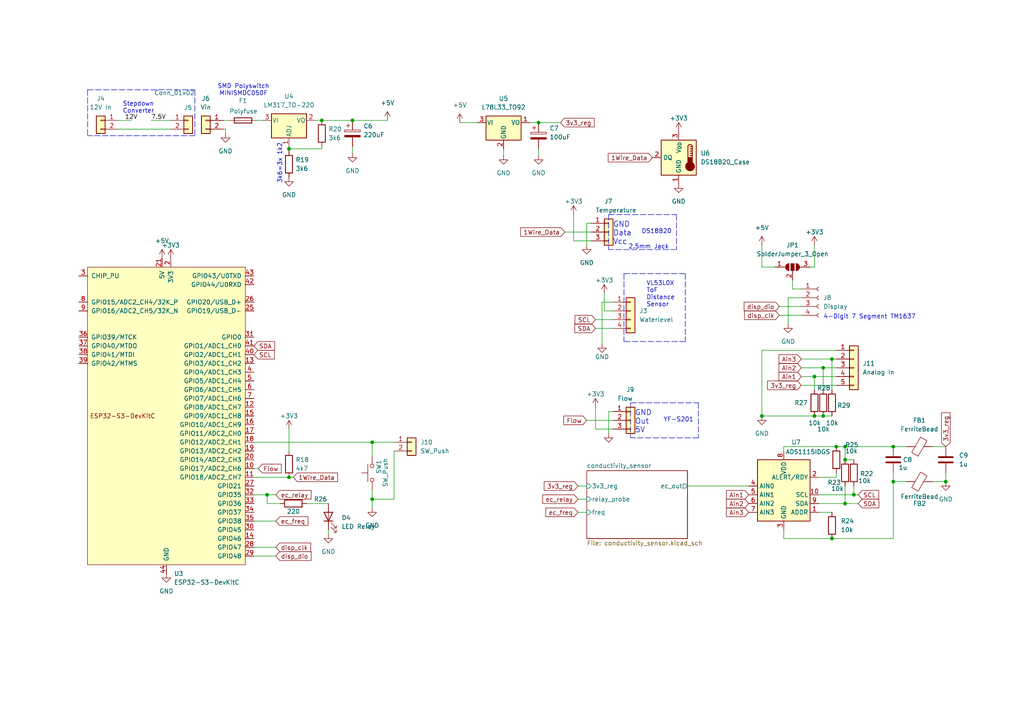
<source format=kicad_sch>
(kicad_sch
	(version 20231120)
	(generator "eeschema")
	(generator_version "8.0")
	(uuid "754364af-53ba-432d-8f40-e098124c9685")
	(paper "A4")
	(lib_symbols
		(symbol "Analog_ADC:ADS1115IDGS"
			(exclude_from_sim no)
			(in_bom yes)
			(on_board yes)
			(property "Reference" "U"
				(at 2.54 13.97 0)
				(effects
					(font
						(size 1.27 1.27)
					)
				)
			)
			(property "Value" "ADS1115IDGS"
				(at 7.62 11.43 0)
				(effects
					(font
						(size 1.27 1.27)
					)
				)
			)
			(property "Footprint" "Package_SO:TSSOP-10_3x3mm_P0.5mm"
				(at 0 -12.7 0)
				(effects
					(font
						(size 1.27 1.27)
					)
					(hide yes)
				)
			)
			(property "Datasheet" "http://www.ti.com/lit/ds/symlink/ads1113.pdf"
				(at -1.27 -22.86 0)
				(effects
					(font
						(size 1.27 1.27)
					)
					(hide yes)
				)
			)
			(property "Description" "Ultra-Small, Low-Power, I2C-Compatible, 860-SPS, 16-Bit ADCs With Internal Reference, Oscillator, and Programmable Comparator, VSSOP-10"
				(at 0 0 0)
				(effects
					(font
						(size 1.27 1.27)
					)
					(hide yes)
				)
			)
			(property "ki_keywords" "16 bit 4 channel I2C ADC"
				(at 0 0 0)
				(effects
					(font
						(size 1.27 1.27)
					)
					(hide yes)
				)
			)
			(property "ki_fp_filters" "TSSOP*3x3mm*P0.5mm*"
				(at 0 0 0)
				(effects
					(font
						(size 1.27 1.27)
					)
					(hide yes)
				)
			)
			(symbol "ADS1115IDGS_0_1"
				(rectangle
					(start -7.62 10.16)
					(end 7.62 -7.62)
					(stroke
						(width 0.254)
						(type default)
					)
					(fill
						(type background)
					)
				)
			)
			(symbol "ADS1115IDGS_1_1"
				(pin input line
					(at 10.16 -5.08 180)
					(length 2.54)
					(name "ADDR"
						(effects
							(font
								(size 1.27 1.27)
							)
						)
					)
					(number "1"
						(effects
							(font
								(size 1.27 1.27)
							)
						)
					)
				)
				(pin input line
					(at 10.16 0 180)
					(length 2.54)
					(name "SCL"
						(effects
							(font
								(size 1.27 1.27)
							)
						)
					)
					(number "10"
						(effects
							(font
								(size 1.27 1.27)
							)
						)
					)
				)
				(pin output line
					(at 10.16 5.08 180)
					(length 2.54)
					(name "ALERT/RDY"
						(effects
							(font
								(size 1.27 1.27)
							)
						)
					)
					(number "2"
						(effects
							(font
								(size 1.27 1.27)
							)
						)
					)
				)
				(pin power_in line
					(at 0 -10.16 90)
					(length 2.54)
					(name "GND"
						(effects
							(font
								(size 1.27 1.27)
							)
						)
					)
					(number "3"
						(effects
							(font
								(size 1.27 1.27)
							)
						)
					)
				)
				(pin input line
					(at -10.16 2.54 0)
					(length 2.54)
					(name "AIN0"
						(effects
							(font
								(size 1.27 1.27)
							)
						)
					)
					(number "4"
						(effects
							(font
								(size 1.27 1.27)
							)
						)
					)
				)
				(pin input line
					(at -10.16 0 0)
					(length 2.54)
					(name "AIN1"
						(effects
							(font
								(size 1.27 1.27)
							)
						)
					)
					(number "5"
						(effects
							(font
								(size 1.27 1.27)
							)
						)
					)
				)
				(pin input line
					(at -10.16 -2.54 0)
					(length 2.54)
					(name "AIN2"
						(effects
							(font
								(size 1.27 1.27)
							)
						)
					)
					(number "6"
						(effects
							(font
								(size 1.27 1.27)
							)
						)
					)
				)
				(pin input line
					(at -10.16 -5.08 0)
					(length 2.54)
					(name "AIN3"
						(effects
							(font
								(size 1.27 1.27)
							)
						)
					)
					(number "7"
						(effects
							(font
								(size 1.27 1.27)
							)
						)
					)
				)
				(pin power_in line
					(at 0 12.7 270)
					(length 2.54)
					(name "VDD"
						(effects
							(font
								(size 1.27 1.27)
							)
						)
					)
					(number "8"
						(effects
							(font
								(size 1.27 1.27)
							)
						)
					)
				)
				(pin bidirectional line
					(at 10.16 -2.54 180)
					(length 2.54)
					(name "SDA"
						(effects
							(font
								(size 1.27 1.27)
							)
						)
					)
					(number "9"
						(effects
							(font
								(size 1.27 1.27)
							)
						)
					)
				)
			)
		)
		(symbol "Connector:Conn_01x04_Socket"
			(pin_names
				(offset 1.016) hide)
			(exclude_from_sim no)
			(in_bom yes)
			(on_board yes)
			(property "Reference" "J"
				(at 0 5.08 0)
				(effects
					(font
						(size 1.27 1.27)
					)
				)
			)
			(property "Value" "Conn_01x04_Socket"
				(at 0 -7.62 0)
				(effects
					(font
						(size 1.27 1.27)
					)
				)
			)
			(property "Footprint" ""
				(at 0 0 0)
				(effects
					(font
						(size 1.27 1.27)
					)
					(hide yes)
				)
			)
			(property "Datasheet" "~"
				(at 0 0 0)
				(effects
					(font
						(size 1.27 1.27)
					)
					(hide yes)
				)
			)
			(property "Description" "Generic connector, single row, 01x04, script generated"
				(at 0 0 0)
				(effects
					(font
						(size 1.27 1.27)
					)
					(hide yes)
				)
			)
			(property "ki_locked" ""
				(at 0 0 0)
				(effects
					(font
						(size 1.27 1.27)
					)
				)
			)
			(property "ki_keywords" "connector"
				(at 0 0 0)
				(effects
					(font
						(size 1.27 1.27)
					)
					(hide yes)
				)
			)
			(property "ki_fp_filters" "Connector*:*_1x??_*"
				(at 0 0 0)
				(effects
					(font
						(size 1.27 1.27)
					)
					(hide yes)
				)
			)
			(symbol "Conn_01x04_Socket_1_1"
				(arc
					(start 0 -4.572)
					(mid -0.5058 -5.08)
					(end 0 -5.588)
					(stroke
						(width 0.1524)
						(type default)
					)
					(fill
						(type none)
					)
				)
				(arc
					(start 0 -2.032)
					(mid -0.5058 -2.54)
					(end 0 -3.048)
					(stroke
						(width 0.1524)
						(type default)
					)
					(fill
						(type none)
					)
				)
				(polyline
					(pts
						(xy -1.27 -5.08) (xy -0.508 -5.08)
					)
					(stroke
						(width 0.1524)
						(type default)
					)
					(fill
						(type none)
					)
				)
				(polyline
					(pts
						(xy -1.27 -2.54) (xy -0.508 -2.54)
					)
					(stroke
						(width 0.1524)
						(type default)
					)
					(fill
						(type none)
					)
				)
				(polyline
					(pts
						(xy -1.27 0) (xy -0.508 0)
					)
					(stroke
						(width 0.1524)
						(type default)
					)
					(fill
						(type none)
					)
				)
				(polyline
					(pts
						(xy -1.27 2.54) (xy -0.508 2.54)
					)
					(stroke
						(width 0.1524)
						(type default)
					)
					(fill
						(type none)
					)
				)
				(arc
					(start 0 0.508)
					(mid -0.5058 0)
					(end 0 -0.508)
					(stroke
						(width 0.1524)
						(type default)
					)
					(fill
						(type none)
					)
				)
				(arc
					(start 0 3.048)
					(mid -0.5058 2.54)
					(end 0 2.032)
					(stroke
						(width 0.1524)
						(type default)
					)
					(fill
						(type none)
					)
				)
				(pin passive line
					(at -5.08 2.54 0)
					(length 3.81)
					(name "Pin_1"
						(effects
							(font
								(size 1.27 1.27)
							)
						)
					)
					(number "1"
						(effects
							(font
								(size 1.27 1.27)
							)
						)
					)
				)
				(pin passive line
					(at -5.08 0 0)
					(length 3.81)
					(name "Pin_2"
						(effects
							(font
								(size 1.27 1.27)
							)
						)
					)
					(number "2"
						(effects
							(font
								(size 1.27 1.27)
							)
						)
					)
				)
				(pin passive line
					(at -5.08 -2.54 0)
					(length 3.81)
					(name "Pin_3"
						(effects
							(font
								(size 1.27 1.27)
							)
						)
					)
					(number "3"
						(effects
							(font
								(size 1.27 1.27)
							)
						)
					)
				)
				(pin passive line
					(at -5.08 -5.08 0)
					(length 3.81)
					(name "Pin_4"
						(effects
							(font
								(size 1.27 1.27)
							)
						)
					)
					(number "4"
						(effects
							(font
								(size 1.27 1.27)
							)
						)
					)
				)
			)
		)
		(symbol "Connector_Generic:Conn_01x02"
			(pin_names
				(offset 1.016) hide)
			(exclude_from_sim no)
			(in_bom yes)
			(on_board yes)
			(property "Reference" "J"
				(at 0 2.54 0)
				(effects
					(font
						(size 1.27 1.27)
					)
				)
			)
			(property "Value" "Conn_01x02"
				(at 0 -5.08 0)
				(effects
					(font
						(size 1.27 1.27)
					)
				)
			)
			(property "Footprint" ""
				(at 0 0 0)
				(effects
					(font
						(size 1.27 1.27)
					)
					(hide yes)
				)
			)
			(property "Datasheet" "~"
				(at 0 0 0)
				(effects
					(font
						(size 1.27 1.27)
					)
					(hide yes)
				)
			)
			(property "Description" "Generic connector, single row, 01x02, script generated (kicad-library-utils/schlib/autogen/connector/)"
				(at 0 0 0)
				(effects
					(font
						(size 1.27 1.27)
					)
					(hide yes)
				)
			)
			(property "ki_keywords" "connector"
				(at 0 0 0)
				(effects
					(font
						(size 1.27 1.27)
					)
					(hide yes)
				)
			)
			(property "ki_fp_filters" "Connector*:*_1x??_*"
				(at 0 0 0)
				(effects
					(font
						(size 1.27 1.27)
					)
					(hide yes)
				)
			)
			(symbol "Conn_01x02_1_1"
				(rectangle
					(start -1.27 -2.413)
					(end 0 -2.667)
					(stroke
						(width 0.1524)
						(type default)
					)
					(fill
						(type none)
					)
				)
				(rectangle
					(start -1.27 0.127)
					(end 0 -0.127)
					(stroke
						(width 0.1524)
						(type default)
					)
					(fill
						(type none)
					)
				)
				(rectangle
					(start -1.27 1.27)
					(end 1.27 -3.81)
					(stroke
						(width 0.254)
						(type default)
					)
					(fill
						(type background)
					)
				)
				(pin passive line
					(at -5.08 0 0)
					(length 3.81)
					(name "Pin_1"
						(effects
							(font
								(size 1.27 1.27)
							)
						)
					)
					(number "1"
						(effects
							(font
								(size 1.27 1.27)
							)
						)
					)
				)
				(pin passive line
					(at -5.08 -2.54 0)
					(length 3.81)
					(name "Pin_2"
						(effects
							(font
								(size 1.27 1.27)
							)
						)
					)
					(number "2"
						(effects
							(font
								(size 1.27 1.27)
							)
						)
					)
				)
			)
		)
		(symbol "Connector_Generic:Conn_01x03"
			(pin_names
				(offset 1.016) hide)
			(exclude_from_sim no)
			(in_bom yes)
			(on_board yes)
			(property "Reference" "J"
				(at 0 5.08 0)
				(effects
					(font
						(size 1.27 1.27)
					)
				)
			)
			(property "Value" "Conn_01x03"
				(at 0 -5.08 0)
				(effects
					(font
						(size 1.27 1.27)
					)
				)
			)
			(property "Footprint" ""
				(at 0 0 0)
				(effects
					(font
						(size 1.27 1.27)
					)
					(hide yes)
				)
			)
			(property "Datasheet" "~"
				(at 0 0 0)
				(effects
					(font
						(size 1.27 1.27)
					)
					(hide yes)
				)
			)
			(property "Description" "Generic connector, single row, 01x03, script generated (kicad-library-utils/schlib/autogen/connector/)"
				(at 0 0 0)
				(effects
					(font
						(size 1.27 1.27)
					)
					(hide yes)
				)
			)
			(property "ki_keywords" "connector"
				(at 0 0 0)
				(effects
					(font
						(size 1.27 1.27)
					)
					(hide yes)
				)
			)
			(property "ki_fp_filters" "Connector*:*_1x??_*"
				(at 0 0 0)
				(effects
					(font
						(size 1.27 1.27)
					)
					(hide yes)
				)
			)
			(symbol "Conn_01x03_1_1"
				(rectangle
					(start -1.27 -2.413)
					(end 0 -2.667)
					(stroke
						(width 0.1524)
						(type default)
					)
					(fill
						(type none)
					)
				)
				(rectangle
					(start -1.27 0.127)
					(end 0 -0.127)
					(stroke
						(width 0.1524)
						(type default)
					)
					(fill
						(type none)
					)
				)
				(rectangle
					(start -1.27 2.667)
					(end 0 2.413)
					(stroke
						(width 0.1524)
						(type default)
					)
					(fill
						(type none)
					)
				)
				(rectangle
					(start -1.27 3.81)
					(end 1.27 -3.81)
					(stroke
						(width 0.254)
						(type default)
					)
					(fill
						(type background)
					)
				)
				(pin passive line
					(at -5.08 2.54 0)
					(length 3.81)
					(name "Pin_1"
						(effects
							(font
								(size 1.27 1.27)
							)
						)
					)
					(number "1"
						(effects
							(font
								(size 1.27 1.27)
							)
						)
					)
				)
				(pin passive line
					(at -5.08 0 0)
					(length 3.81)
					(name "Pin_2"
						(effects
							(font
								(size 1.27 1.27)
							)
						)
					)
					(number "2"
						(effects
							(font
								(size 1.27 1.27)
							)
						)
					)
				)
				(pin passive line
					(at -5.08 -2.54 0)
					(length 3.81)
					(name "Pin_3"
						(effects
							(font
								(size 1.27 1.27)
							)
						)
					)
					(number "3"
						(effects
							(font
								(size 1.27 1.27)
							)
						)
					)
				)
			)
		)
		(symbol "Connector_Generic:Conn_01x04"
			(pin_names
				(offset 1.016) hide)
			(exclude_from_sim no)
			(in_bom yes)
			(on_board yes)
			(property "Reference" "J"
				(at 0 5.08 0)
				(effects
					(font
						(size 1.27 1.27)
					)
				)
			)
			(property "Value" "Conn_01x04"
				(at 0 -7.62 0)
				(effects
					(font
						(size 1.27 1.27)
					)
				)
			)
			(property "Footprint" ""
				(at 0 0 0)
				(effects
					(font
						(size 1.27 1.27)
					)
					(hide yes)
				)
			)
			(property "Datasheet" "~"
				(at 0 0 0)
				(effects
					(font
						(size 1.27 1.27)
					)
					(hide yes)
				)
			)
			(property "Description" "Generic connector, single row, 01x04, script generated (kicad-library-utils/schlib/autogen/connector/)"
				(at 0 0 0)
				(effects
					(font
						(size 1.27 1.27)
					)
					(hide yes)
				)
			)
			(property "ki_keywords" "connector"
				(at 0 0 0)
				(effects
					(font
						(size 1.27 1.27)
					)
					(hide yes)
				)
			)
			(property "ki_fp_filters" "Connector*:*_1x??_*"
				(at 0 0 0)
				(effects
					(font
						(size 1.27 1.27)
					)
					(hide yes)
				)
			)
			(symbol "Conn_01x04_1_1"
				(rectangle
					(start -1.27 -4.953)
					(end 0 -5.207)
					(stroke
						(width 0.1524)
						(type default)
					)
					(fill
						(type none)
					)
				)
				(rectangle
					(start -1.27 -2.413)
					(end 0 -2.667)
					(stroke
						(width 0.1524)
						(type default)
					)
					(fill
						(type none)
					)
				)
				(rectangle
					(start -1.27 0.127)
					(end 0 -0.127)
					(stroke
						(width 0.1524)
						(type default)
					)
					(fill
						(type none)
					)
				)
				(rectangle
					(start -1.27 2.667)
					(end 0 2.413)
					(stroke
						(width 0.1524)
						(type default)
					)
					(fill
						(type none)
					)
				)
				(rectangle
					(start -1.27 3.81)
					(end 1.27 -6.35)
					(stroke
						(width 0.254)
						(type default)
					)
					(fill
						(type background)
					)
				)
				(pin passive line
					(at -5.08 2.54 0)
					(length 3.81)
					(name "Pin_1"
						(effects
							(font
								(size 1.27 1.27)
							)
						)
					)
					(number "1"
						(effects
							(font
								(size 1.27 1.27)
							)
						)
					)
				)
				(pin passive line
					(at -5.08 0 0)
					(length 3.81)
					(name "Pin_2"
						(effects
							(font
								(size 1.27 1.27)
							)
						)
					)
					(number "2"
						(effects
							(font
								(size 1.27 1.27)
							)
						)
					)
				)
				(pin passive line
					(at -5.08 -2.54 0)
					(length 3.81)
					(name "Pin_3"
						(effects
							(font
								(size 1.27 1.27)
							)
						)
					)
					(number "3"
						(effects
							(font
								(size 1.27 1.27)
							)
						)
					)
				)
				(pin passive line
					(at -5.08 -5.08 0)
					(length 3.81)
					(name "Pin_4"
						(effects
							(font
								(size 1.27 1.27)
							)
						)
					)
					(number "4"
						(effects
							(font
								(size 1.27 1.27)
							)
						)
					)
				)
			)
		)
		(symbol "Connector_Generic:Conn_01x05"
			(pin_names
				(offset 1.016) hide)
			(exclude_from_sim no)
			(in_bom yes)
			(on_board yes)
			(property "Reference" "J"
				(at 0 7.62 0)
				(effects
					(font
						(size 1.27 1.27)
					)
				)
			)
			(property "Value" "Conn_01x05"
				(at 0 -7.62 0)
				(effects
					(font
						(size 1.27 1.27)
					)
				)
			)
			(property "Footprint" ""
				(at 0 0 0)
				(effects
					(font
						(size 1.27 1.27)
					)
					(hide yes)
				)
			)
			(property "Datasheet" "~"
				(at 0 0 0)
				(effects
					(font
						(size 1.27 1.27)
					)
					(hide yes)
				)
			)
			(property "Description" "Generic connector, single row, 01x05, script generated (kicad-library-utils/schlib/autogen/connector/)"
				(at 0 0 0)
				(effects
					(font
						(size 1.27 1.27)
					)
					(hide yes)
				)
			)
			(property "ki_keywords" "connector"
				(at 0 0 0)
				(effects
					(font
						(size 1.27 1.27)
					)
					(hide yes)
				)
			)
			(property "ki_fp_filters" "Connector*:*_1x??_*"
				(at 0 0 0)
				(effects
					(font
						(size 1.27 1.27)
					)
					(hide yes)
				)
			)
			(symbol "Conn_01x05_1_1"
				(rectangle
					(start -1.27 -4.953)
					(end 0 -5.207)
					(stroke
						(width 0.1524)
						(type default)
					)
					(fill
						(type none)
					)
				)
				(rectangle
					(start -1.27 -2.413)
					(end 0 -2.667)
					(stroke
						(width 0.1524)
						(type default)
					)
					(fill
						(type none)
					)
				)
				(rectangle
					(start -1.27 0.127)
					(end 0 -0.127)
					(stroke
						(width 0.1524)
						(type default)
					)
					(fill
						(type none)
					)
				)
				(rectangle
					(start -1.27 2.667)
					(end 0 2.413)
					(stroke
						(width 0.1524)
						(type default)
					)
					(fill
						(type none)
					)
				)
				(rectangle
					(start -1.27 5.207)
					(end 0 4.953)
					(stroke
						(width 0.1524)
						(type default)
					)
					(fill
						(type none)
					)
				)
				(rectangle
					(start -1.27 6.35)
					(end 1.27 -6.35)
					(stroke
						(width 0.254)
						(type default)
					)
					(fill
						(type background)
					)
				)
				(pin passive line
					(at -5.08 5.08 0)
					(length 3.81)
					(name "Pin_1"
						(effects
							(font
								(size 1.27 1.27)
							)
						)
					)
					(number "1"
						(effects
							(font
								(size 1.27 1.27)
							)
						)
					)
				)
				(pin passive line
					(at -5.08 2.54 0)
					(length 3.81)
					(name "Pin_2"
						(effects
							(font
								(size 1.27 1.27)
							)
						)
					)
					(number "2"
						(effects
							(font
								(size 1.27 1.27)
							)
						)
					)
				)
				(pin passive line
					(at -5.08 0 0)
					(length 3.81)
					(name "Pin_3"
						(effects
							(font
								(size 1.27 1.27)
							)
						)
					)
					(number "3"
						(effects
							(font
								(size 1.27 1.27)
							)
						)
					)
				)
				(pin passive line
					(at -5.08 -2.54 0)
					(length 3.81)
					(name "Pin_4"
						(effects
							(font
								(size 1.27 1.27)
							)
						)
					)
					(number "4"
						(effects
							(font
								(size 1.27 1.27)
							)
						)
					)
				)
				(pin passive line
					(at -5.08 -5.08 0)
					(length 3.81)
					(name "Pin_5"
						(effects
							(font
								(size 1.27 1.27)
							)
						)
					)
					(number "5"
						(effects
							(font
								(size 1.27 1.27)
							)
						)
					)
				)
			)
		)
		(symbol "Device:C"
			(pin_numbers hide)
			(pin_names
				(offset 0.254)
			)
			(exclude_from_sim no)
			(in_bom yes)
			(on_board yes)
			(property "Reference" "C"
				(at 0.635 2.54 0)
				(effects
					(font
						(size 1.27 1.27)
					)
					(justify left)
				)
			)
			(property "Value" "C"
				(at 0.635 -2.54 0)
				(effects
					(font
						(size 1.27 1.27)
					)
					(justify left)
				)
			)
			(property "Footprint" ""
				(at 0.9652 -3.81 0)
				(effects
					(font
						(size 1.27 1.27)
					)
					(hide yes)
				)
			)
			(property "Datasheet" "~"
				(at 0 0 0)
				(effects
					(font
						(size 1.27 1.27)
					)
					(hide yes)
				)
			)
			(property "Description" "Unpolarized capacitor"
				(at 0 0 0)
				(effects
					(font
						(size 1.27 1.27)
					)
					(hide yes)
				)
			)
			(property "ki_keywords" "cap capacitor"
				(at 0 0 0)
				(effects
					(font
						(size 1.27 1.27)
					)
					(hide yes)
				)
			)
			(property "ki_fp_filters" "C_*"
				(at 0 0 0)
				(effects
					(font
						(size 1.27 1.27)
					)
					(hide yes)
				)
			)
			(symbol "C_0_1"
				(polyline
					(pts
						(xy -2.032 -0.762) (xy 2.032 -0.762)
					)
					(stroke
						(width 0.508)
						(type default)
					)
					(fill
						(type none)
					)
				)
				(polyline
					(pts
						(xy -2.032 0.762) (xy 2.032 0.762)
					)
					(stroke
						(width 0.508)
						(type default)
					)
					(fill
						(type none)
					)
				)
			)
			(symbol "C_1_1"
				(pin passive line
					(at 0 3.81 270)
					(length 2.794)
					(name "~"
						(effects
							(font
								(size 1.27 1.27)
							)
						)
					)
					(number "1"
						(effects
							(font
								(size 1.27 1.27)
							)
						)
					)
				)
				(pin passive line
					(at 0 -3.81 90)
					(length 2.794)
					(name "~"
						(effects
							(font
								(size 1.27 1.27)
							)
						)
					)
					(number "2"
						(effects
							(font
								(size 1.27 1.27)
							)
						)
					)
				)
			)
		)
		(symbol "Device:C_Polarized"
			(pin_numbers hide)
			(pin_names
				(offset 0.254)
			)
			(exclude_from_sim no)
			(in_bom yes)
			(on_board yes)
			(property "Reference" "C"
				(at 0.635 2.54 0)
				(effects
					(font
						(size 1.27 1.27)
					)
					(justify left)
				)
			)
			(property "Value" "C_Polarized"
				(at 0.635 -2.54 0)
				(effects
					(font
						(size 1.27 1.27)
					)
					(justify left)
				)
			)
			(property "Footprint" ""
				(at 0.9652 -3.81 0)
				(effects
					(font
						(size 1.27 1.27)
					)
					(hide yes)
				)
			)
			(property "Datasheet" "~"
				(at 0 0 0)
				(effects
					(font
						(size 1.27 1.27)
					)
					(hide yes)
				)
			)
			(property "Description" "Polarized capacitor"
				(at 0 0 0)
				(effects
					(font
						(size 1.27 1.27)
					)
					(hide yes)
				)
			)
			(property "ki_keywords" "cap capacitor"
				(at 0 0 0)
				(effects
					(font
						(size 1.27 1.27)
					)
					(hide yes)
				)
			)
			(property "ki_fp_filters" "CP_*"
				(at 0 0 0)
				(effects
					(font
						(size 1.27 1.27)
					)
					(hide yes)
				)
			)
			(symbol "C_Polarized_0_1"
				(rectangle
					(start -2.286 0.508)
					(end 2.286 1.016)
					(stroke
						(width 0)
						(type default)
					)
					(fill
						(type none)
					)
				)
				(polyline
					(pts
						(xy -1.778 2.286) (xy -0.762 2.286)
					)
					(stroke
						(width 0)
						(type default)
					)
					(fill
						(type none)
					)
				)
				(polyline
					(pts
						(xy -1.27 2.794) (xy -1.27 1.778)
					)
					(stroke
						(width 0)
						(type default)
					)
					(fill
						(type none)
					)
				)
				(rectangle
					(start 2.286 -0.508)
					(end -2.286 -1.016)
					(stroke
						(width 0)
						(type default)
					)
					(fill
						(type outline)
					)
				)
			)
			(symbol "C_Polarized_1_1"
				(pin passive line
					(at 0 3.81 270)
					(length 2.794)
					(name "~"
						(effects
							(font
								(size 1.27 1.27)
							)
						)
					)
					(number "1"
						(effects
							(font
								(size 1.27 1.27)
							)
						)
					)
				)
				(pin passive line
					(at 0 -3.81 90)
					(length 2.794)
					(name "~"
						(effects
							(font
								(size 1.27 1.27)
							)
						)
					)
					(number "2"
						(effects
							(font
								(size 1.27 1.27)
							)
						)
					)
				)
			)
		)
		(symbol "Device:FerriteBead"
			(pin_numbers hide)
			(pin_names
				(offset 0)
			)
			(exclude_from_sim no)
			(in_bom yes)
			(on_board yes)
			(property "Reference" "FB"
				(at -3.81 0.635 90)
				(effects
					(font
						(size 1.27 1.27)
					)
				)
			)
			(property "Value" "FerriteBead"
				(at 3.81 0 90)
				(effects
					(font
						(size 1.27 1.27)
					)
				)
			)
			(property "Footprint" ""
				(at -1.778 0 90)
				(effects
					(font
						(size 1.27 1.27)
					)
					(hide yes)
				)
			)
			(property "Datasheet" "~"
				(at 0 0 0)
				(effects
					(font
						(size 1.27 1.27)
					)
					(hide yes)
				)
			)
			(property "Description" "Ferrite bead"
				(at 0 0 0)
				(effects
					(font
						(size 1.27 1.27)
					)
					(hide yes)
				)
			)
			(property "ki_keywords" "L ferrite bead inductor filter"
				(at 0 0 0)
				(effects
					(font
						(size 1.27 1.27)
					)
					(hide yes)
				)
			)
			(property "ki_fp_filters" "Inductor_* L_* *Ferrite*"
				(at 0 0 0)
				(effects
					(font
						(size 1.27 1.27)
					)
					(hide yes)
				)
			)
			(symbol "FerriteBead_0_1"
				(polyline
					(pts
						(xy 0 -1.27) (xy 0 -1.2192)
					)
					(stroke
						(width 0)
						(type default)
					)
					(fill
						(type none)
					)
				)
				(polyline
					(pts
						(xy 0 1.27) (xy 0 1.2954)
					)
					(stroke
						(width 0)
						(type default)
					)
					(fill
						(type none)
					)
				)
				(polyline
					(pts
						(xy -2.7686 0.4064) (xy -1.7018 2.2606) (xy 2.7686 -0.3048) (xy 1.6764 -2.159) (xy -2.7686 0.4064)
					)
					(stroke
						(width 0)
						(type default)
					)
					(fill
						(type none)
					)
				)
			)
			(symbol "FerriteBead_1_1"
				(pin passive line
					(at 0 3.81 270)
					(length 2.54)
					(name "~"
						(effects
							(font
								(size 1.27 1.27)
							)
						)
					)
					(number "1"
						(effects
							(font
								(size 1.27 1.27)
							)
						)
					)
				)
				(pin passive line
					(at 0 -3.81 90)
					(length 2.54)
					(name "~"
						(effects
							(font
								(size 1.27 1.27)
							)
						)
					)
					(number "2"
						(effects
							(font
								(size 1.27 1.27)
							)
						)
					)
				)
			)
		)
		(symbol "Device:Fuse"
			(pin_numbers hide)
			(pin_names
				(offset 0)
			)
			(exclude_from_sim no)
			(in_bom yes)
			(on_board yes)
			(property "Reference" "F"
				(at 2.032 0 90)
				(effects
					(font
						(size 1.27 1.27)
					)
				)
			)
			(property "Value" "Fuse"
				(at -1.905 0 90)
				(effects
					(font
						(size 1.27 1.27)
					)
				)
			)
			(property "Footprint" ""
				(at -1.778 0 90)
				(effects
					(font
						(size 1.27 1.27)
					)
					(hide yes)
				)
			)
			(property "Datasheet" "~"
				(at 0 0 0)
				(effects
					(font
						(size 1.27 1.27)
					)
					(hide yes)
				)
			)
			(property "Description" "Fuse"
				(at 0 0 0)
				(effects
					(font
						(size 1.27 1.27)
					)
					(hide yes)
				)
			)
			(property "ki_keywords" "fuse"
				(at 0 0 0)
				(effects
					(font
						(size 1.27 1.27)
					)
					(hide yes)
				)
			)
			(property "ki_fp_filters" "*Fuse*"
				(at 0 0 0)
				(effects
					(font
						(size 1.27 1.27)
					)
					(hide yes)
				)
			)
			(symbol "Fuse_0_1"
				(rectangle
					(start -0.762 -2.54)
					(end 0.762 2.54)
					(stroke
						(width 0.254)
						(type default)
					)
					(fill
						(type none)
					)
				)
				(polyline
					(pts
						(xy 0 2.54) (xy 0 -2.54)
					)
					(stroke
						(width 0)
						(type default)
					)
					(fill
						(type none)
					)
				)
			)
			(symbol "Fuse_1_1"
				(pin passive line
					(at 0 3.81 270)
					(length 1.27)
					(name "~"
						(effects
							(font
								(size 1.27 1.27)
							)
						)
					)
					(number "1"
						(effects
							(font
								(size 1.27 1.27)
							)
						)
					)
				)
				(pin passive line
					(at 0 -3.81 90)
					(length 1.27)
					(name "~"
						(effects
							(font
								(size 1.27 1.27)
							)
						)
					)
					(number "2"
						(effects
							(font
								(size 1.27 1.27)
							)
						)
					)
				)
			)
		)
		(symbol "Device:LED"
			(pin_numbers hide)
			(pin_names
				(offset 1.016) hide)
			(exclude_from_sim no)
			(in_bom yes)
			(on_board yes)
			(property "Reference" "D"
				(at 0 2.54 0)
				(effects
					(font
						(size 1.27 1.27)
					)
				)
			)
			(property "Value" "LED"
				(at 0 -2.54 0)
				(effects
					(font
						(size 1.27 1.27)
					)
				)
			)
			(property "Footprint" ""
				(at 0 0 0)
				(effects
					(font
						(size 1.27 1.27)
					)
					(hide yes)
				)
			)
			(property "Datasheet" "~"
				(at 0 0 0)
				(effects
					(font
						(size 1.27 1.27)
					)
					(hide yes)
				)
			)
			(property "Description" "Light emitting diode"
				(at 0 0 0)
				(effects
					(font
						(size 1.27 1.27)
					)
					(hide yes)
				)
			)
			(property "ki_keywords" "LED diode"
				(at 0 0 0)
				(effects
					(font
						(size 1.27 1.27)
					)
					(hide yes)
				)
			)
			(property "ki_fp_filters" "LED* LED_SMD:* LED_THT:*"
				(at 0 0 0)
				(effects
					(font
						(size 1.27 1.27)
					)
					(hide yes)
				)
			)
			(symbol "LED_0_1"
				(polyline
					(pts
						(xy -1.27 -1.27) (xy -1.27 1.27)
					)
					(stroke
						(width 0.254)
						(type default)
					)
					(fill
						(type none)
					)
				)
				(polyline
					(pts
						(xy -1.27 0) (xy 1.27 0)
					)
					(stroke
						(width 0)
						(type default)
					)
					(fill
						(type none)
					)
				)
				(polyline
					(pts
						(xy 1.27 -1.27) (xy 1.27 1.27) (xy -1.27 0) (xy 1.27 -1.27)
					)
					(stroke
						(width 0.254)
						(type default)
					)
					(fill
						(type none)
					)
				)
				(polyline
					(pts
						(xy -3.048 -0.762) (xy -4.572 -2.286) (xy -3.81 -2.286) (xy -4.572 -2.286) (xy -4.572 -1.524)
					)
					(stroke
						(width 0)
						(type default)
					)
					(fill
						(type none)
					)
				)
				(polyline
					(pts
						(xy -1.778 -0.762) (xy -3.302 -2.286) (xy -2.54 -2.286) (xy -3.302 -2.286) (xy -3.302 -1.524)
					)
					(stroke
						(width 0)
						(type default)
					)
					(fill
						(type none)
					)
				)
			)
			(symbol "LED_1_1"
				(pin passive line
					(at -3.81 0 0)
					(length 2.54)
					(name "K"
						(effects
							(font
								(size 1.27 1.27)
							)
						)
					)
					(number "1"
						(effects
							(font
								(size 1.27 1.27)
							)
						)
					)
				)
				(pin passive line
					(at 3.81 0 180)
					(length 2.54)
					(name "A"
						(effects
							(font
								(size 1.27 1.27)
							)
						)
					)
					(number "2"
						(effects
							(font
								(size 1.27 1.27)
							)
						)
					)
				)
			)
		)
		(symbol "Device:R"
			(pin_numbers hide)
			(pin_names
				(offset 0)
			)
			(exclude_from_sim no)
			(in_bom yes)
			(on_board yes)
			(property "Reference" "R"
				(at 2.032 0 90)
				(effects
					(font
						(size 1.27 1.27)
					)
				)
			)
			(property "Value" "R"
				(at 0 0 90)
				(effects
					(font
						(size 1.27 1.27)
					)
				)
			)
			(property "Footprint" ""
				(at -1.778 0 90)
				(effects
					(font
						(size 1.27 1.27)
					)
					(hide yes)
				)
			)
			(property "Datasheet" "~"
				(at 0 0 0)
				(effects
					(font
						(size 1.27 1.27)
					)
					(hide yes)
				)
			)
			(property "Description" "Resistor"
				(at 0 0 0)
				(effects
					(font
						(size 1.27 1.27)
					)
					(hide yes)
				)
			)
			(property "ki_keywords" "R res resistor"
				(at 0 0 0)
				(effects
					(font
						(size 1.27 1.27)
					)
					(hide yes)
				)
			)
			(property "ki_fp_filters" "R_*"
				(at 0 0 0)
				(effects
					(font
						(size 1.27 1.27)
					)
					(hide yes)
				)
			)
			(symbol "R_0_1"
				(rectangle
					(start -1.016 -2.54)
					(end 1.016 2.54)
					(stroke
						(width 0.254)
						(type default)
					)
					(fill
						(type none)
					)
				)
			)
			(symbol "R_1_1"
				(pin passive line
					(at 0 3.81 270)
					(length 1.27)
					(name "~"
						(effects
							(font
								(size 1.27 1.27)
							)
						)
					)
					(number "1"
						(effects
							(font
								(size 1.27 1.27)
							)
						)
					)
				)
				(pin passive line
					(at 0 -3.81 90)
					(length 1.27)
					(name "~"
						(effects
							(font
								(size 1.27 1.27)
							)
						)
					)
					(number "2"
						(effects
							(font
								(size 1.27 1.27)
							)
						)
					)
				)
			)
		)
		(symbol "Jumper:SolderJumper_3_Open"
			(pin_names
				(offset 0) hide)
			(exclude_from_sim yes)
			(in_bom no)
			(on_board yes)
			(property "Reference" "JP"
				(at -2.54 -2.54 0)
				(effects
					(font
						(size 1.27 1.27)
					)
				)
			)
			(property "Value" "SolderJumper_3_Open"
				(at 0 2.794 0)
				(effects
					(font
						(size 1.27 1.27)
					)
				)
			)
			(property "Footprint" ""
				(at 0 0 0)
				(effects
					(font
						(size 1.27 1.27)
					)
					(hide yes)
				)
			)
			(property "Datasheet" "~"
				(at 0 0 0)
				(effects
					(font
						(size 1.27 1.27)
					)
					(hide yes)
				)
			)
			(property "Description" "Solder Jumper, 3-pole, open"
				(at 0 0 0)
				(effects
					(font
						(size 1.27 1.27)
					)
					(hide yes)
				)
			)
			(property "ki_keywords" "Solder Jumper SPDT"
				(at 0 0 0)
				(effects
					(font
						(size 1.27 1.27)
					)
					(hide yes)
				)
			)
			(property "ki_fp_filters" "SolderJumper*Open*"
				(at 0 0 0)
				(effects
					(font
						(size 1.27 1.27)
					)
					(hide yes)
				)
			)
			(symbol "SolderJumper_3_Open_0_1"
				(arc
					(start -1.016 1.016)
					(mid -2.0276 0)
					(end -1.016 -1.016)
					(stroke
						(width 0)
						(type default)
					)
					(fill
						(type none)
					)
				)
				(arc
					(start -1.016 1.016)
					(mid -2.0276 0)
					(end -1.016 -1.016)
					(stroke
						(width 0)
						(type default)
					)
					(fill
						(type outline)
					)
				)
				(rectangle
					(start -0.508 1.016)
					(end 0.508 -1.016)
					(stroke
						(width 0)
						(type default)
					)
					(fill
						(type outline)
					)
				)
				(polyline
					(pts
						(xy -2.54 0) (xy -2.032 0)
					)
					(stroke
						(width 0)
						(type default)
					)
					(fill
						(type none)
					)
				)
				(polyline
					(pts
						(xy -1.016 1.016) (xy -1.016 -1.016)
					)
					(stroke
						(width 0)
						(type default)
					)
					(fill
						(type none)
					)
				)
				(polyline
					(pts
						(xy 0 -1.27) (xy 0 -1.016)
					)
					(stroke
						(width 0)
						(type default)
					)
					(fill
						(type none)
					)
				)
				(polyline
					(pts
						(xy 1.016 1.016) (xy 1.016 -1.016)
					)
					(stroke
						(width 0)
						(type default)
					)
					(fill
						(type none)
					)
				)
				(polyline
					(pts
						(xy 2.54 0) (xy 2.032 0)
					)
					(stroke
						(width 0)
						(type default)
					)
					(fill
						(type none)
					)
				)
				(arc
					(start 1.016 -1.016)
					(mid 2.0276 0)
					(end 1.016 1.016)
					(stroke
						(width 0)
						(type default)
					)
					(fill
						(type none)
					)
				)
				(arc
					(start 1.016 -1.016)
					(mid 2.0276 0)
					(end 1.016 1.016)
					(stroke
						(width 0)
						(type default)
					)
					(fill
						(type outline)
					)
				)
			)
			(symbol "SolderJumper_3_Open_1_1"
				(pin passive line
					(at -5.08 0 0)
					(length 2.54)
					(name "A"
						(effects
							(font
								(size 1.27 1.27)
							)
						)
					)
					(number "1"
						(effects
							(font
								(size 1.27 1.27)
							)
						)
					)
				)
				(pin passive line
					(at 0 -3.81 90)
					(length 2.54)
					(name "C"
						(effects
							(font
								(size 1.27 1.27)
							)
						)
					)
					(number "2"
						(effects
							(font
								(size 1.27 1.27)
							)
						)
					)
				)
				(pin passive line
					(at 5.08 0 180)
					(length 2.54)
					(name "B"
						(effects
							(font
								(size 1.27 1.27)
							)
						)
					)
					(number "3"
						(effects
							(font
								(size 1.27 1.27)
							)
						)
					)
				)
			)
		)
		(symbol "PCM_Espressif:ESP32-S3-DevKitC"
			(pin_names
				(offset 1.016)
			)
			(exclude_from_sim no)
			(in_bom yes)
			(on_board yes)
			(property "Reference" "U"
				(at -22.86 48.26 0)
				(effects
					(font
						(size 1.27 1.27)
					)
					(justify left)
				)
			)
			(property "Value" "ESP32-S3-DevKitC"
				(at -22.86 45.72 0)
				(effects
					(font
						(size 1.27 1.27)
					)
					(justify left)
				)
			)
			(property "Footprint" "PCM_Espressif:ESP32-S3-DevKitC"
				(at 0 -57.15 0)
				(effects
					(font
						(size 1.27 1.27)
					)
					(hide yes)
				)
			)
			(property "Datasheet" ""
				(at -59.69 -2.54 0)
				(effects
					(font
						(size 1.27 1.27)
					)
					(hide yes)
				)
			)
			(property "Description" "ESP32-S3-DevKitC"
				(at 0 0 0)
				(effects
					(font
						(size 1.27 1.27)
					)
					(hide yes)
				)
			)
			(symbol "ESP32-S3-DevKitC_0_0"
				(text "ESP32-S3-DevKitC"
					(at -12.7 0 0)
					(effects
						(font
							(size 1.27 1.27)
						)
					)
				)
				(pin bidirectional line
					(at 25.4 -35.56 180)
					(length 2.54)
					(name "GPIO46"
						(effects
							(font
								(size 1.27 1.27)
							)
						)
					)
					(number "14"
						(effects
							(font
								(size 1.27 1.27)
							)
						)
					)
				)
				(pin bidirectional line
					(at 25.4 -10.16 180)
					(length 2.54)
					(name "GPIO13/ADC2_CH2"
						(effects
							(font
								(size 1.27 1.27)
							)
						)
					)
					(number "19"
						(effects
							(font
								(size 1.27 1.27)
							)
						)
					)
				)
				(pin bidirectional line
					(at -25.4 15.24 0)
					(length 2.54)
					(name "GPIO42/MTMS"
						(effects
							(font
								(size 1.27 1.27)
							)
						)
					)
					(number "39"
						(effects
							(font
								(size 1.27 1.27)
							)
						)
					)
				)
				(pin bidirectional line
					(at 25.4 17.78 180)
					(length 2.54)
					(name "GPIO2/ADC1_CH1"
						(effects
							(font
								(size 1.27 1.27)
							)
						)
					)
					(number "40"
						(effects
							(font
								(size 1.27 1.27)
							)
						)
					)
				)
				(pin bidirectional line
					(at 25.4 20.32 180)
					(length 2.54)
					(name "GPIO1/ADC1_CH0"
						(effects
							(font
								(size 1.27 1.27)
							)
						)
					)
					(number "41"
						(effects
							(font
								(size 1.27 1.27)
							)
						)
					)
				)
				(pin bidirectional line
					(at 25.4 38.1 180)
					(length 2.54)
					(name "GPIO44/U0RXD"
						(effects
							(font
								(size 1.27 1.27)
							)
						)
					)
					(number "42"
						(effects
							(font
								(size 1.27 1.27)
							)
						)
					)
				)
				(pin bidirectional line
					(at 25.4 40.64 180)
					(length 2.54)
					(name "GPIO43/U0TXD"
						(effects
							(font
								(size 1.27 1.27)
							)
						)
					)
					(number "43"
						(effects
							(font
								(size 1.27 1.27)
							)
						)
					)
				)
				(pin power_in line
					(at 0 -45.72 90)
					(length 2.54)
					(name "GND"
						(effects
							(font
								(size 1.27 1.27)
							)
						)
					)
					(number "44"
						(effects
							(font
								(size 1.27 1.27)
							)
						)
					)
				)
			)
			(symbol "ESP32-S3-DevKitC_0_1"
				(rectangle
					(start -22.86 43.18)
					(end 22.86 -43.18)
					(stroke
						(width 0)
						(type default)
					)
					(fill
						(type background)
					)
				)
				(pin power_in line
					(at 1.27 45.72 270)
					(length 2.54)
					(name "3V3"
						(effects
							(font
								(size 1.27 1.27)
							)
						)
					)
					(number "2"
						(effects
							(font
								(size 1.27 1.27)
							)
						)
					)
				)
			)
			(symbol "ESP32-S3-DevKitC_1_1"
				(pin passive line
					(at 1.27 45.72 270)
					(length 2.54) hide
					(name "3V3"
						(effects
							(font
								(size 1.27 1.27)
							)
						)
					)
					(number "1"
						(effects
							(font
								(size 1.27 1.27)
							)
						)
					)
				)
				(pin bidirectional line
					(at 25.4 -15.24 180)
					(length 2.54)
					(name "GPIO17/ADC2_CH6"
						(effects
							(font
								(size 1.27 1.27)
							)
						)
					)
					(number "10"
						(effects
							(font
								(size 1.27 1.27)
							)
						)
					)
				)
				(pin bidirectional line
					(at 25.4 -17.78 180)
					(length 2.54)
					(name "GPIO18/ADC2_CH7"
						(effects
							(font
								(size 1.27 1.27)
							)
						)
					)
					(number "11"
						(effects
							(font
								(size 1.27 1.27)
							)
						)
					)
				)
				(pin bidirectional line
					(at 25.4 2.54 180)
					(length 2.54)
					(name "GPIO8/ADC1_CH7"
						(effects
							(font
								(size 1.27 1.27)
							)
						)
					)
					(number "12"
						(effects
							(font
								(size 1.27 1.27)
							)
						)
					)
				)
				(pin bidirectional line
					(at 25.4 15.24 180)
					(length 2.54)
					(name "GPIO3/ADC1_CH2"
						(effects
							(font
								(size 1.27 1.27)
							)
						)
					)
					(number "13"
						(effects
							(font
								(size 1.27 1.27)
							)
						)
					)
				)
				(pin bidirectional line
					(at 25.4 0 180)
					(length 2.54)
					(name "GPIO9/ADC1_CH8"
						(effects
							(font
								(size 1.27 1.27)
							)
						)
					)
					(number "15"
						(effects
							(font
								(size 1.27 1.27)
							)
						)
					)
				)
				(pin bidirectional line
					(at 25.4 -2.54 180)
					(length 2.54)
					(name "GPIO10/ADC1_CH9"
						(effects
							(font
								(size 1.27 1.27)
							)
						)
					)
					(number "16"
						(effects
							(font
								(size 1.27 1.27)
							)
						)
					)
				)
				(pin bidirectional line
					(at 25.4 -5.08 180)
					(length 2.54)
					(name "GPIO11/ADC2_CH0"
						(effects
							(font
								(size 1.27 1.27)
							)
						)
					)
					(number "17"
						(effects
							(font
								(size 1.27 1.27)
							)
						)
					)
				)
				(pin bidirectional line
					(at 25.4 -7.62 180)
					(length 2.54)
					(name "GPIO12/ADC2_CH1"
						(effects
							(font
								(size 1.27 1.27)
							)
						)
					)
					(number "18"
						(effects
							(font
								(size 1.27 1.27)
							)
						)
					)
				)
				(pin bidirectional line
					(at 25.4 -12.7 180)
					(length 2.54)
					(name "GPIO14/ADC2_CH3"
						(effects
							(font
								(size 1.27 1.27)
							)
						)
					)
					(number "20"
						(effects
							(font
								(size 1.27 1.27)
							)
						)
					)
				)
				(pin power_in line
					(at -1.27 45.72 270)
					(length 2.54)
					(name "5V"
						(effects
							(font
								(size 1.27 1.27)
							)
						)
					)
					(number "21"
						(effects
							(font
								(size 1.27 1.27)
							)
						)
					)
				)
				(pin passive line
					(at 0 -45.72 90)
					(length 2.54) hide
					(name "GND"
						(effects
							(font
								(size 1.27 1.27)
							)
						)
					)
					(number "22"
						(effects
							(font
								(size 1.27 1.27)
							)
						)
					)
				)
				(pin passive line
					(at 0 -45.72 90)
					(length 2.54) hide
					(name "GND"
						(effects
							(font
								(size 1.27 1.27)
							)
						)
					)
					(number "23"
						(effects
							(font
								(size 1.27 1.27)
							)
						)
					)
				)
				(pin passive line
					(at 0 -45.72 90)
					(length 2.54) hide
					(name "GND"
						(effects
							(font
								(size 1.27 1.27)
							)
						)
					)
					(number "24"
						(effects
							(font
								(size 1.27 1.27)
							)
						)
					)
				)
				(pin bidirectional line
					(at 25.4 30.48 180)
					(length 2.54)
					(name "GPIO19/USB_D-"
						(effects
							(font
								(size 1.27 1.27)
							)
						)
					)
					(number "25"
						(effects
							(font
								(size 1.27 1.27)
							)
						)
					)
				)
				(pin bidirectional line
					(at 25.4 33.02 180)
					(length 2.54)
					(name "GPIO20/USB_D+"
						(effects
							(font
								(size 1.27 1.27)
							)
						)
					)
					(number "26"
						(effects
							(font
								(size 1.27 1.27)
							)
						)
					)
				)
				(pin bidirectional line
					(at 25.4 -20.32 180)
					(length 2.54)
					(name "GPIO21"
						(effects
							(font
								(size 1.27 1.27)
							)
						)
					)
					(number "27"
						(effects
							(font
								(size 1.27 1.27)
							)
						)
					)
				)
				(pin bidirectional line
					(at 25.4 -38.1 180)
					(length 2.54)
					(name "GPIO47"
						(effects
							(font
								(size 1.27 1.27)
							)
						)
					)
					(number "28"
						(effects
							(font
								(size 1.27 1.27)
							)
						)
					)
				)
				(pin bidirectional line
					(at 25.4 -40.64 180)
					(length 2.54)
					(name "GPIO48"
						(effects
							(font
								(size 1.27 1.27)
							)
						)
					)
					(number "29"
						(effects
							(font
								(size 1.27 1.27)
							)
						)
					)
				)
				(pin input line
					(at -25.4 40.64 0)
					(length 2.54)
					(name "CHIP_PU"
						(effects
							(font
								(size 1.27 1.27)
							)
						)
					)
					(number "3"
						(effects
							(font
								(size 1.27 1.27)
							)
						)
					)
				)
				(pin bidirectional line
					(at 25.4 -33.02 180)
					(length 2.54)
					(name "GPIO45"
						(effects
							(font
								(size 1.27 1.27)
							)
						)
					)
					(number "30"
						(effects
							(font
								(size 1.27 1.27)
							)
						)
					)
				)
				(pin bidirectional line
					(at 25.4 22.86 180)
					(length 2.54)
					(name "GPIO0"
						(effects
							(font
								(size 1.27 1.27)
							)
						)
					)
					(number "31"
						(effects
							(font
								(size 1.27 1.27)
							)
						)
					)
				)
				(pin bidirectional line
					(at 25.4 -22.86 180)
					(length 2.54)
					(name "GPIO35"
						(effects
							(font
								(size 1.27 1.27)
							)
						)
					)
					(number "32"
						(effects
							(font
								(size 1.27 1.27)
							)
						)
					)
				)
				(pin bidirectional line
					(at 25.4 -25.4 180)
					(length 2.54)
					(name "GPIO36"
						(effects
							(font
								(size 1.27 1.27)
							)
						)
					)
					(number "33"
						(effects
							(font
								(size 1.27 1.27)
							)
						)
					)
				)
				(pin bidirectional line
					(at 25.4 -27.94 180)
					(length 2.54)
					(name "GPIO37"
						(effects
							(font
								(size 1.27 1.27)
							)
						)
					)
					(number "34"
						(effects
							(font
								(size 1.27 1.27)
							)
						)
					)
				)
				(pin bidirectional line
					(at 25.4 -30.48 180)
					(length 2.54)
					(name "GPIO38"
						(effects
							(font
								(size 1.27 1.27)
							)
						)
					)
					(number "35"
						(effects
							(font
								(size 1.27 1.27)
							)
						)
					)
				)
				(pin bidirectional line
					(at -25.4 22.86 0)
					(length 2.54)
					(name "GPIO39/MTCK"
						(effects
							(font
								(size 1.27 1.27)
							)
						)
					)
					(number "36"
						(effects
							(font
								(size 1.27 1.27)
							)
						)
					)
				)
				(pin bidirectional line
					(at -25.4 20.32 0)
					(length 2.54)
					(name "GPIO40/MTDO"
						(effects
							(font
								(size 1.27 1.27)
							)
						)
					)
					(number "37"
						(effects
							(font
								(size 1.27 1.27)
							)
						)
					)
				)
				(pin bidirectional line
					(at -25.4 17.78 0)
					(length 2.54)
					(name "GPIO41/MTDI"
						(effects
							(font
								(size 1.27 1.27)
							)
						)
					)
					(number "38"
						(effects
							(font
								(size 1.27 1.27)
							)
						)
					)
				)
				(pin bidirectional line
					(at 25.4 12.7 180)
					(length 2.54)
					(name "GPIO4/ADC1_CH3"
						(effects
							(font
								(size 1.27 1.27)
							)
						)
					)
					(number "4"
						(effects
							(font
								(size 1.27 1.27)
							)
						)
					)
				)
				(pin bidirectional line
					(at 25.4 10.16 180)
					(length 2.54)
					(name "GPIO5/ADC1_CH4"
						(effects
							(font
								(size 1.27 1.27)
							)
						)
					)
					(number "5"
						(effects
							(font
								(size 1.27 1.27)
							)
						)
					)
				)
				(pin bidirectional line
					(at 25.4 7.62 180)
					(length 2.54)
					(name "GPIO6/ADC1_CH5"
						(effects
							(font
								(size 1.27 1.27)
							)
						)
					)
					(number "6"
						(effects
							(font
								(size 1.27 1.27)
							)
						)
					)
				)
				(pin bidirectional line
					(at 25.4 5.08 180)
					(length 2.54)
					(name "GPIO7/ADC1_CH6"
						(effects
							(font
								(size 1.27 1.27)
							)
						)
					)
					(number "7"
						(effects
							(font
								(size 1.27 1.27)
							)
						)
					)
				)
				(pin bidirectional line
					(at -25.4 33.02 0)
					(length 2.54)
					(name "GPIO15/ADC2_CH4/32K_P"
						(effects
							(font
								(size 1.27 1.27)
							)
						)
					)
					(number "8"
						(effects
							(font
								(size 1.27 1.27)
							)
						)
					)
				)
				(pin bidirectional line
					(at -25.4 30.48 0)
					(length 2.54)
					(name "GPIO16/ADC2_CH5/32K_N"
						(effects
							(font
								(size 1.27 1.27)
							)
						)
					)
					(number "9"
						(effects
							(font
								(size 1.27 1.27)
							)
						)
					)
				)
			)
		)
		(symbol "Regulator_Linear:L78L33_TO92"
			(pin_names
				(offset 0.254)
			)
			(exclude_from_sim no)
			(in_bom yes)
			(on_board yes)
			(property "Reference" "U"
				(at -3.81 3.175 0)
				(effects
					(font
						(size 1.27 1.27)
					)
				)
			)
			(property "Value" "L78L33_TO92"
				(at 0 3.175 0)
				(effects
					(font
						(size 1.27 1.27)
					)
					(justify left)
				)
			)
			(property "Footprint" "Package_TO_SOT_THT:TO-92_Inline"
				(at 0 5.715 0)
				(effects
					(font
						(size 1.27 1.27)
						(italic yes)
					)
					(hide yes)
				)
			)
			(property "Datasheet" "http://www.st.com/content/ccc/resource/technical/document/datasheet/15/55/e5/aa/23/5b/43/fd/CD00000446.pdf/files/CD00000446.pdf/jcr:content/translations/en.CD00000446.pdf"
				(at 0 -1.27 0)
				(effects
					(font
						(size 1.27 1.27)
					)
					(hide yes)
				)
			)
			(property "Description" "Positive 100mA 30V Linear Regulator, Fixed Output 3.3V, TO-92"
				(at 0 0 0)
				(effects
					(font
						(size 1.27 1.27)
					)
					(hide yes)
				)
			)
			(property "ki_keywords" "Voltage Regulator 100mA Positive"
				(at 0 0 0)
				(effects
					(font
						(size 1.27 1.27)
					)
					(hide yes)
				)
			)
			(property "ki_fp_filters" "TO?92*"
				(at 0 0 0)
				(effects
					(font
						(size 1.27 1.27)
					)
					(hide yes)
				)
			)
			(symbol "L78L33_TO92_0_1"
				(rectangle
					(start -5.08 -5.08)
					(end 5.08 1.905)
					(stroke
						(width 0.254)
						(type default)
					)
					(fill
						(type background)
					)
				)
			)
			(symbol "L78L33_TO92_1_1"
				(pin power_out line
					(at 7.62 0 180)
					(length 2.54)
					(name "VO"
						(effects
							(font
								(size 1.27 1.27)
							)
						)
					)
					(number "1"
						(effects
							(font
								(size 1.27 1.27)
							)
						)
					)
				)
				(pin power_in line
					(at 0 -7.62 90)
					(length 2.54)
					(name "GND"
						(effects
							(font
								(size 1.27 1.27)
							)
						)
					)
					(number "2"
						(effects
							(font
								(size 1.27 1.27)
							)
						)
					)
				)
				(pin power_in line
					(at -7.62 0 0)
					(length 2.54)
					(name "VI"
						(effects
							(font
								(size 1.27 1.27)
							)
						)
					)
					(number "3"
						(effects
							(font
								(size 1.27 1.27)
							)
						)
					)
				)
			)
		)
		(symbol "Regulator_Linear:LM317_TO-220"
			(pin_names
				(offset 0.254)
			)
			(exclude_from_sim no)
			(in_bom yes)
			(on_board yes)
			(property "Reference" "U"
				(at -3.81 3.175 0)
				(effects
					(font
						(size 1.27 1.27)
					)
				)
			)
			(property "Value" "LM317_TO-220"
				(at 0 3.175 0)
				(effects
					(font
						(size 1.27 1.27)
					)
					(justify left)
				)
			)
			(property "Footprint" "Package_TO_SOT_THT:TO-220-3_Vertical"
				(at 0 6.35 0)
				(effects
					(font
						(size 1.27 1.27)
						(italic yes)
					)
					(hide yes)
				)
			)
			(property "Datasheet" "http://www.ti.com/lit/ds/symlink/lm317.pdf"
				(at 0 0 0)
				(effects
					(font
						(size 1.27 1.27)
					)
					(hide yes)
				)
			)
			(property "Description" "1.5A 35V Adjustable Linear Regulator, TO-220"
				(at 0 0 0)
				(effects
					(font
						(size 1.27 1.27)
					)
					(hide yes)
				)
			)
			(property "ki_keywords" "Adjustable Voltage Regulator 1A Positive"
				(at 0 0 0)
				(effects
					(font
						(size 1.27 1.27)
					)
					(hide yes)
				)
			)
			(property "ki_fp_filters" "TO?220*"
				(at 0 0 0)
				(effects
					(font
						(size 1.27 1.27)
					)
					(hide yes)
				)
			)
			(symbol "LM317_TO-220_0_1"
				(rectangle
					(start -5.08 1.905)
					(end 5.08 -5.08)
					(stroke
						(width 0.254)
						(type default)
					)
					(fill
						(type background)
					)
				)
			)
			(symbol "LM317_TO-220_1_1"
				(pin input line
					(at 0 -7.62 90)
					(length 2.54)
					(name "ADJ"
						(effects
							(font
								(size 1.27 1.27)
							)
						)
					)
					(number "1"
						(effects
							(font
								(size 1.27 1.27)
							)
						)
					)
				)
				(pin power_out line
					(at 7.62 0 180)
					(length 2.54)
					(name "VO"
						(effects
							(font
								(size 1.27 1.27)
							)
						)
					)
					(number "2"
						(effects
							(font
								(size 1.27 1.27)
							)
						)
					)
				)
				(pin power_in line
					(at -7.62 0 0)
					(length 2.54)
					(name "VI"
						(effects
							(font
								(size 1.27 1.27)
							)
						)
					)
					(number "3"
						(effects
							(font
								(size 1.27 1.27)
							)
						)
					)
				)
			)
		)
		(symbol "Sensor_Temperature:DS18B20"
			(exclude_from_sim no)
			(in_bom yes)
			(on_board yes)
			(property "Reference" "U"
				(at -3.81 6.35 0)
				(effects
					(font
						(size 1.27 1.27)
					)
				)
			)
			(property "Value" "DS18B20"
				(at 6.35 6.35 0)
				(effects
					(font
						(size 1.27 1.27)
					)
				)
			)
			(property "Footprint" "Package_TO_SOT_THT:TO-92_Inline"
				(at -25.4 -6.35 0)
				(effects
					(font
						(size 1.27 1.27)
					)
					(hide yes)
				)
			)
			(property "Datasheet" "http://datasheets.maximintegrated.com/en/ds/DS18B20.pdf"
				(at -3.81 6.35 0)
				(effects
					(font
						(size 1.27 1.27)
					)
					(hide yes)
				)
			)
			(property "Description" "Programmable Resolution 1-Wire Digital Thermometer TO-92"
				(at 0 0 0)
				(effects
					(font
						(size 1.27 1.27)
					)
					(hide yes)
				)
			)
			(property "ki_keywords" "OneWire 1Wire Dallas Maxim"
				(at 0 0 0)
				(effects
					(font
						(size 1.27 1.27)
					)
					(hide yes)
				)
			)
			(property "ki_fp_filters" "TO*92*"
				(at 0 0 0)
				(effects
					(font
						(size 1.27 1.27)
					)
					(hide yes)
				)
			)
			(symbol "DS18B20_0_1"
				(rectangle
					(start -5.08 5.08)
					(end 5.08 -5.08)
					(stroke
						(width 0.254)
						(type default)
					)
					(fill
						(type background)
					)
				)
				(circle
					(center -3.302 -2.54)
					(radius 1.27)
					(stroke
						(width 0.254)
						(type default)
					)
					(fill
						(type outline)
					)
				)
				(rectangle
					(start -2.667 -1.905)
					(end -3.937 0)
					(stroke
						(width 0.254)
						(type default)
					)
					(fill
						(type outline)
					)
				)
				(arc
					(start -2.667 3.175)
					(mid -3.302 3.8073)
					(end -3.937 3.175)
					(stroke
						(width 0.254)
						(type default)
					)
					(fill
						(type none)
					)
				)
				(polyline
					(pts
						(xy -3.937 0.635) (xy -3.302 0.635)
					)
					(stroke
						(width 0.254)
						(type default)
					)
					(fill
						(type none)
					)
				)
				(polyline
					(pts
						(xy -3.937 1.27) (xy -3.302 1.27)
					)
					(stroke
						(width 0.254)
						(type default)
					)
					(fill
						(type none)
					)
				)
				(polyline
					(pts
						(xy -3.937 1.905) (xy -3.302 1.905)
					)
					(stroke
						(width 0.254)
						(type default)
					)
					(fill
						(type none)
					)
				)
				(polyline
					(pts
						(xy -3.937 2.54) (xy -3.302 2.54)
					)
					(stroke
						(width 0.254)
						(type default)
					)
					(fill
						(type none)
					)
				)
				(polyline
					(pts
						(xy -3.937 3.175) (xy -3.937 0)
					)
					(stroke
						(width 0.254)
						(type default)
					)
					(fill
						(type none)
					)
				)
				(polyline
					(pts
						(xy -3.937 3.175) (xy -3.302 3.175)
					)
					(stroke
						(width 0.254)
						(type default)
					)
					(fill
						(type none)
					)
				)
				(polyline
					(pts
						(xy -2.667 3.175) (xy -2.667 0)
					)
					(stroke
						(width 0.254)
						(type default)
					)
					(fill
						(type none)
					)
				)
			)
			(symbol "DS18B20_1_1"
				(pin power_in line
					(at 0 -7.62 90)
					(length 2.54)
					(name "GND"
						(effects
							(font
								(size 1.27 1.27)
							)
						)
					)
					(number "1"
						(effects
							(font
								(size 1.27 1.27)
							)
						)
					)
				)
				(pin bidirectional line
					(at 7.62 0 180)
					(length 2.54)
					(name "DQ"
						(effects
							(font
								(size 1.27 1.27)
							)
						)
					)
					(number "2"
						(effects
							(font
								(size 1.27 1.27)
							)
						)
					)
				)
				(pin power_in line
					(at 0 7.62 270)
					(length 2.54)
					(name "V_{DD}"
						(effects
							(font
								(size 1.27 1.27)
							)
						)
					)
					(number "3"
						(effects
							(font
								(size 1.27 1.27)
							)
						)
					)
				)
			)
		)
		(symbol "Switch:SW_Push"
			(pin_numbers hide)
			(pin_names
				(offset 1.016) hide)
			(exclude_from_sim no)
			(in_bom yes)
			(on_board yes)
			(property "Reference" "SW"
				(at 1.27 2.54 0)
				(effects
					(font
						(size 1.27 1.27)
					)
					(justify left)
				)
			)
			(property "Value" "SW_Push"
				(at 0 -1.524 0)
				(effects
					(font
						(size 1.27 1.27)
					)
				)
			)
			(property "Footprint" ""
				(at 0 5.08 0)
				(effects
					(font
						(size 1.27 1.27)
					)
					(hide yes)
				)
			)
			(property "Datasheet" "~"
				(at 0 5.08 0)
				(effects
					(font
						(size 1.27 1.27)
					)
					(hide yes)
				)
			)
			(property "Description" "Push button switch, generic, two pins"
				(at 0 0 0)
				(effects
					(font
						(size 1.27 1.27)
					)
					(hide yes)
				)
			)
			(property "ki_keywords" "switch normally-open pushbutton push-button"
				(at 0 0 0)
				(effects
					(font
						(size 1.27 1.27)
					)
					(hide yes)
				)
			)
			(symbol "SW_Push_0_1"
				(circle
					(center -2.032 0)
					(radius 0.508)
					(stroke
						(width 0)
						(type default)
					)
					(fill
						(type none)
					)
				)
				(polyline
					(pts
						(xy 0 1.27) (xy 0 3.048)
					)
					(stroke
						(width 0)
						(type default)
					)
					(fill
						(type none)
					)
				)
				(polyline
					(pts
						(xy 2.54 1.27) (xy -2.54 1.27)
					)
					(stroke
						(width 0)
						(type default)
					)
					(fill
						(type none)
					)
				)
				(circle
					(center 2.032 0)
					(radius 0.508)
					(stroke
						(width 0)
						(type default)
					)
					(fill
						(type none)
					)
				)
				(pin passive line
					(at -5.08 0 0)
					(length 2.54)
					(name "1"
						(effects
							(font
								(size 1.27 1.27)
							)
						)
					)
					(number "1"
						(effects
							(font
								(size 1.27 1.27)
							)
						)
					)
				)
				(pin passive line
					(at 5.08 0 180)
					(length 2.54)
					(name "2"
						(effects
							(font
								(size 1.27 1.27)
							)
						)
					)
					(number "2"
						(effects
							(font
								(size 1.27 1.27)
							)
						)
					)
				)
			)
		)
		(symbol "power:+3V3"
			(power)
			(pin_names
				(offset 0)
			)
			(exclude_from_sim no)
			(in_bom yes)
			(on_board yes)
			(property "Reference" "#PWR"
				(at 0 -3.81 0)
				(effects
					(font
						(size 1.27 1.27)
					)
					(hide yes)
				)
			)
			(property "Value" "+3V3"
				(at 0 3.556 0)
				(effects
					(font
						(size 1.27 1.27)
					)
				)
			)
			(property "Footprint" ""
				(at 0 0 0)
				(effects
					(font
						(size 1.27 1.27)
					)
					(hide yes)
				)
			)
			(property "Datasheet" ""
				(at 0 0 0)
				(effects
					(font
						(size 1.27 1.27)
					)
					(hide yes)
				)
			)
			(property "Description" "Power symbol creates a global label with name \"+3V3\""
				(at 0 0 0)
				(effects
					(font
						(size 1.27 1.27)
					)
					(hide yes)
				)
			)
			(property "ki_keywords" "global power"
				(at 0 0 0)
				(effects
					(font
						(size 1.27 1.27)
					)
					(hide yes)
				)
			)
			(symbol "+3V3_0_1"
				(polyline
					(pts
						(xy -0.762 1.27) (xy 0 2.54)
					)
					(stroke
						(width 0)
						(type default)
					)
					(fill
						(type none)
					)
				)
				(polyline
					(pts
						(xy 0 0) (xy 0 2.54)
					)
					(stroke
						(width 0)
						(type default)
					)
					(fill
						(type none)
					)
				)
				(polyline
					(pts
						(xy 0 2.54) (xy 0.762 1.27)
					)
					(stroke
						(width 0)
						(type default)
					)
					(fill
						(type none)
					)
				)
			)
			(symbol "+3V3_1_1"
				(pin power_in line
					(at 0 0 90)
					(length 0) hide
					(name "+3V3"
						(effects
							(font
								(size 1.27 1.27)
							)
						)
					)
					(number "1"
						(effects
							(font
								(size 1.27 1.27)
							)
						)
					)
				)
			)
		)
		(symbol "power:+5V"
			(power)
			(pin_names
				(offset 0)
			)
			(exclude_from_sim no)
			(in_bom yes)
			(on_board yes)
			(property "Reference" "#PWR"
				(at 0 -3.81 0)
				(effects
					(font
						(size 1.27 1.27)
					)
					(hide yes)
				)
			)
			(property "Value" "+5V"
				(at 0 3.556 0)
				(effects
					(font
						(size 1.27 1.27)
					)
				)
			)
			(property "Footprint" ""
				(at 0 0 0)
				(effects
					(font
						(size 1.27 1.27)
					)
					(hide yes)
				)
			)
			(property "Datasheet" ""
				(at 0 0 0)
				(effects
					(font
						(size 1.27 1.27)
					)
					(hide yes)
				)
			)
			(property "Description" "Power symbol creates a global label with name \"+5V\""
				(at 0 0 0)
				(effects
					(font
						(size 1.27 1.27)
					)
					(hide yes)
				)
			)
			(property "ki_keywords" "global power"
				(at 0 0 0)
				(effects
					(font
						(size 1.27 1.27)
					)
					(hide yes)
				)
			)
			(symbol "+5V_0_1"
				(polyline
					(pts
						(xy -0.762 1.27) (xy 0 2.54)
					)
					(stroke
						(width 0)
						(type default)
					)
					(fill
						(type none)
					)
				)
				(polyline
					(pts
						(xy 0 0) (xy 0 2.54)
					)
					(stroke
						(width 0)
						(type default)
					)
					(fill
						(type none)
					)
				)
				(polyline
					(pts
						(xy 0 2.54) (xy 0.762 1.27)
					)
					(stroke
						(width 0)
						(type default)
					)
					(fill
						(type none)
					)
				)
			)
			(symbol "+5V_1_1"
				(pin power_in line
					(at 0 0 90)
					(length 0) hide
					(name "+5V"
						(effects
							(font
								(size 1.27 1.27)
							)
						)
					)
					(number "1"
						(effects
							(font
								(size 1.27 1.27)
							)
						)
					)
				)
			)
		)
		(symbol "power:GND"
			(power)
			(pin_names
				(offset 0)
			)
			(exclude_from_sim no)
			(in_bom yes)
			(on_board yes)
			(property "Reference" "#PWR"
				(at 0 -6.35 0)
				(effects
					(font
						(size 1.27 1.27)
					)
					(hide yes)
				)
			)
			(property "Value" "GND"
				(at 0 -3.81 0)
				(effects
					(font
						(size 1.27 1.27)
					)
				)
			)
			(property "Footprint" ""
				(at 0 0 0)
				(effects
					(font
						(size 1.27 1.27)
					)
					(hide yes)
				)
			)
			(property "Datasheet" ""
				(at 0 0 0)
				(effects
					(font
						(size 1.27 1.27)
					)
					(hide yes)
				)
			)
			(property "Description" "Power symbol creates a global label with name \"GND\" , ground"
				(at 0 0 0)
				(effects
					(font
						(size 1.27 1.27)
					)
					(hide yes)
				)
			)
			(property "ki_keywords" "global power"
				(at 0 0 0)
				(effects
					(font
						(size 1.27 1.27)
					)
					(hide yes)
				)
			)
			(symbol "GND_0_1"
				(polyline
					(pts
						(xy 0 0) (xy 0 -1.27) (xy 1.27 -1.27) (xy 0 -2.54) (xy -1.27 -1.27) (xy 0 -1.27)
					)
					(stroke
						(width 0)
						(type default)
					)
					(fill
						(type none)
					)
				)
			)
			(symbol "GND_1_1"
				(pin power_in line
					(at 0 0 270)
					(length 0) hide
					(name "GND"
						(effects
							(font
								(size 1.27 1.27)
							)
						)
					)
					(number "1"
						(effects
							(font
								(size 1.27 1.27)
							)
						)
					)
				)
			)
		)
	)
	(junction
		(at 107.95 128.27)
		(diameter 0)
		(color 0 0 0 0)
		(uuid "0e60556e-b7d0-4333-b735-2ca57a869fd3")
	)
	(junction
		(at 220.98 120.65)
		(diameter 0)
		(color 0 0 0 0)
		(uuid "119ee8cd-a357-4365-9d09-ce5b84bfe1f6")
	)
	(junction
		(at 83.82 43.18)
		(diameter 0)
		(color 0 0 0 0)
		(uuid "21ca877b-f575-4736-9d25-8c768cb2bff7")
	)
	(junction
		(at 245.11 129.54)
		(diameter 0)
		(color 0 0 0 0)
		(uuid "2d6668c7-3d0a-4bb1-b962-a38b5e5ebbea")
	)
	(junction
		(at 238.76 120.65)
		(diameter 0)
		(color 0 0 0 0)
		(uuid "33e1ed86-10c7-4bb7-9e19-e7093f74ded1")
	)
	(junction
		(at 107.95 144.78)
		(diameter 0)
		(color 0 0 0 0)
		(uuid "34c99cdc-f4da-4343-b30d-883db32185e4")
	)
	(junction
		(at 247.65 143.51)
		(diameter 0)
		(color 0 0 0 0)
		(uuid "4b734072-a255-45d0-9674-bd9018a05e6d")
	)
	(junction
		(at 238.76 106.68)
		(diameter 0)
		(color 0 0 0 0)
		(uuid "4f95fa43-ef57-41d7-961b-585b0fdaa709")
	)
	(junction
		(at 93.345 34.925)
		(diameter 0)
		(color 0 0 0 0)
		(uuid "57f8d867-3910-4aee-a410-c0f95bbcff0d")
	)
	(junction
		(at 245.11 146.05)
		(diameter 0)
		(color 0 0 0 0)
		(uuid "620536f6-e55d-428b-a9bc-38f40dffd9db")
	)
	(junction
		(at 259.08 139.7)
		(diameter 0)
		(color 0 0 0 0)
		(uuid "76f43578-4939-4b83-82fe-4b20345d9385")
	)
	(junction
		(at 259.08 129.54)
		(diameter 0)
		(color 0 0 0 0)
		(uuid "82fa5278-19b5-4d21-aa28-0a792d08eb2c")
	)
	(junction
		(at 274.32 139.7)
		(diameter 0)
		(color 0 0 0 0)
		(uuid "9b221635-0f60-4800-813b-62d734cfcb8d")
	)
	(junction
		(at 83.82 138.43)
		(diameter 0)
		(color 0 0 0 0)
		(uuid "9c9d23d1-e360-47ab-af88-d1eac84f167e")
	)
	(junction
		(at 236.22 120.65)
		(diameter 0)
		(color 0 0 0 0)
		(uuid "a7197d7e-b59c-457f-a2e0-c60131aa9867")
	)
	(junction
		(at 156.21 35.56)
		(diameter 0)
		(color 0 0 0 0)
		(uuid "aa331bb2-99ab-451a-9ae8-ed4ad61d7413")
	)
	(junction
		(at 241.3 156.21)
		(diameter 0)
		(color 0 0 0 0)
		(uuid "b0d04d37-6ba1-4c64-8435-1a461db1cef9")
	)
	(junction
		(at 241.3 104.14)
		(diameter 0)
		(color 0 0 0 0)
		(uuid "d1037207-b691-48aa-8f91-c7ce5a1fb61c")
	)
	(junction
		(at 236.22 109.22)
		(diameter 0)
		(color 0 0 0 0)
		(uuid "d8ab8f6c-3611-43c1-b606-cd83ca8e6820")
	)
	(junction
		(at 242.57 129.54)
		(diameter 0)
		(color 0 0 0 0)
		(uuid "e007aba6-e3f9-44ba-beef-ebecb4e67209")
	)
	(junction
		(at 77.47 143.51)
		(diameter 0)
		(color 0 0 0 0)
		(uuid "e36ee87e-ec91-4348-8dcd-b0c906f3322e")
	)
	(junction
		(at 102.235 34.925)
		(diameter 0)
		(color 0 0 0 0)
		(uuid "eacff986-8d72-4765-ba79-6d517888d276")
	)
	(junction
		(at 245.11 133.35)
		(diameter 0)
		(color 0 0 0 0)
		(uuid "eea5c5a7-ddf5-409e-895e-a1d197d42dbb")
	)
	(polyline
		(pts
			(xy 25.4 26.035) (xy 25.4 39.37)
		)
		(stroke
			(width 0)
			(type dash)
		)
		(uuid "0014744e-616a-4b55-b3f8-838e1e669148")
	)
	(wire
		(pts
			(xy 74.295 34.925) (xy 76.2 34.925)
		)
		(stroke
			(width 0)
			(type default)
		)
		(uuid "005ebc8d-bf01-410d-b056-93ea35231e3b")
	)
	(polyline
		(pts
			(xy 202.565 116.84) (xy 202.565 127)
		)
		(stroke
			(width 0)
			(type dash)
		)
		(uuid "01a43c3e-2fc4-4074-a0bf-68aea9830525")
	)
	(wire
		(pts
			(xy 227.33 129.54) (xy 242.57 129.54)
		)
		(stroke
			(width 0)
			(type default)
		)
		(uuid "02c6a5d3-f082-4d83-a23f-a6b6b764cd24")
	)
	(wire
		(pts
			(xy 220.98 101.6) (xy 220.98 120.65)
		)
		(stroke
			(width 0)
			(type default)
		)
		(uuid "04aed026-f1e7-4020-a5a3-4a123b03b107")
	)
	(wire
		(pts
			(xy 237.49 148.59) (xy 241.3 148.59)
		)
		(stroke
			(width 0)
			(type default)
		)
		(uuid "04d3712d-d92a-4d04-9ccd-4e404d77e991")
	)
	(polyline
		(pts
			(xy 180.975 79.375) (xy 198.755 79.375)
		)
		(stroke
			(width 0)
			(type dash)
		)
		(uuid "0789939c-e116-448c-a80e-ab64e57b951e")
	)
	(wire
		(pts
			(xy 242.57 109.22) (xy 236.22 109.22)
		)
		(stroke
			(width 0)
			(type default)
		)
		(uuid "0a1f1e1d-a652-4a54-97d5-e0025971a151")
	)
	(wire
		(pts
			(xy 88.9 146.05) (xy 95.25 146.05)
		)
		(stroke
			(width 0)
			(type default)
		)
		(uuid "0bfe8925-24ca-4167-b6b3-038fed1a5c2d")
	)
	(wire
		(pts
			(xy 242.57 101.6) (xy 220.98 101.6)
		)
		(stroke
			(width 0)
			(type default)
		)
		(uuid "0d912a12-221f-4e1a-b1c5-21e44c416ea6")
	)
	(wire
		(pts
			(xy 224.79 77.47) (xy 220.98 77.47)
		)
		(stroke
			(width 0)
			(type default)
		)
		(uuid "0e01d56e-0daf-4c77-8e4e-70ebd061e664")
	)
	(wire
		(pts
			(xy 274.32 137.16) (xy 274.32 139.7)
		)
		(stroke
			(width 0)
			(type default)
		)
		(uuid "0ef83038-7cec-481d-b383-c2e7dca22ce2")
	)
	(wire
		(pts
			(xy 226.06 88.9) (xy 232.41 88.9)
		)
		(stroke
			(width 0)
			(type default)
		)
		(uuid "0ff94a3f-f557-4d2f-8bd4-a41612a14798")
	)
	(wire
		(pts
			(xy 73.66 158.75) (xy 80.01 158.75)
		)
		(stroke
			(width 0)
			(type default)
		)
		(uuid "0ffadc79-7c2b-4997-b8fb-92f86cd8b81d")
	)
	(wire
		(pts
			(xy 107.95 128.27) (xy 114.3 128.27)
		)
		(stroke
			(width 0)
			(type default)
		)
		(uuid "0ffc8022-3392-41ee-9c71-55a378a23817")
	)
	(wire
		(pts
			(xy 236.22 77.47) (xy 234.95 77.47)
		)
		(stroke
			(width 0)
			(type default)
		)
		(uuid "1231b1db-d782-48ad-8ba1-c6a707564533")
	)
	(wire
		(pts
			(xy 227.33 156.21) (xy 241.3 156.21)
		)
		(stroke
			(width 0)
			(type default)
		)
		(uuid "129d5e21-7dc2-480a-8a58-c25d5289b0ac")
	)
	(wire
		(pts
			(xy 91.44 34.925) (xy 93.345 34.925)
		)
		(stroke
			(width 0)
			(type default)
		)
		(uuid "15ab9d1d-1508-43be-bba4-55c3d1cf1f25")
	)
	(wire
		(pts
			(xy 227.33 153.67) (xy 227.33 156.21)
		)
		(stroke
			(width 0)
			(type default)
		)
		(uuid "1ae65da6-e2df-4cbb-b338-e80ac03b7743")
	)
	(wire
		(pts
			(xy 83.82 43.18) (xy 83.82 43.815)
		)
		(stroke
			(width 0)
			(type default)
		)
		(uuid "1b081e6e-5a17-4f7f-9887-fedfbc4820c3")
	)
	(wire
		(pts
			(xy 34.29 37.465) (xy 49.53 37.465)
		)
		(stroke
			(width 0)
			(type default)
		)
		(uuid "1b2b9429-2c97-4014-bbce-e1275a6db632")
	)
	(wire
		(pts
			(xy 73.66 128.27) (xy 107.95 128.27)
		)
		(stroke
			(width 0)
			(type default)
		)
		(uuid "1b643869-a267-4a7f-95fc-d54c6aec8878")
	)
	(wire
		(pts
			(xy 241.3 104.14) (xy 241.3 113.03)
		)
		(stroke
			(width 0)
			(type default)
		)
		(uuid "1c0f736c-f5c9-4e28-ba0e-0328acdccc45")
	)
	(wire
		(pts
			(xy 245.11 146.05) (xy 248.92 146.05)
		)
		(stroke
			(width 0)
			(type default)
		)
		(uuid "1c348151-f9fa-463b-bf2a-5b9dec5644b4")
	)
	(wire
		(pts
			(xy 245.11 133.35) (xy 247.65 133.35)
		)
		(stroke
			(width 0)
			(type default)
		)
		(uuid "218e2a25-2e26-49ea-9d3f-d30c651290f1")
	)
	(wire
		(pts
			(xy 174.625 87.63) (xy 174.625 99.695)
		)
		(stroke
			(width 0)
			(type default)
		)
		(uuid "22a91fee-6f93-42c9-bddd-ead57b093191")
	)
	(wire
		(pts
			(xy 107.95 144.78) (xy 107.95 147.32)
		)
		(stroke
			(width 0)
			(type default)
		)
		(uuid "2431016f-6229-4831-9efa-14dcf14f8855")
	)
	(wire
		(pts
			(xy 171.45 64.77) (xy 170.18 64.77)
		)
		(stroke
			(width 0)
			(type default)
		)
		(uuid "26211c60-d85f-481d-a4ff-7d2df030da4e")
	)
	(wire
		(pts
			(xy 228.6 86.36) (xy 232.41 86.36)
		)
		(stroke
			(width 0)
			(type default)
		)
		(uuid "28180458-c5c2-4f13-9cc3-acc2b0186a97")
	)
	(wire
		(pts
			(xy 107.95 132.08) (xy 107.95 128.27)
		)
		(stroke
			(width 0)
			(type default)
		)
		(uuid "2945f66f-087c-4fe5-9dc9-f0ac382e510f")
	)
	(wire
		(pts
			(xy 172.72 95.25) (xy 177.8 95.25)
		)
		(stroke
			(width 0)
			(type default)
		)
		(uuid "2a86147e-7540-4e58-9d95-edf030f44f00")
	)
	(wire
		(pts
			(xy 259.08 129.54) (xy 262.89 129.54)
		)
		(stroke
			(width 0)
			(type default)
		)
		(uuid "2a8eb894-df6c-49cd-9897-3b0913bd8975")
	)
	(wire
		(pts
			(xy 107.95 142.24) (xy 107.95 144.78)
		)
		(stroke
			(width 0)
			(type default)
		)
		(uuid "2d396b01-5473-4132-9779-951811675124")
	)
	(polyline
		(pts
			(xy 182.88 116.84) (xy 202.565 116.84)
		)
		(stroke
			(width 0)
			(type dash)
		)
		(uuid "2f33f0a7-79d7-41e0-9ef6-8f4eac103a57")
	)
	(wire
		(pts
			(xy 226.06 91.44) (xy 232.41 91.44)
		)
		(stroke
			(width 0)
			(type default)
		)
		(uuid "3471fe45-1890-41d1-a91f-15b73e7bff3b")
	)
	(wire
		(pts
			(xy 242.57 137.16) (xy 242.57 138.43)
		)
		(stroke
			(width 0)
			(type default)
		)
		(uuid "360b0132-df55-4581-ba13-7b48f544851f")
	)
	(wire
		(pts
			(xy 170.18 121.92) (xy 177.8 121.92)
		)
		(stroke
			(width 0)
			(type default)
		)
		(uuid "3c64bc1f-b5d4-48d8-8349-efb98441584f")
	)
	(wire
		(pts
			(xy 167.64 148.59) (xy 170.18 148.59)
		)
		(stroke
			(width 0)
			(type default)
		)
		(uuid "3ced29ef-2b4c-408a-bd25-a2d7904162d3")
	)
	(wire
		(pts
			(xy 177.8 90.17) (xy 175.26 90.17)
		)
		(stroke
			(width 0)
			(type default)
		)
		(uuid "4229ecc0-7329-4ec9-b021-ce272cbea0ea")
	)
	(wire
		(pts
			(xy 73.66 151.13) (xy 80.01 151.13)
		)
		(stroke
			(width 0)
			(type default)
		)
		(uuid "44675e74-f23b-404d-8030-9bda32738295")
	)
	(wire
		(pts
			(xy 270.51 129.54) (xy 274.32 129.54)
		)
		(stroke
			(width 0)
			(type default)
		)
		(uuid "46e492d7-311c-4f3b-a16b-d66ae7dfe00c")
	)
	(wire
		(pts
			(xy 237.49 146.05) (xy 245.11 146.05)
		)
		(stroke
			(width 0)
			(type default)
		)
		(uuid "4afc2bf0-071b-49b0-afb3-9deeade6f242")
	)
	(polyline
		(pts
			(xy 182.88 116.84) (xy 182.88 127)
		)
		(stroke
			(width 0)
			(type dash)
		)
		(uuid "4ddadd10-d0e8-48c6-b2b0-2d65ab8faf64")
	)
	(wire
		(pts
			(xy 238.76 106.68) (xy 232.41 106.68)
		)
		(stroke
			(width 0)
			(type default)
		)
		(uuid "4eed1d4d-1159-48e9-a918-37ffcd8db0e9")
	)
	(wire
		(pts
			(xy 64.77 34.925) (xy 66.675 34.925)
		)
		(stroke
			(width 0)
			(type default)
		)
		(uuid "5332c1b9-2953-4282-9b51-22a203fdddd0")
	)
	(wire
		(pts
			(xy 170.18 64.77) (xy 170.18 71.12)
		)
		(stroke
			(width 0)
			(type default)
		)
		(uuid "587d676a-1c8d-4cee-acf6-0a1abe69e135")
	)
	(wire
		(pts
			(xy 156.21 35.56) (xy 162.56 35.56)
		)
		(stroke
			(width 0)
			(type default)
		)
		(uuid "5ac31d11-9017-4dea-836c-a95af244af2b")
	)
	(wire
		(pts
			(xy 242.57 104.14) (xy 241.3 104.14)
		)
		(stroke
			(width 0)
			(type default)
		)
		(uuid "5ae39408-c849-42e4-bbd8-2ba520066c3b")
	)
	(wire
		(pts
			(xy 236.22 109.22) (xy 236.22 113.03)
		)
		(stroke
			(width 0)
			(type default)
		)
		(uuid "5b259865-3d17-4b9a-b03d-adde2164ebc6")
	)
	(wire
		(pts
			(xy 166.37 69.85) (xy 166.37 62.23)
		)
		(stroke
			(width 0)
			(type default)
		)
		(uuid "5b395e5e-89c2-4aa7-a616-1b9754a6499e")
	)
	(wire
		(pts
			(xy 232.41 83.82) (xy 229.87 83.82)
		)
		(stroke
			(width 0)
			(type default)
		)
		(uuid "5eb87939-4e11-41fd-8df0-ad4f2ead4f25")
	)
	(wire
		(pts
			(xy 199.39 140.97) (xy 217.17 140.97)
		)
		(stroke
			(width 0)
			(type default)
		)
		(uuid "5f9a8646-5625-4ded-acc0-442a90114045")
	)
	(wire
		(pts
			(xy 236.22 109.22) (xy 232.41 109.22)
		)
		(stroke
			(width 0)
			(type default)
		)
		(uuid "5fb9d61d-2d5d-47a7-bef0-2c6146ea2500")
	)
	(polyline
		(pts
			(xy 180.975 79.375) (xy 180.975 99.06)
		)
		(stroke
			(width 0)
			(type dash)
		)
		(uuid "60659d20-b543-4b53-8a64-22829207d135")
	)
	(wire
		(pts
			(xy 172.72 124.46) (xy 172.72 118.11)
		)
		(stroke
			(width 0)
			(type default)
		)
		(uuid "6676ae92-b3fa-448e-aab3-e7284cdbac9b")
	)
	(wire
		(pts
			(xy 73.66 138.43) (xy 83.82 138.43)
		)
		(stroke
			(width 0)
			(type default)
		)
		(uuid "66cdd791-5a34-43a2-b1fe-c96622017625")
	)
	(wire
		(pts
			(xy 102.235 42.545) (xy 102.235 44.45)
		)
		(stroke
			(width 0)
			(type default)
		)
		(uuid "68ce270a-d034-46bc-9580-78aca985eef8")
	)
	(wire
		(pts
			(xy 242.57 111.76) (xy 232.41 111.76)
		)
		(stroke
			(width 0)
			(type default)
		)
		(uuid "69cec4be-2929-4f0e-a010-c40720dbe80f")
	)
	(wire
		(pts
			(xy 242.57 138.43) (xy 237.49 138.43)
		)
		(stroke
			(width 0)
			(type default)
		)
		(uuid "69eec1ce-c6f2-401a-8868-286ee003cc37")
	)
	(polyline
		(pts
			(xy 176.53 62.23) (xy 196.215 62.23)
		)
		(stroke
			(width 0)
			(type dash)
		)
		(uuid "6e3bcc8c-f050-450f-9f83-11e4eede95bf")
	)
	(wire
		(pts
			(xy 236.22 120.65) (xy 238.76 120.65)
		)
		(stroke
			(width 0)
			(type default)
		)
		(uuid "6e82c59c-f65e-4b78-95b7-8db2388fb895")
	)
	(wire
		(pts
			(xy 245.11 129.54) (xy 245.11 133.35)
		)
		(stroke
			(width 0)
			(type default)
		)
		(uuid "700e0d67-6f62-4145-a92e-b33839f01bdb")
	)
	(wire
		(pts
			(xy 242.57 129.54) (xy 245.11 129.54)
		)
		(stroke
			(width 0)
			(type default)
		)
		(uuid "7128ee3f-4e26-4852-a580-2284df325d6e")
	)
	(wire
		(pts
			(xy 220.98 120.65) (xy 236.22 120.65)
		)
		(stroke
			(width 0)
			(type default)
		)
		(uuid "7bc2c3d2-000e-4f27-bf41-a51d6359deee")
	)
	(wire
		(pts
			(xy 259.08 139.7) (xy 259.08 156.21)
		)
		(stroke
			(width 0)
			(type default)
		)
		(uuid "7c96ffd6-e25a-4398-b71b-1f25d5e2cbdb")
	)
	(wire
		(pts
			(xy 73.66 135.89) (xy 74.93 135.89)
		)
		(stroke
			(width 0)
			(type default)
		)
		(uuid "7dd12e16-d50a-4357-b482-006fedfe2067")
	)
	(wire
		(pts
			(xy 153.67 35.56) (xy 156.21 35.56)
		)
		(stroke
			(width 0)
			(type default)
		)
		(uuid "81854dee-9321-40ef-a85c-6e7c733be0fe")
	)
	(wire
		(pts
			(xy 93.345 34.925) (xy 102.235 34.925)
		)
		(stroke
			(width 0)
			(type default)
		)
		(uuid "823e9c6e-3974-42f7-9c5d-df2be2b8a422")
	)
	(wire
		(pts
			(xy 83.82 42.545) (xy 83.82 43.18)
		)
		(stroke
			(width 0)
			(type default)
		)
		(uuid "835d35f7-acea-4621-9745-08932720551a")
	)
	(wire
		(pts
			(xy 177.8 119.38) (xy 176.53 119.38)
		)
		(stroke
			(width 0)
			(type default)
		)
		(uuid "866ff215-5a1e-48ab-a28c-a44fd9e4796a")
	)
	(wire
		(pts
			(xy 114.3 144.78) (xy 107.95 144.78)
		)
		(stroke
			(width 0)
			(type default)
		)
		(uuid "8707b29c-84f5-4cca-9d71-3911504c686c")
	)
	(wire
		(pts
			(xy 174.625 87.63) (xy 177.8 87.63)
		)
		(stroke
			(width 0)
			(type default)
		)
		(uuid "894634c1-6ff0-4da1-8b03-fb59487852d4")
	)
	(wire
		(pts
			(xy 156.21 43.18) (xy 156.21 45.085)
		)
		(stroke
			(width 0)
			(type default)
		)
		(uuid "8c1c52fb-468a-4d93-8336-378729bf4785")
	)
	(polyline
		(pts
			(xy 25.4 26.035) (xy 56.515 26.035)
		)
		(stroke
			(width 0)
			(type dash)
		)
		(uuid "8ee6a03f-b870-4cbc-accd-487fd93cb5a6")
	)
	(wire
		(pts
			(xy 242.57 106.68) (xy 238.76 106.68)
		)
		(stroke
			(width 0)
			(type default)
		)
		(uuid "8f491b93-7e26-4c7b-aa9f-10e0ff9e0f6c")
	)
	(wire
		(pts
			(xy 238.76 106.68) (xy 238.76 113.03)
		)
		(stroke
			(width 0)
			(type default)
		)
		(uuid "98ed413e-0d89-4fda-87b4-d5a656a48e6b")
	)
	(wire
		(pts
			(xy 83.82 43.18) (xy 93.345 43.18)
		)
		(stroke
			(width 0)
			(type default)
		)
		(uuid "a0d46f2a-ad43-47e6-92bb-a5ed3898537b")
	)
	(polyline
		(pts
			(xy 56.515 39.37) (xy 25.4 39.37)
		)
		(stroke
			(width 0)
			(type dash)
		)
		(uuid "a145f743-b143-4687-aa1f-935a95bb85a7")
	)
	(wire
		(pts
			(xy 172.72 124.46) (xy 177.8 124.46)
		)
		(stroke
			(width 0)
			(type default)
		)
		(uuid "a1b01c1c-d21a-40a6-a861-5aa8cd1ae093")
	)
	(polyline
		(pts
			(xy 196.215 62.23) (xy 196.215 72.39)
		)
		(stroke
			(width 0)
			(type dash)
		)
		(uuid "a4502373-b244-4c3c-9235-80853af2e62c")
	)
	(wire
		(pts
			(xy 65.405 37.465) (xy 65.405 38.735)
		)
		(stroke
			(width 0)
			(type default)
		)
		(uuid "a4528e39-4c40-4616-92c9-1eada2a4e0a3")
	)
	(wire
		(pts
			(xy 237.49 143.51) (xy 247.65 143.51)
		)
		(stroke
			(width 0)
			(type default)
		)
		(uuid "a74207eb-0483-423c-8829-f14418a8a908")
	)
	(wire
		(pts
			(xy 73.66 143.51) (xy 77.47 143.51)
		)
		(stroke
			(width 0)
			(type default)
		)
		(uuid "a98d64bd-e74a-4926-a211-e1427cde2365")
	)
	(wire
		(pts
			(xy 114.3 130.81) (xy 114.3 144.78)
		)
		(stroke
			(width 0)
			(type default)
		)
		(uuid "aa9d2467-1a6b-463b-8c06-acf2811f274a")
	)
	(wire
		(pts
			(xy 77.47 146.05) (xy 81.28 146.05)
		)
		(stroke
			(width 0)
			(type default)
		)
		(uuid "af88441f-1ad9-4b82-b62f-4d616e2c6a85")
	)
	(wire
		(pts
			(xy 259.08 139.7) (xy 262.89 139.7)
		)
		(stroke
			(width 0)
			(type default)
		)
		(uuid "b323cd5b-7fd9-4874-990b-e5a0e2bfd279")
	)
	(wire
		(pts
			(xy 73.66 161.29) (xy 80.01 161.29)
		)
		(stroke
			(width 0)
			(type default)
		)
		(uuid "b682f8e4-011e-4875-bb1a-a36af9b96bdd")
	)
	(wire
		(pts
			(xy 247.65 140.97) (xy 247.65 143.51)
		)
		(stroke
			(width 0)
			(type default)
		)
		(uuid "b6e1aa94-f149-4983-a763-1f75739a2b00")
	)
	(polyline
		(pts
			(xy 196.215 72.39) (xy 176.53 72.39)
		)
		(stroke
			(width 0)
			(type dash)
		)
		(uuid "b708e88d-6b5c-477b-b576-8771e57f06db")
	)
	(wire
		(pts
			(xy 238.76 120.65) (xy 241.3 120.65)
		)
		(stroke
			(width 0)
			(type default)
		)
		(uuid "ba5d35df-93b6-457e-8b1b-68f7089e15fb")
	)
	(wire
		(pts
			(xy 163.83 67.31) (xy 171.45 67.31)
		)
		(stroke
			(width 0)
			(type default)
		)
		(uuid "ba84ecb0-1157-432c-9f11-7140fc77b036")
	)
	(wire
		(pts
			(xy 274.32 139.7) (xy 270.51 139.7)
		)
		(stroke
			(width 0)
			(type default)
		)
		(uuid "bcdbd3e4-f3a1-4221-ae37-462aa18b5bc6")
	)
	(wire
		(pts
			(xy 228.6 93.98) (xy 228.6 86.36)
		)
		(stroke
			(width 0)
			(type default)
		)
		(uuid "bdae16f5-96e9-4fdd-b16d-d74da18462d2")
	)
	(wire
		(pts
			(xy 133.35 35.56) (xy 138.43 35.56)
		)
		(stroke
			(width 0)
			(type default)
		)
		(uuid "bdd30023-1f3a-4211-8ce3-cada2777ed0b")
	)
	(wire
		(pts
			(xy 172.72 92.71) (xy 177.8 92.71)
		)
		(stroke
			(width 0)
			(type default)
		)
		(uuid "bf3d581f-915a-42be-a794-7219c5d17a6f")
	)
	(wire
		(pts
			(xy 176.53 119.38) (xy 176.53 125.73)
		)
		(stroke
			(width 0)
			(type default)
		)
		(uuid "c0447185-9314-4035-b91d-55909a334e32")
	)
	(polyline
		(pts
			(xy 198.755 79.375) (xy 198.755 99.06)
		)
		(stroke
			(width 0)
			(type dash)
		)
		(uuid "c2ceb4b3-97b6-4ae9-ba17-d0df094a7bcc")
	)
	(wire
		(pts
			(xy 220.98 77.47) (xy 220.98 71.12)
		)
		(stroke
			(width 0)
			(type default)
		)
		(uuid "c2d6be6c-ac57-4ef4-a7db-469ec6091fe8")
	)
	(wire
		(pts
			(xy 245.11 140.97) (xy 245.11 146.05)
		)
		(stroke
			(width 0)
			(type default)
		)
		(uuid "c5e2e6dd-e0e0-4d08-ad39-524262750f7f")
	)
	(wire
		(pts
			(xy 43.815 34.925) (xy 49.53 34.925)
		)
		(stroke
			(width 0)
			(type default)
		)
		(uuid "c9c62798-33d7-4f3c-b6f6-da91e4b38083")
	)
	(polyline
		(pts
			(xy 198.755 99.06) (xy 180.975 99.06)
		)
		(stroke
			(width 0)
			(type dash)
		)
		(uuid "ca1ce0aa-dab2-43f7-9198-e097645da625")
	)
	(wire
		(pts
			(xy 167.64 144.78) (xy 170.18 144.78)
		)
		(stroke
			(width 0)
			(type default)
		)
		(uuid "ccc54e4c-c8c4-4ff6-b173-52140c9845e2")
	)
	(wire
		(pts
			(xy 93.345 42.545) (xy 93.345 43.18)
		)
		(stroke
			(width 0)
			(type default)
		)
		(uuid "cd91ef9c-3543-461c-bb96-57fe0b6975db")
	)
	(polyline
		(pts
			(xy 202.565 127) (xy 182.88 127)
		)
		(stroke
			(width 0)
			(type dash)
		)
		(uuid "cddf6873-1950-4b4b-8c83-b18e148efde9")
	)
	(wire
		(pts
			(xy 167.64 140.97) (xy 170.18 140.97)
		)
		(stroke
			(width 0)
			(type default)
		)
		(uuid "ceb29809-596c-4502-9dd8-74cafe9a8b95")
	)
	(wire
		(pts
			(xy 34.29 34.925) (xy 38.1 34.925)
		)
		(stroke
			(width 0)
			(type default)
		)
		(uuid "cf6a39f5-dc75-47cc-89fd-635113fb1767")
	)
	(wire
		(pts
			(xy 175.26 90.17) (xy 175.26 85.09)
		)
		(stroke
			(width 0)
			(type default)
		)
		(uuid "d0eb12a3-d9c6-4662-bb77-8556e920ca9d")
	)
	(wire
		(pts
			(xy 77.47 143.51) (xy 80.01 143.51)
		)
		(stroke
			(width 0)
			(type default)
		)
		(uuid "d6bee369-76dd-4122-89e1-464556dff119")
	)
	(wire
		(pts
			(xy 102.235 34.925) (xy 112.395 34.925)
		)
		(stroke
			(width 0)
			(type default)
		)
		(uuid "dc5df09c-72e5-4b0a-9f81-9102725923b7")
	)
	(wire
		(pts
			(xy 247.65 143.51) (xy 248.92 143.51)
		)
		(stroke
			(width 0)
			(type default)
		)
		(uuid "dea1a703-028d-4dad-9ad5-acdf7c366ff9")
	)
	(wire
		(pts
			(xy 259.08 137.16) (xy 259.08 139.7)
		)
		(stroke
			(width 0)
			(type default)
		)
		(uuid "df16cbb8-21a1-40f3-b1bc-63fe3d52344d")
	)
	(wire
		(pts
			(xy 83.82 138.43) (xy 85.09 138.43)
		)
		(stroke
			(width 0)
			(type default)
		)
		(uuid "df67414b-c2e6-4130-84c4-886870947294")
	)
	(wire
		(pts
			(xy 245.11 129.54) (xy 259.08 129.54)
		)
		(stroke
			(width 0)
			(type default)
		)
		(uuid "e11411e4-360d-439c-9a4e-9e3822c4f030")
	)
	(polyline
		(pts
			(xy 176.53 62.23) (xy 176.53 72.39)
		)
		(stroke
			(width 0)
			(type dash)
		)
		(uuid "e3c10976-0e58-4b4d-83d8-cc80ef9eac3a")
	)
	(wire
		(pts
			(xy 227.33 129.54) (xy 227.33 130.81)
		)
		(stroke
			(width 0)
			(type default)
		)
		(uuid "e741c4f3-2c97-4f67-959a-44784ad972fe")
	)
	(wire
		(pts
			(xy 95.25 153.67) (xy 95.25 154.94)
		)
		(stroke
			(width 0)
			(type default)
		)
		(uuid "e9013d42-96c0-416d-bb91-0ac22c610882")
	)
	(wire
		(pts
			(xy 229.87 83.82) (xy 229.87 81.28)
		)
		(stroke
			(width 0)
			(type default)
		)
		(uuid "ea0d2c46-ec9b-4abf-88ed-f7ebae4e36ab")
	)
	(wire
		(pts
			(xy 77.47 143.51) (xy 77.47 146.05)
		)
		(stroke
			(width 0)
			(type default)
		)
		(uuid "f03ae035-03d0-4e78-a8b2-6f682d063777")
	)
	(wire
		(pts
			(xy 83.82 124.46) (xy 83.82 130.81)
		)
		(stroke
			(width 0)
			(type default)
		)
		(uuid "f1df0b03-249e-4826-bd9d-16a51758b444")
	)
	(wire
		(pts
			(xy 166.37 69.85) (xy 171.45 69.85)
		)
		(stroke
			(width 0)
			(type default)
		)
		(uuid "f2db2e93-38ef-4f2e-8859-e3266416192d")
	)
	(wire
		(pts
			(xy 259.08 156.21) (xy 241.3 156.21)
		)
		(stroke
			(width 0)
			(type default)
		)
		(uuid "f391f9d1-7fb8-49d0-ac2f-829ea3ec9a53")
	)
	(wire
		(pts
			(xy 241.3 104.14) (xy 232.41 104.14)
		)
		(stroke
			(width 0)
			(type default)
		)
		(uuid "f3cbd091-e68e-41ef-865b-e29be2f17842")
	)
	(wire
		(pts
			(xy 146.05 43.18) (xy 146.05 45.085)
		)
		(stroke
			(width 0)
			(type default)
		)
		(uuid "f48c0cb5-e244-47de-8a33-e9b5bfcb9da8")
	)
	(polyline
		(pts
			(xy 56.515 26.035) (xy 56.515 39.37)
		)
		(stroke
			(width 0)
			(type dash)
		)
		(uuid "f4d138da-4efd-4c96-bec8-9cf1008d957d")
	)
	(wire
		(pts
			(xy 64.77 37.465) (xy 65.405 37.465)
		)
		(stroke
			(width 0)
			(type default)
		)
		(uuid "f6b4251d-d4e5-4dc1-ae99-5e681ad254f2")
	)
	(wire
		(pts
			(xy 236.22 71.12) (xy 236.22 77.47)
		)
		(stroke
			(width 0)
			(type default)
		)
		(uuid "f9dfe862-eb42-4505-84a6-6dc252b0fa4f")
	)
	(text "DS18B20"
		(exclude_from_sim no)
		(at 186.055 67.945 0)
		(effects
			(font
				(size 1.27 1.27)
			)
			(justify left bottom)
		)
		(uuid "025a6a6f-be19-44c1-a431-97c8a6bad6f2")
	)
	(text "4-Digit 7 Segment TM1637"
		(exclude_from_sim no)
		(at 252.222 91.948 0)
		(effects
			(font
				(size 1.27 1.27)
			)
		)
		(uuid "10fbd0ad-4f8e-4315-ba94-4be7a7e903c0")
	)
	(text "2.5mm Jack"
		(exclude_from_sim no)
		(at 182.245 72.39 0)
		(effects
			(font
				(size 1.27 1.27)
			)
			(justify left bottom)
		)
		(uuid "23b520d5-50e6-4684-b0a4-91e23522242d")
	)
	(text "GND\nData\nVcc"
		(exclude_from_sim no)
		(at 177.8 71.12 0)
		(effects
			(font
				(size 1.55 1.55)
			)
			(justify left bottom)
		)
		(uuid "242dce60-78d5-453d-9ac5-926f69203eef")
	)
	(text "SMD Polyswitch\nMINISMDC050F"
		(exclude_from_sim no)
		(at 70.612 26.162 0)
		(effects
			(font
				(size 1.27 1.27)
			)
		)
		(uuid "566ebc52-bac7-4ab6-b45a-4e40b5876f95")
	)
	(text "VL53L0X\nToF\nDistance\nSensor"
		(exclude_from_sim no)
		(at 187.452 89.154 0)
		(effects
			(font
				(size 1.27 1.27)
			)
			(justify left bottom)
		)
		(uuid "601e999f-d182-499e-a6ca-51b198770314")
	)
	(text "3k6=3x 1k2"
		(exclude_from_sim no)
		(at 81.915 53.34 90)
		(effects
			(font
				(size 1.27 1.27)
			)
			(justify left bottom)
		)
		(uuid "7f335ec6-1295-4460-ae26-54f86160d861")
	)
	(text "Stepdown\nConverter"
		(exclude_from_sim no)
		(at 35.56 33.02 0)
		(effects
			(font
				(size 1.27 1.27)
			)
			(justify left bottom)
		)
		(uuid "819729d3-6db7-4f35-afc5-726ac19eeab5")
	)
	(text "GND\nOut\n5V"
		(exclude_from_sim no)
		(at 184.15 125.73 0)
		(effects
			(font
				(size 1.55 1.55)
			)
			(justify left bottom)
		)
		(uuid "bc58c3ce-4ac8-422b-ab9d-ee1f3daaadbe")
	)
	(text "YF-S201"
		(exclude_from_sim no)
		(at 192.405 122.555 0)
		(effects
			(font
				(size 1.27 1.27)
			)
			(justify left bottom)
		)
		(uuid "dc089059-5779-4b52-a7c7-33fed8b51d9d")
	)
	(label "12V"
		(at 36.195 34.925 0)
		(fields_autoplaced yes)
		(effects
			(font
				(size 1.27 1.27)
			)
			(justify left bottom)
		)
		(uuid "a0f8f27f-a8f5-41a4-96fe-25b3db7d6eec")
	)
	(label "7.5V"
		(at 43.815 34.925 0)
		(fields_autoplaced yes)
		(effects
			(font
				(size 1.27 1.27)
			)
			(justify left bottom)
		)
		(uuid "f5b845d6-6d84-43eb-b692-4c8dc095ffc4")
	)
	(global_label "3v3_reg"
		(shape input)
		(at 274.32 129.54 90)
		(fields_autoplaced yes)
		(effects
			(font
				(size 1.27 1.27)
			)
			(justify left)
		)
		(uuid "0d1a7182-e048-4028-837f-f49a18ce6ef6")
		(property "Intersheetrefs" "${INTERSHEET_REFS}"
			(at 274.32 119.1768 90)
			(effects
				(font
					(size 1.27 1.27)
				)
				(justify left)
				(hide yes)
			)
		)
	)
	(global_label "SCL"
		(shape input)
		(at 172.72 92.71 180)
		(fields_autoplaced yes)
		(effects
			(font
				(size 1.27 1.27)
			)
			(justify right)
		)
		(uuid "0d7e513c-15c4-4496-a1e7-fd7947e0d520")
		(property "Intersheetrefs" "${INTERSHEET_REFS}"
			(at 166.7993 92.6306 0)
			(effects
				(font
					(size 1.27 1.27)
				)
				(justify right)
				(hide yes)
			)
		)
	)
	(global_label "SDA"
		(shape input)
		(at 73.66 100.33 0)
		(fields_autoplaced yes)
		(effects
			(font
				(size 1.27 1.27)
			)
			(justify left)
		)
		(uuid "12edf34d-816b-43bc-a32c-c2aa0181b93b")
		(property "Intersheetrefs" "${INTERSHEET_REFS}"
			(at 79.6412 100.4094 0)
			(effects
				(font
					(size 1.27 1.27)
				)
				(justify left)
				(hide yes)
			)
		)
	)
	(global_label "Ain2"
		(shape input)
		(at 217.17 146.05 180)
		(fields_autoplaced yes)
		(effects
			(font
				(size 1.27 1.27)
			)
			(justify right)
		)
		(uuid "1a0869bd-2d0b-4f7e-adcf-efdc6504145b")
		(property "Intersheetrefs" "${INTERSHEET_REFS}"
			(at 210.1329 146.05 0)
			(effects
				(font
					(size 1.27 1.27)
				)
				(justify right)
				(hide yes)
			)
		)
	)
	(global_label "1Wire_Data"
		(shape input)
		(at 163.83 67.31 180)
		(fields_autoplaced yes)
		(effects
			(font
				(size 1.27 1.27)
			)
			(justify right)
		)
		(uuid "1a0fe5ac-26f3-48a0-9672-23c75fc804ff")
		(property "Intersheetrefs" "${INTERSHEET_REFS}"
			(at 150.443 67.31 0)
			(effects
				(font
					(size 1.27 1.27)
				)
				(justify right)
				(hide yes)
			)
		)
	)
	(global_label "Ain3"
		(shape input)
		(at 232.41 104.14 180)
		(fields_autoplaced yes)
		(effects
			(font
				(size 1.27 1.27)
			)
			(justify right)
		)
		(uuid "2d7228ee-fa54-400b-8447-06c3128dce7e")
		(property "Intersheetrefs" "${INTERSHEET_REFS}"
			(at 225.3729 104.14 0)
			(effects
				(font
					(size 1.27 1.27)
				)
				(justify right)
				(hide yes)
			)
		)
	)
	(global_label "Ain2"
		(shape input)
		(at 232.41 106.68 180)
		(fields_autoplaced yes)
		(effects
			(font
				(size 1.27 1.27)
			)
			(justify right)
		)
		(uuid "39222c04-965a-49e1-b33b-b705879bbeae")
		(property "Intersheetrefs" "${INTERSHEET_REFS}"
			(at 225.3729 106.68 0)
			(effects
				(font
					(size 1.27 1.27)
				)
				(justify right)
				(hide yes)
			)
		)
	)
	(global_label "Ain1"
		(shape input)
		(at 232.41 109.22 180)
		(fields_autoplaced yes)
		(effects
			(font
				(size 1.27 1.27)
			)
			(justify right)
		)
		(uuid "4e58e9c7-0224-461f-b9ef-022302c5a0ed")
		(property "Intersheetrefs" "${INTERSHEET_REFS}"
			(at 225.3729 109.22 0)
			(effects
				(font
					(size 1.27 1.27)
				)
				(justify right)
				(hide yes)
			)
		)
	)
	(global_label "SDA"
		(shape input)
		(at 248.92 146.05 0)
		(fields_autoplaced yes)
		(effects
			(font
				(size 1.27 1.27)
			)
			(justify left)
		)
		(uuid "5645fbc2-8d5a-46d6-9efe-fbd04260f533")
		(property "Intersheetrefs" "${INTERSHEET_REFS}"
			(at 255.4733 146.05 0)
			(effects
				(font
					(size 1.27 1.27)
				)
				(justify left)
				(hide yes)
			)
		)
	)
	(global_label "3v3_reg"
		(shape input)
		(at 232.41 111.76 180)
		(fields_autoplaced yes)
		(effects
			(font
				(size 1.27 1.27)
			)
			(justify right)
		)
		(uuid "565c15d8-0ff5-490b-b7c6-6e2c1c9cd99b")
		(property "Intersheetrefs" "${INTERSHEET_REFS}"
			(at 222.0468 111.76 0)
			(effects
				(font
					(size 1.27 1.27)
				)
				(justify right)
				(hide yes)
			)
		)
	)
	(global_label "Ain3"
		(shape input)
		(at 217.17 148.59 180)
		(fields_autoplaced yes)
		(effects
			(font
				(size 1.27 1.27)
			)
			(justify right)
		)
		(uuid "5e4004f1-16c0-468b-91b7-4b8543a498c0")
		(property "Intersheetrefs" "${INTERSHEET_REFS}"
			(at 210.1329 148.59 0)
			(effects
				(font
					(size 1.27 1.27)
				)
				(justify right)
				(hide yes)
			)
		)
	)
	(global_label "SDA"
		(shape input)
		(at 172.72 95.25 180)
		(fields_autoplaced yes)
		(effects
			(font
				(size 1.27 1.27)
			)
			(justify right)
		)
		(uuid "608dd77b-1365-4a3d-9afd-1c112437a0aa")
		(property "Intersheetrefs" "${INTERSHEET_REFS}"
			(at 166.7388 95.1706 0)
			(effects
				(font
					(size 1.27 1.27)
				)
				(justify right)
				(hide yes)
			)
		)
	)
	(global_label "1Wire_Data"
		(shape input)
		(at 189.23 45.72 180)
		(fields_autoplaced yes)
		(effects
			(font
				(size 1.27 1.27)
			)
			(justify right)
		)
		(uuid "65ba8f9f-c9bd-4837-874e-1288b92b9b5a")
		(property "Intersheetrefs" "${INTERSHEET_REFS}"
			(at 175.843 45.72 0)
			(effects
				(font
					(size 1.27 1.27)
				)
				(justify right)
				(hide yes)
			)
		)
	)
	(global_label "Ain1"
		(shape input)
		(at 217.17 143.51 180)
		(fields_autoplaced yes)
		(effects
			(font
				(size 1.27 1.27)
			)
			(justify right)
		)
		(uuid "6afbd951-4958-43e3-b841-624e87d4d271")
		(property "Intersheetrefs" "${INTERSHEET_REFS}"
			(at 210.1329 143.51 0)
			(effects
				(font
					(size 1.27 1.27)
				)
				(justify right)
				(hide yes)
			)
		)
	)
	(global_label "ec_relay"
		(shape input)
		(at 167.64 144.78 180)
		(fields_autoplaced yes)
		(effects
			(font
				(size 1.27 1.27)
			)
			(justify right)
		)
		(uuid "6c4409b2-c4ac-4042-aadb-a736df13943d")
		(property "Intersheetrefs" "${INTERSHEET_REFS}"
			(at 156.8534 144.78 0)
			(effects
				(font
					(size 1.27 1.27)
				)
				(justify right)
				(hide yes)
			)
		)
	)
	(global_label "SCL"
		(shape input)
		(at 248.92 143.51 0)
		(fields_autoplaced yes)
		(effects
			(font
				(size 1.27 1.27)
			)
			(justify left)
		)
		(uuid "6dc0e367-b262-4ffd-8476-bf227e904aca")
		(property "Intersheetrefs" "${INTERSHEET_REFS}"
			(at 255.4128 143.51 0)
			(effects
				(font
					(size 1.27 1.27)
				)
				(justify left)
				(hide yes)
			)
		)
	)
	(global_label "ec_freq"
		(shape input)
		(at 80.01 151.13 0)
		(fields_autoplaced yes)
		(effects
			(font
				(size 1.27 1.27)
			)
			(justify left)
		)
		(uuid "74df3d4c-9c99-4c6e-9629-00e87860dd45")
		(property "Intersheetrefs" "${INTERSHEET_REFS}"
			(at 89.8895 151.13 0)
			(effects
				(font
					(size 1.27 1.27)
				)
				(justify left)
				(hide yes)
			)
		)
	)
	(global_label "disp_dio"
		(shape input)
		(at 226.06 88.9 180)
		(fields_autoplaced yes)
		(effects
			(font
				(size 1.27 1.27)
			)
			(justify right)
		)
		(uuid "79762691-0fcf-4d62-a33d-4aa00c6fd3a7")
		(property "Intersheetrefs" "${INTERSHEET_REFS}"
			(at 215.2735 88.9 0)
			(effects
				(font
					(size 1.27 1.27)
				)
				(justify right)
				(hide yes)
			)
		)
	)
	(global_label "disp_dio"
		(shape input)
		(at 80.01 161.29 0)
		(fields_autoplaced yes)
		(effects
			(font
				(size 1.27 1.27)
			)
			(justify left)
		)
		(uuid "89184016-7003-4e1d-a80b-cd2c7e644921")
		(property "Intersheetrefs" "${INTERSHEET_REFS}"
			(at 90.7965 161.29 0)
			(effects
				(font
					(size 1.27 1.27)
				)
				(justify left)
				(hide yes)
			)
		)
	)
	(global_label "ec_relay"
		(shape input)
		(at 80.01 143.51 0)
		(fields_autoplaced yes)
		(effects
			(font
				(size 1.27 1.27)
			)
			(justify left)
		)
		(uuid "8aaaa8f0-0c1b-4086-adbc-76430067e398")
		(property "Intersheetrefs" "${INTERSHEET_REFS}"
			(at 90.7966 143.51 0)
			(effects
				(font
					(size 1.27 1.27)
				)
				(justify left)
				(hide yes)
			)
		)
	)
	(global_label "Flow"
		(shape input)
		(at 170.18 121.92 180)
		(fields_autoplaced yes)
		(effects
			(font
				(size 1.27 1.27)
			)
			(justify right)
		)
		(uuid "90ae3519-20f9-4f89-9895-544acee2260d")
		(property "Intersheetrefs" "${INTERSHEET_REFS}"
			(at 162.9615 121.92 0)
			(effects
				(font
					(size 1.27 1.27)
				)
				(justify right)
				(hide yes)
			)
		)
	)
	(global_label "3v3_reg"
		(shape input)
		(at 167.64 140.97 180)
		(fields_autoplaced yes)
		(effects
			(font
				(size 1.27 1.27)
			)
			(justify right)
		)
		(uuid "a1f3444e-5d82-4554-95fe-29e92b3bb6a4")
		(property "Intersheetrefs" "${INTERSHEET_REFS}"
			(at 157.8488 140.8906 0)
			(effects
				(font
					(size 1.27 1.27)
				)
				(justify right)
				(hide yes)
			)
		)
	)
	(global_label "SCL"
		(shape input)
		(at 73.66 102.87 0)
		(fields_autoplaced yes)
		(effects
			(font
				(size 1.27 1.27)
			)
			(justify left)
		)
		(uuid "a7a0b026-9a95-4bc3-9fa0-04f0d9d425f4")
		(property "Intersheetrefs" "${INTERSHEET_REFS}"
			(at 79.5807 102.9494 0)
			(effects
				(font
					(size 1.27 1.27)
				)
				(justify left)
				(hide yes)
			)
		)
	)
	(global_label "ec_freq"
		(shape input)
		(at 167.64 148.59 180)
		(fields_autoplaced yes)
		(effects
			(font
				(size 1.27 1.27)
			)
			(justify right)
		)
		(uuid "ab1b7026-2eec-4879-9909-0e234698aaf8")
		(property "Intersheetrefs" "${INTERSHEET_REFS}"
			(at 157.7605 148.59 0)
			(effects
				(font
					(size 1.27 1.27)
				)
				(justify right)
				(hide yes)
			)
		)
	)
	(global_label "3v3_reg"
		(shape input)
		(at 162.56 35.56 0)
		(fields_autoplaced yes)
		(effects
			(font
				(size 1.27 1.27)
			)
			(justify left)
		)
		(uuid "c59027a9-0cf8-4a97-801d-04f1ae6ef3a6")
		(property "Intersheetrefs" "${INTERSHEET_REFS}"
			(at 172.3512 35.6394 0)
			(effects
				(font
					(size 1.27 1.27)
				)
				(justify left)
				(hide yes)
			)
		)
	)
	(global_label "1Wire_Data"
		(shape input)
		(at 85.09 138.43 0)
		(fields_autoplaced yes)
		(effects
			(font
				(size 1.27 1.27)
			)
			(justify left)
		)
		(uuid "d2be763c-26b0-41c2-b24e-f0602f032d4d")
		(property "Intersheetrefs" "${INTERSHEET_REFS}"
			(at 98.477 138.43 0)
			(effects
				(font
					(size 1.27 1.27)
				)
				(justify left)
				(hide yes)
			)
		)
	)
	(global_label "Flow"
		(shape input)
		(at 74.93 135.89 0)
		(fields_autoplaced yes)
		(effects
			(font
				(size 1.27 1.27)
			)
			(justify left)
		)
		(uuid "dcc0344d-ba99-40f9-b919-c55f61d4fa8c")
		(property "Intersheetrefs" "${INTERSHEET_REFS}"
			(at 82.1485 135.89 0)
			(effects
				(font
					(size 1.27 1.27)
				)
				(justify left)
				(hide yes)
			)
		)
	)
	(global_label "disp_clk"
		(shape input)
		(at 80.01 158.75 0)
		(fields_autoplaced yes)
		(effects
			(font
				(size 1.27 1.27)
			)
			(justify left)
		)
		(uuid "e3aae6c3-9cdd-4262-933f-f09130875eb0")
		(property "Intersheetrefs" "${INTERSHEET_REFS}"
			(at 90.6756 158.75 0)
			(effects
				(font
					(size 1.27 1.27)
				)
				(justify left)
				(hide yes)
			)
		)
	)
	(global_label "disp_clk"
		(shape input)
		(at 226.06 91.44 180)
		(fields_autoplaced yes)
		(effects
			(font
				(size 1.27 1.27)
			)
			(justify right)
		)
		(uuid "eecee58d-a96c-4237-a901-ab9ac3274936")
		(property "Intersheetrefs" "${INTERSHEET_REFS}"
			(at 215.3944 91.44 0)
			(effects
				(font
					(size 1.27 1.27)
				)
				(justify right)
				(hide yes)
			)
		)
	)
	(symbol
		(lib_id "Connector_Generic:Conn_01x03")
		(at 176.53 67.31 0)
		(unit 1)
		(exclude_from_sim no)
		(in_bom yes)
		(on_board yes)
		(dnp no)
		(uuid "003e20c2-ae72-4dc1-bab8-5df9bd0717d8")
		(property "Reference" "J7"
			(at 175.26 58.42 0)
			(effects
				(font
					(size 1.27 1.27)
				)
				(justify left)
			)
		)
		(property "Value" "Temperature"
			(at 172.72 60.96 0)
			(effects
				(font
					(size 1.27 1.27)
				)
				(justify left)
			)
		)
		(property "Footprint" "TerminalBlock:TerminalBlock_bornier-3_P5.08mm"
			(at 176.53 67.31 0)
			(effects
				(font
					(size 1.27 1.27)
				)
				(hide yes)
			)
		)
		(property "Datasheet" "~"
			(at 176.53 67.31 0)
			(effects
				(font
					(size 1.27 1.27)
				)
				(hide yes)
			)
		)
		(property "Description" ""
			(at 176.53 67.31 0)
			(effects
				(font
					(size 1.27 1.27)
				)
				(hide yes)
			)
		)
		(pin "1"
			(uuid "3532b3ca-53e5-4937-8904-914ddf2de18a")
		)
		(pin "2"
			(uuid "c7df1189-a833-4c91-9628-6fcaab375e25")
		)
		(pin "3"
			(uuid "0f27b337-8f6c-42f7-adae-b4da68fac339")
		)
		(instances
			(project ""
				(path "/754364af-53ba-432d-8f40-e098124c9685"
					(reference "J7")
					(unit 1)
				)
			)
		)
	)
	(symbol
		(lib_id "Regulator_Linear:L78L33_TO92")
		(at 146.05 35.56 0)
		(unit 1)
		(exclude_from_sim no)
		(in_bom yes)
		(on_board yes)
		(dnp no)
		(fields_autoplaced yes)
		(uuid "01a5900f-fe85-43ff-95f6-3114db1dc455")
		(property "Reference" "U5"
			(at 146.05 28.575 0)
			(effects
				(font
					(size 1.27 1.27)
				)
			)
		)
		(property "Value" "L78L33_TO92"
			(at 146.05 31.115 0)
			(effects
				(font
					(size 1.27 1.27)
				)
			)
		)
		(property "Footprint" "Package_TO_SOT_THT:TO-92_Inline"
			(at 146.05 29.845 0)
			(effects
				(font
					(size 1.27 1.27)
					(italic yes)
				)
				(hide yes)
			)
		)
		(property "Datasheet" "http://www.st.com/content/ccc/resource/technical/document/datasheet/15/55/e5/aa/23/5b/43/fd/CD00000446.pdf/files/CD00000446.pdf/jcr:content/translations/en.CD00000446.pdf"
			(at 146.05 36.83 0)
			(effects
				(font
					(size 1.27 1.27)
				)
				(hide yes)
			)
		)
		(property "Description" ""
			(at 146.05 35.56 0)
			(effects
				(font
					(size 1.27 1.27)
				)
				(hide yes)
			)
		)
		(pin "1"
			(uuid "f0763a39-538f-45ca-821e-cb2257c85fe5")
		)
		(pin "2"
			(uuid "3d7390a7-de98-4522-a877-9235801b6b8a")
		)
		(pin "3"
			(uuid "65da0fac-fec4-4ff3-bb7d-a24336436fb8")
		)
		(instances
			(project ""
				(path "/754364af-53ba-432d-8f40-e098124c9685"
					(reference "U5")
					(unit 1)
				)
			)
		)
	)
	(symbol
		(lib_id "power:GND")
		(at 48.26 166.37 0)
		(unit 1)
		(exclude_from_sim no)
		(in_bom yes)
		(on_board yes)
		(dnp no)
		(fields_autoplaced yes)
		(uuid "029c2fb4-008a-4c05-8e5b-a11fd8b6d441")
		(property "Reference" "#PWR025"
			(at 48.26 172.72 0)
			(effects
				(font
					(size 1.27 1.27)
				)
				(hide yes)
			)
		)
		(property "Value" "GND"
			(at 48.26 171.45 0)
			(effects
				(font
					(size 1.27 1.27)
				)
			)
		)
		(property "Footprint" ""
			(at 48.26 166.37 0)
			(effects
				(font
					(size 1.27 1.27)
				)
				(hide yes)
			)
		)
		(property "Datasheet" ""
			(at 48.26 166.37 0)
			(effects
				(font
					(size 1.27 1.27)
				)
				(hide yes)
			)
		)
		(property "Description" ""
			(at 48.26 166.37 0)
			(effects
				(font
					(size 1.27 1.27)
				)
				(hide yes)
			)
		)
		(pin "1"
			(uuid "84ad98b7-7d6c-4f0a-9b99-e136ddfd2938")
		)
		(instances
			(project "hydrocontroller_schematic"
				(path "/754364af-53ba-432d-8f40-e098124c9685"
					(reference "#PWR025")
					(unit 1)
				)
			)
		)
	)
	(symbol
		(lib_id "Connector_Generic:Conn_01x02")
		(at 119.38 128.27 0)
		(unit 1)
		(exclude_from_sim no)
		(in_bom yes)
		(on_board yes)
		(dnp no)
		(fields_autoplaced yes)
		(uuid "03428a34-92c0-48a3-b4fb-3f5d074f1c0d")
		(property "Reference" "J10"
			(at 121.92 128.2699 0)
			(effects
				(font
					(size 1.27 1.27)
				)
				(justify left)
			)
		)
		(property "Value" "SW_Push"
			(at 121.92 130.8099 0)
			(effects
				(font
					(size 1.27 1.27)
				)
				(justify left)
			)
		)
		(property "Footprint" "Connector_PinHeader_2.54mm:PinHeader_1x02_P2.54mm_Vertical"
			(at 119.38 128.27 0)
			(effects
				(font
					(size 1.27 1.27)
				)
				(hide yes)
			)
		)
		(property "Datasheet" "~"
			(at 119.38 128.27 0)
			(effects
				(font
					(size 1.27 1.27)
				)
				(hide yes)
			)
		)
		(property "Description" "Generic connector, single row, 01x02, script generated (kicad-library-utils/schlib/autogen/connector/)"
			(at 119.38 128.27 0)
			(effects
				(font
					(size 1.27 1.27)
				)
				(hide yes)
			)
		)
		(pin "2"
			(uuid "f3909611-c1e2-4e54-b163-d9d37ea3b54c")
		)
		(pin "1"
			(uuid "f445ab99-4193-4e6b-af40-7dba6431a8de")
		)
		(instances
			(project ""
				(path "/754364af-53ba-432d-8f40-e098124c9685"
					(reference "J10")
					(unit 1)
				)
			)
		)
	)
	(symbol
		(lib_id "power:+5V")
		(at 220.98 71.12 0)
		(unit 1)
		(exclude_from_sim no)
		(in_bom yes)
		(on_board yes)
		(dnp no)
		(fields_autoplaced yes)
		(uuid "043ff17c-994f-4e71-92c7-6a418bcfd31f")
		(property "Reference" "#PWR034"
			(at 220.98 74.93 0)
			(effects
				(font
					(size 1.27 1.27)
				)
				(hide yes)
			)
		)
		(property "Value" "+5V"
			(at 220.98 66.04 0)
			(effects
				(font
					(size 1.27 1.27)
				)
			)
		)
		(property "Footprint" ""
			(at 220.98 71.12 0)
			(effects
				(font
					(size 1.27 1.27)
				)
				(hide yes)
			)
		)
		(property "Datasheet" ""
			(at 220.98 71.12 0)
			(effects
				(font
					(size 1.27 1.27)
				)
				(hide yes)
			)
		)
		(property "Description" ""
			(at 220.98 71.12 0)
			(effects
				(font
					(size 1.27 1.27)
				)
				(hide yes)
			)
		)
		(pin "1"
			(uuid "b437f35a-44c1-4100-b781-25212e47bf29")
		)
		(instances
			(project "hydrocontroller_schematic"
				(path "/754364af-53ba-432d-8f40-e098124c9685"
					(reference "#PWR034")
					(unit 1)
				)
			)
		)
	)
	(symbol
		(lib_id "Connector_Generic:Conn_01x04")
		(at 182.88 90.17 0)
		(unit 1)
		(exclude_from_sim no)
		(in_bom yes)
		(on_board yes)
		(dnp no)
		(fields_autoplaced yes)
		(uuid "0aedbfa3-ec58-4698-8058-e525dae4e56f")
		(property "Reference" "J3"
			(at 185.42 90.1699 0)
			(effects
				(font
					(size 1.27 1.27)
				)
				(justify left)
			)
		)
		(property "Value" "Waterlevel"
			(at 185.42 92.7099 0)
			(effects
				(font
					(size 1.27 1.27)
				)
				(justify left)
			)
		)
		(property "Footprint" "TerminalBlock:TerminalBlock_bornier-4_P5.08mm"
			(at 182.88 90.17 0)
			(effects
				(font
					(size 1.27 1.27)
				)
				(hide yes)
			)
		)
		(property "Datasheet" "~"
			(at 182.88 90.17 0)
			(effects
				(font
					(size 1.27 1.27)
				)
				(hide yes)
			)
		)
		(property "Description" "Generic connector, single row, 01x04, script generated (kicad-library-utils/schlib/autogen/connector/)"
			(at 182.88 90.17 0)
			(effects
				(font
					(size 1.27 1.27)
				)
				(hide yes)
			)
		)
		(pin "2"
			(uuid "838d743f-8d8f-4cc6-aca6-a26c93659c5f")
		)
		(pin "1"
			(uuid "81804ac4-9363-44f9-98d3-735789558f39")
		)
		(pin "4"
			(uuid "24788233-d1f1-4b69-b136-3f8fb0394612")
		)
		(pin "3"
			(uuid "866f5c60-e041-4b51-8298-d10b1086eee7")
		)
		(instances
			(project ""
				(path "/754364af-53ba-432d-8f40-e098124c9685"
					(reference "J3")
					(unit 1)
				)
			)
		)
	)
	(symbol
		(lib_id "Connector_Generic:Conn_01x02")
		(at 59.69 34.925 0)
		(mirror y)
		(unit 1)
		(exclude_from_sim no)
		(in_bom yes)
		(on_board yes)
		(dnp no)
		(fields_autoplaced yes)
		(uuid "0c360ced-5813-4a8a-98b7-fc46d886f3b2")
		(property "Reference" "J6"
			(at 59.69 28.575 0)
			(effects
				(font
					(size 1.27 1.27)
				)
			)
		)
		(property "Value" "Vin"
			(at 59.69 31.115 0)
			(effects
				(font
					(size 1.27 1.27)
				)
			)
		)
		(property "Footprint" "TerminalBlock:TerminalBlock_bornier-2_P5.08mm"
			(at 59.69 34.925 0)
			(effects
				(font
					(size 1.27 1.27)
				)
				(hide yes)
			)
		)
		(property "Datasheet" "~"
			(at 59.69 34.925 0)
			(effects
				(font
					(size 1.27 1.27)
				)
				(hide yes)
			)
		)
		(property "Description" ""
			(at 59.69 34.925 0)
			(effects
				(font
					(size 1.27 1.27)
				)
				(hide yes)
			)
		)
		(pin "1"
			(uuid "37d8a20f-b434-42e7-b349-1e8a12e09c3d")
		)
		(pin "2"
			(uuid "f3038d06-2a03-47f4-b946-437fc091bc37")
		)
		(instances
			(project ""
				(path "/754364af-53ba-432d-8f40-e098124c9685"
					(reference "J6")
					(unit 1)
				)
			)
		)
	)
	(symbol
		(lib_id "Device:C_Polarized")
		(at 156.21 39.37 0)
		(unit 1)
		(exclude_from_sim no)
		(in_bom yes)
		(on_board yes)
		(dnp no)
		(fields_autoplaced yes)
		(uuid "107c0f31-ae89-4160-bccb-0c7df08de912")
		(property "Reference" "C7"
			(at 159.385 37.2109 0)
			(effects
				(font
					(size 1.27 1.27)
				)
				(justify left)
			)
		)
		(property "Value" "100uF"
			(at 159.385 39.7509 0)
			(effects
				(font
					(size 1.27 1.27)
				)
				(justify left)
			)
		)
		(property "Footprint" "Capacitor_THT:CP_Radial_D8.0mm_P3.80mm"
			(at 157.1752 43.18 0)
			(effects
				(font
					(size 1.27 1.27)
				)
				(hide yes)
			)
		)
		(property "Datasheet" "~"
			(at 156.21 39.37 0)
			(effects
				(font
					(size 1.27 1.27)
				)
				(hide yes)
			)
		)
		(property "Description" ""
			(at 156.21 39.37 0)
			(effects
				(font
					(size 1.27 1.27)
				)
				(hide yes)
			)
		)
		(pin "1"
			(uuid "1fc5aa96-ee0d-4c76-a7ad-b660fbd00c59")
		)
		(pin "2"
			(uuid "74b40ac1-e457-4ba9-bd1e-f502d31bf52b")
		)
		(instances
			(project ""
				(path "/754364af-53ba-432d-8f40-e098124c9685"
					(reference "C7")
					(unit 1)
				)
			)
		)
	)
	(symbol
		(lib_id "Device:R")
		(at 247.65 137.16 0)
		(unit 1)
		(exclude_from_sim no)
		(in_bom yes)
		(on_board yes)
		(dnp no)
		(uuid "12a3fa68-e2dd-43ba-8e08-8c974dcd1377")
		(property "Reference" "R22"
			(at 249.428 137.414 0)
			(effects
				(font
					(size 1.27 1.27)
				)
				(justify left)
			)
		)
		(property "Value" "10k"
			(at 248.92 139.446 0)
			(effects
				(font
					(size 1.27 1.27)
				)
				(justify left)
			)
		)
		(property "Footprint" "Resistor_SMD:R_0603_1608Metric_Pad0.98x0.95mm_HandSolder"
			(at 245.872 137.16 90)
			(effects
				(font
					(size 1.27 1.27)
				)
				(hide yes)
			)
		)
		(property "Datasheet" "~"
			(at 247.65 137.16 0)
			(effects
				(font
					(size 1.27 1.27)
				)
				(hide yes)
			)
		)
		(property "Description" "Resistor"
			(at 247.65 137.16 0)
			(effects
				(font
					(size 1.27 1.27)
				)
				(hide yes)
			)
		)
		(pin "1"
			(uuid "b718ec10-e711-4d50-ac3e-2904bb8d8cbe")
		)
		(pin "2"
			(uuid "841af87d-fc9f-4e80-94ff-bab404973ad4")
		)
		(instances
			(project ""
				(path "/754364af-53ba-432d-8f40-e098124c9685"
					(reference "R22")
					(unit 1)
				)
			)
		)
	)
	(symbol
		(lib_id "Connector_Generic:Conn_01x02")
		(at 54.61 34.925 0)
		(unit 1)
		(exclude_from_sim no)
		(in_bom no)
		(on_board no)
		(dnp no)
		(uuid "14e5b8f8-bfd6-4afc-8a30-ab1294c5914f")
		(property "Reference" "J5"
			(at 53.34 31.242 0)
			(effects
				(font
					(size 1.27 1.27)
				)
				(justify left)
			)
		)
		(property "Value" "Conn_01x02"
			(at 44.704 26.924 0)
			(effects
				(font
					(size 1.27 1.27)
				)
				(justify left)
			)
		)
		(property "Footprint" ""
			(at 54.61 34.925 0)
			(effects
				(font
					(size 1.27 1.27)
				)
				(hide yes)
			)
		)
		(property "Datasheet" "~"
			(at 54.61 34.925 0)
			(effects
				(font
					(size 1.27 1.27)
				)
				(hide yes)
			)
		)
		(property "Description" ""
			(at 54.61 34.925 0)
			(effects
				(font
					(size 1.27 1.27)
				)
				(hide yes)
			)
		)
		(pin "1"
			(uuid "9a6b33a8-157d-4d74-b0e5-4958b1605a46")
		)
		(pin "2"
			(uuid "3a5ca146-dcb0-445a-b56d-4026c7a60958")
		)
		(instances
			(project ""
				(path "/754364af-53ba-432d-8f40-e098124c9685"
					(reference "J5")
					(unit 1)
				)
			)
		)
	)
	(symbol
		(lib_id "Device:C")
		(at 274.32 133.35 0)
		(unit 1)
		(exclude_from_sim no)
		(in_bom yes)
		(on_board yes)
		(dnp no)
		(fields_autoplaced yes)
		(uuid "16aef83f-cda8-4284-83be-02d088ee311d")
		(property "Reference" "C9"
			(at 278.13 132.0799 0)
			(effects
				(font
					(size 1.27 1.27)
				)
				(justify left)
			)
		)
		(property "Value" "1u"
			(at 278.13 134.6199 0)
			(effects
				(font
					(size 1.27 1.27)
				)
				(justify left)
			)
		)
		(property "Footprint" "Capacitor_SMD:C_0805_2012Metric_Pad1.18x1.45mm_HandSolder"
			(at 275.2852 137.16 0)
			(effects
				(font
					(size 1.27 1.27)
				)
				(hide yes)
			)
		)
		(property "Datasheet" "~"
			(at 274.32 133.35 0)
			(effects
				(font
					(size 1.27 1.27)
				)
				(hide yes)
			)
		)
		(property "Description" "Unpolarized capacitor"
			(at 274.32 133.35 0)
			(effects
				(font
					(size 1.27 1.27)
				)
				(hide yes)
			)
		)
		(pin "2"
			(uuid "084f8f2a-5cfc-4c5f-93ab-896406538ebe")
		)
		(pin "1"
			(uuid "dd8983aa-73a2-4c5c-84a0-3dca31d70e81")
		)
		(instances
			(project "hydrocontroller_schematic"
				(path "/754364af-53ba-432d-8f40-e098124c9685"
					(reference "C9")
					(unit 1)
				)
			)
		)
	)
	(symbol
		(lib_id "power:GND")
		(at 176.53 125.73 0)
		(unit 1)
		(exclude_from_sim no)
		(in_bom yes)
		(on_board yes)
		(dnp no)
		(fields_autoplaced yes)
		(uuid "1a81cac8-4966-4048-9e1c-6f30d3e3365b")
		(property "Reference" "#PWR0109"
			(at 176.53 132.08 0)
			(effects
				(font
					(size 1.27 1.27)
				)
				(hide yes)
			)
		)
		(property "Value" "GND"
			(at 176.53 130.81 0)
			(effects
				(font
					(size 1.27 1.27)
				)
				(hide yes)
			)
		)
		(property "Footprint" ""
			(at 176.53 125.73 0)
			(effects
				(font
					(size 1.27 1.27)
				)
				(hide yes)
			)
		)
		(property "Datasheet" ""
			(at 176.53 125.73 0)
			(effects
				(font
					(size 1.27 1.27)
				)
				(hide yes)
			)
		)
		(property "Description" ""
			(at 176.53 125.73 0)
			(effects
				(font
					(size 1.27 1.27)
				)
				(hide yes)
			)
		)
		(pin "1"
			(uuid "4bc7bfb1-3680-4f24-9234-0fa0ee06eff4")
		)
		(instances
			(project ""
				(path "/754364af-53ba-432d-8f40-e098124c9685"
					(reference "#PWR0109")
					(unit 1)
				)
			)
		)
	)
	(symbol
		(lib_id "power:+3V3")
		(at 196.85 38.1 0)
		(unit 1)
		(exclude_from_sim no)
		(in_bom yes)
		(on_board yes)
		(dnp no)
		(uuid "1b56b165-e924-4973-ac8f-7b20e3c0a7ec")
		(property "Reference" "#PWR028"
			(at 196.85 41.91 0)
			(effects
				(font
					(size 1.27 1.27)
				)
				(hide yes)
			)
		)
		(property "Value" "+3V3"
			(at 196.85 34.29 0)
			(effects
				(font
					(size 1.27 1.27)
				)
			)
		)
		(property "Footprint" ""
			(at 196.85 38.1 0)
			(effects
				(font
					(size 1.27 1.27)
				)
				(hide yes)
			)
		)
		(property "Datasheet" ""
			(at 196.85 38.1 0)
			(effects
				(font
					(size 1.27 1.27)
				)
				(hide yes)
			)
		)
		(property "Description" ""
			(at 196.85 38.1 0)
			(effects
				(font
					(size 1.27 1.27)
				)
				(hide yes)
			)
		)
		(pin "1"
			(uuid "ad72de5c-e159-47ae-9d45-2241eceea1e1")
		)
		(instances
			(project "hydrocontroller_schematic"
				(path "/754364af-53ba-432d-8f40-e098124c9685"
					(reference "#PWR028")
					(unit 1)
				)
			)
		)
	)
	(symbol
		(lib_id "Device:R")
		(at 241.3 116.84 0)
		(unit 1)
		(exclude_from_sim no)
		(in_bom yes)
		(on_board yes)
		(dnp no)
		(uuid "379a7946-b48a-4f04-ab31-6d9ec98611ec")
		(property "Reference" "R29"
			(at 242.824 117.602 0)
			(effects
				(font
					(size 1.27 1.27)
				)
				(justify left)
			)
		)
		(property "Value" "10k"
			(at 239.522 122.682 0)
			(effects
				(font
					(size 1.27 1.27)
				)
				(justify left)
			)
		)
		(property "Footprint" "Resistor_SMD:R_0603_1608Metric_Pad0.98x0.95mm_HandSolder"
			(at 239.522 116.84 90)
			(effects
				(font
					(size 1.27 1.27)
				)
				(hide yes)
			)
		)
		(property "Datasheet" "~"
			(at 241.3 116.84 0)
			(effects
				(font
					(size 1.27 1.27)
				)
				(hide yes)
			)
		)
		(property "Description" "Resistor"
			(at 241.3 116.84 0)
			(effects
				(font
					(size 1.27 1.27)
				)
				(hide yes)
			)
		)
		(pin "2"
			(uuid "bd3a4f3c-1742-4e98-8caf-33c06a4917fc")
		)
		(pin "1"
			(uuid "b3f3b23a-b555-4356-868c-bd94429dadbe")
		)
		(instances
			(project "hydrocontroller_schematic"
				(path "/754364af-53ba-432d-8f40-e098124c9685"
					(reference "R29")
					(unit 1)
				)
			)
		)
	)
	(symbol
		(lib_id "Switch:SW_Push")
		(at 107.95 137.16 90)
		(unit 1)
		(exclude_from_sim no)
		(in_bom yes)
		(on_board yes)
		(dnp no)
		(uuid "3d692285-fe90-47c5-bd75-97d652b8b923")
		(property "Reference" "SW1"
			(at 109.855 133.35 0)
			(effects
				(font
					(size 1.27 1.27)
				)
				(justify right)
			)
		)
		(property "Value" "SW_Push"
			(at 111.76 132.842 0)
			(effects
				(font
					(size 1.27 1.27)
				)
				(justify right)
			)
		)
		(property "Footprint" "Button_Switch_SMD:SW_SPST_B3SL-1002P"
			(at 102.87 137.16 0)
			(effects
				(font
					(size 1.27 1.27)
				)
				(hide yes)
			)
		)
		(property "Datasheet" "~"
			(at 102.87 137.16 0)
			(effects
				(font
					(size 1.27 1.27)
				)
				(hide yes)
			)
		)
		(property "Description" ""
			(at 107.95 137.16 0)
			(effects
				(font
					(size 1.27 1.27)
				)
				(hide yes)
			)
		)
		(pin "1"
			(uuid "7965e692-42cb-4c35-b498-4ed9ca78266f")
		)
		(pin "2"
			(uuid "f78e6043-16db-4fef-94dd-5958d2d5cb6c")
		)
		(instances
			(project ""
				(path "/754364af-53ba-432d-8f40-e098124c9685"
					(reference "SW1")
					(unit 1)
				)
			)
		)
	)
	(symbol
		(lib_id "power:+3V3")
		(at 49.53 74.93 0)
		(unit 1)
		(exclude_from_sim no)
		(in_bom yes)
		(on_board yes)
		(dnp no)
		(uuid "3d7198ea-2275-4d04-864a-f92f67227a00")
		(property "Reference" "#PWR026"
			(at 49.53 78.74 0)
			(effects
				(font
					(size 1.27 1.27)
				)
				(hide yes)
			)
		)
		(property "Value" "+3V3"
			(at 49.53 71.12 0)
			(effects
				(font
					(size 1.27 1.27)
				)
			)
		)
		(property "Footprint" ""
			(at 49.53 74.93 0)
			(effects
				(font
					(size 1.27 1.27)
				)
				(hide yes)
			)
		)
		(property "Datasheet" ""
			(at 49.53 74.93 0)
			(effects
				(font
					(size 1.27 1.27)
				)
				(hide yes)
			)
		)
		(property "Description" ""
			(at 49.53 74.93 0)
			(effects
				(font
					(size 1.27 1.27)
				)
				(hide yes)
			)
		)
		(pin "1"
			(uuid "f4f3adab-739e-4cd1-abb2-439d535ccdb8")
		)
		(instances
			(project "hydrocontroller_schematic"
				(path "/754364af-53ba-432d-8f40-e098124c9685"
					(reference "#PWR026")
					(unit 1)
				)
			)
		)
	)
	(symbol
		(lib_id "Device:R")
		(at 241.3 152.4 0)
		(unit 1)
		(exclude_from_sim no)
		(in_bom yes)
		(on_board yes)
		(dnp no)
		(fields_autoplaced yes)
		(uuid "48c20980-754e-4871-a687-c8aa43dfb291")
		(property "Reference" "R24"
			(at 243.84 151.1299 0)
			(effects
				(font
					(size 1.27 1.27)
				)
				(justify left)
			)
		)
		(property "Value" "10k"
			(at 243.84 153.6699 0)
			(effects
				(font
					(size 1.27 1.27)
				)
				(justify left)
			)
		)
		(property "Footprint" "Resistor_SMD:R_0603_1608Metric_Pad0.98x0.95mm_HandSolder"
			(at 239.522 152.4 90)
			(effects
				(font
					(size 1.27 1.27)
				)
				(hide yes)
			)
		)
		(property "Datasheet" "~"
			(at 241.3 152.4 0)
			(effects
				(font
					(size 1.27 1.27)
				)
				(hide yes)
			)
		)
		(property "Description" "Resistor"
			(at 241.3 152.4 0)
			(effects
				(font
					(size 1.27 1.27)
				)
				(hide yes)
			)
		)
		(pin "1"
			(uuid "d8ec566b-e4fe-4dd1-a109-4aa68ab6abff")
		)
		(pin "2"
			(uuid "0413f328-e83c-4e97-a026-9d3090b32a10")
		)
		(instances
			(project "hydrocontroller_schematic"
				(path "/754364af-53ba-432d-8f40-e098124c9685"
					(reference "R24")
					(unit 1)
				)
			)
		)
	)
	(symbol
		(lib_id "power:GND")
		(at 65.405 38.735 0)
		(unit 1)
		(exclude_from_sim no)
		(in_bom yes)
		(on_board yes)
		(dnp no)
		(fields_autoplaced yes)
		(uuid "53ad2717-92b6-4dc7-ae6b-38c66842616a")
		(property "Reference" "#PWR0104"
			(at 65.405 45.085 0)
			(effects
				(font
					(size 1.27 1.27)
				)
				(hide yes)
			)
		)
		(property "Value" "GND"
			(at 65.405 43.815 0)
			(effects
				(font
					(size 1.27 1.27)
				)
			)
		)
		(property "Footprint" ""
			(at 65.405 38.735 0)
			(effects
				(font
					(size 1.27 1.27)
				)
				(hide yes)
			)
		)
		(property "Datasheet" ""
			(at 65.405 38.735 0)
			(effects
				(font
					(size 1.27 1.27)
				)
				(hide yes)
			)
		)
		(property "Description" ""
			(at 65.405 38.735 0)
			(effects
				(font
					(size 1.27 1.27)
				)
				(hide yes)
			)
		)
		(pin "1"
			(uuid "fe53f136-4a41-4c1a-b370-a127c4bf33d6")
		)
		(instances
			(project ""
				(path "/754364af-53ba-432d-8f40-e098124c9685"
					(reference "#PWR0104")
					(unit 1)
				)
			)
		)
	)
	(symbol
		(lib_id "power:+3V3")
		(at 175.26 85.09 0)
		(unit 1)
		(exclude_from_sim no)
		(in_bom yes)
		(on_board yes)
		(dnp no)
		(uuid "58d7c5fd-1de6-4273-8309-85b35e379afe")
		(property "Reference" "#PWR023"
			(at 175.26 88.9 0)
			(effects
				(font
					(size 1.27 1.27)
				)
				(hide yes)
			)
		)
		(property "Value" "+3V3"
			(at 175.26 81.28 0)
			(effects
				(font
					(size 1.27 1.27)
				)
			)
		)
		(property "Footprint" ""
			(at 175.26 85.09 0)
			(effects
				(font
					(size 1.27 1.27)
				)
				(hide yes)
			)
		)
		(property "Datasheet" ""
			(at 175.26 85.09 0)
			(effects
				(font
					(size 1.27 1.27)
				)
				(hide yes)
			)
		)
		(property "Description" ""
			(at 175.26 85.09 0)
			(effects
				(font
					(size 1.27 1.27)
				)
				(hide yes)
			)
		)
		(pin "1"
			(uuid "f3342404-3361-48a5-84e2-6a000d9126e8")
		)
		(instances
			(project "hydrocontroller_schematic"
				(path "/754364af-53ba-432d-8f40-e098124c9685"
					(reference "#PWR023")
					(unit 1)
				)
			)
		)
	)
	(symbol
		(lib_id "Connector_Generic:Conn_01x05")
		(at 247.65 106.68 0)
		(unit 1)
		(exclude_from_sim no)
		(in_bom yes)
		(on_board yes)
		(dnp no)
		(fields_autoplaced yes)
		(uuid "59f884a3-04f7-40cf-aff0-9821d03d11c3")
		(property "Reference" "J11"
			(at 250.19 105.4099 0)
			(effects
				(font
					(size 1.27 1.27)
				)
				(justify left)
			)
		)
		(property "Value" "Analog In"
			(at 250.19 107.9499 0)
			(effects
				(font
					(size 1.27 1.27)
				)
				(justify left)
			)
		)
		(property "Footprint" "TerminalBlock:TerminalBlock_bornier-5_P5.08mm"
			(at 247.65 106.68 0)
			(effects
				(font
					(size 1.27 1.27)
				)
				(hide yes)
			)
		)
		(property "Datasheet" "~"
			(at 247.65 106.68 0)
			(effects
				(font
					(size 1.27 1.27)
				)
				(hide yes)
			)
		)
		(property "Description" "Generic connector, single row, 01x05, script generated (kicad-library-utils/schlib/autogen/connector/)"
			(at 247.65 106.68 0)
			(effects
				(font
					(size 1.27 1.27)
				)
				(hide yes)
			)
		)
		(pin "4"
			(uuid "7a5daecb-9637-44bf-bc3b-3c97e25a617b")
		)
		(pin "1"
			(uuid "cc5de3c9-0319-4ee6-bb7c-e94bc014ecf2")
		)
		(pin "3"
			(uuid "921b0e88-9860-4be6-b0a9-b637fecb57c2")
		)
		(pin "2"
			(uuid "a888b0fb-d309-43c2-9d6a-9b80dfb3e8e7")
		)
		(pin "5"
			(uuid "22988acd-dd7a-4134-9184-f232cab9e39a")
		)
		(instances
			(project ""
				(path "/754364af-53ba-432d-8f40-e098124c9685"
					(reference "J11")
					(unit 1)
				)
			)
		)
	)
	(symbol
		(lib_id "power:GND")
		(at 83.82 51.435 0)
		(unit 1)
		(exclude_from_sim no)
		(in_bom yes)
		(on_board yes)
		(dnp no)
		(fields_autoplaced yes)
		(uuid "5b2f5a9e-2af6-46e3-89c3-bc37fe3ae5d7")
		(property "Reference" "#PWR0101"
			(at 83.82 57.785 0)
			(effects
				(font
					(size 1.27 1.27)
				)
				(hide yes)
			)
		)
		(property "Value" "GND"
			(at 83.82 56.515 0)
			(effects
				(font
					(size 1.27 1.27)
				)
			)
		)
		(property "Footprint" ""
			(at 83.82 51.435 0)
			(effects
				(font
					(size 1.27 1.27)
				)
				(hide yes)
			)
		)
		(property "Datasheet" ""
			(at 83.82 51.435 0)
			(effects
				(font
					(size 1.27 1.27)
				)
				(hide yes)
			)
		)
		(property "Description" ""
			(at 83.82 51.435 0)
			(effects
				(font
					(size 1.27 1.27)
				)
				(hide yes)
			)
		)
		(pin "1"
			(uuid "6f6bfff3-9eec-4a07-9ca9-ca2d17ac42e3")
		)
		(instances
			(project ""
				(path "/754364af-53ba-432d-8f40-e098124c9685"
					(reference "#PWR0101")
					(unit 1)
				)
			)
		)
	)
	(symbol
		(lib_id "power:GND")
		(at 156.21 45.085 0)
		(unit 1)
		(exclude_from_sim no)
		(in_bom yes)
		(on_board yes)
		(dnp no)
		(fields_autoplaced yes)
		(uuid "5b50f890-6230-4432-a88f-a2a1fc63878e")
		(property "Reference" "#PWR0107"
			(at 156.21 51.435 0)
			(effects
				(font
					(size 1.27 1.27)
				)
				(hide yes)
			)
		)
		(property "Value" "GND"
			(at 156.21 50.165 0)
			(effects
				(font
					(size 1.27 1.27)
				)
			)
		)
		(property "Footprint" ""
			(at 156.21 45.085 0)
			(effects
				(font
					(size 1.27 1.27)
				)
				(hide yes)
			)
		)
		(property "Datasheet" ""
			(at 156.21 45.085 0)
			(effects
				(font
					(size 1.27 1.27)
				)
				(hide yes)
			)
		)
		(property "Description" ""
			(at 156.21 45.085 0)
			(effects
				(font
					(size 1.27 1.27)
				)
				(hide yes)
			)
		)
		(pin "1"
			(uuid "03825022-3b95-410b-926d-c36e58440cf3")
		)
		(instances
			(project ""
				(path "/754364af-53ba-432d-8f40-e098124c9685"
					(reference "#PWR0107")
					(unit 1)
				)
			)
		)
	)
	(symbol
		(lib_id "Connector:Conn_01x04_Socket")
		(at 237.49 86.36 0)
		(unit 1)
		(exclude_from_sim no)
		(in_bom yes)
		(on_board yes)
		(dnp no)
		(fields_autoplaced yes)
		(uuid "5c6e0d18-54bb-4f34-ab1e-7ebbe277cb0c")
		(property "Reference" "J8"
			(at 238.76 86.3599 0)
			(effects
				(font
					(size 1.27 1.27)
				)
				(justify left)
			)
		)
		(property "Value" "Display"
			(at 238.76 88.8999 0)
			(effects
				(font
					(size 1.27 1.27)
				)
				(justify left)
			)
		)
		(property "Footprint" "Connector_PinSocket_2.54mm:PinSocket_1x04_P2.54mm_Vertical"
			(at 237.49 86.36 0)
			(effects
				(font
					(size 1.27 1.27)
				)
				(hide yes)
			)
		)
		(property "Datasheet" "~"
			(at 237.49 86.36 0)
			(effects
				(font
					(size 1.27 1.27)
				)
				(hide yes)
			)
		)
		(property "Description" "Generic connector, single row, 01x04, script generated"
			(at 237.49 86.36 0)
			(effects
				(font
					(size 1.27 1.27)
				)
				(hide yes)
			)
		)
		(pin "2"
			(uuid "b451dc81-bd0d-4c20-bf72-9ce2dd7cab69")
		)
		(pin "1"
			(uuid "939ca07d-b487-405f-9c33-dc3fe41679f0")
		)
		(pin "3"
			(uuid "8d47b21d-f680-41d9-97eb-b44030fba43e")
		)
		(pin "4"
			(uuid "8c010fcb-04b3-425d-98e2-ff27199da5fc")
		)
		(instances
			(project ""
				(path "/754364af-53ba-432d-8f40-e098124c9685"
					(reference "J8")
					(unit 1)
				)
			)
		)
	)
	(symbol
		(lib_id "Device:LED")
		(at 95.25 149.86 90)
		(unit 1)
		(exclude_from_sim no)
		(in_bom yes)
		(on_board yes)
		(dnp no)
		(fields_autoplaced yes)
		(uuid "5fe0790b-bbaa-41d0-82c9-a76caa027af0")
		(property "Reference" "D4"
			(at 99.06 150.1774 90)
			(effects
				(font
					(size 1.27 1.27)
				)
				(justify right)
			)
		)
		(property "Value" "LED Relay"
			(at 99.06 152.7174 90)
			(effects
				(font
					(size 1.27 1.27)
				)
				(justify right)
			)
		)
		(property "Footprint" "LED_SMD:LED_1206_3216Metric_Pad1.42x1.75mm_HandSolder"
			(at 95.25 149.86 0)
			(effects
				(font
					(size 1.27 1.27)
				)
				(hide yes)
			)
		)
		(property "Datasheet" "~"
			(at 95.25 149.86 0)
			(effects
				(font
					(size 1.27 1.27)
				)
				(hide yes)
			)
		)
		(property "Description" "Light emitting diode"
			(at 95.25 149.86 0)
			(effects
				(font
					(size 1.27 1.27)
				)
				(hide yes)
			)
		)
		(pin "1"
			(uuid "1ccf9e44-71ff-45c3-a092-aa09a0776069")
		)
		(pin "2"
			(uuid "b3a3b570-3397-445c-b3e3-be3874616280")
		)
		(instances
			(project ""
				(path "/754364af-53ba-432d-8f40-e098124c9685"
					(reference "D4")
					(unit 1)
				)
			)
		)
	)
	(symbol
		(lib_id "Jumper:SolderJumper_3_Open")
		(at 229.87 77.47 0)
		(unit 1)
		(exclude_from_sim yes)
		(in_bom no)
		(on_board yes)
		(dnp no)
		(fields_autoplaced yes)
		(uuid "609b6523-b2b7-48cc-a8e8-67cf320621dc")
		(property "Reference" "JP1"
			(at 229.87 71.12 0)
			(effects
				(font
					(size 1.27 1.27)
				)
			)
		)
		(property "Value" "SolderJumper_3_Open"
			(at 229.87 73.66 0)
			(effects
				(font
					(size 1.27 1.27)
				)
			)
		)
		(property "Footprint" "Jumper:SolderJumper-3_P1.3mm_Open_RoundedPad1.0x1.5mm"
			(at 229.87 77.47 0)
			(effects
				(font
					(size 1.27 1.27)
				)
				(hide yes)
			)
		)
		(property "Datasheet" "~"
			(at 229.87 77.47 0)
			(effects
				(font
					(size 1.27 1.27)
				)
				(hide yes)
			)
		)
		(property "Description" "Solder Jumper, 3-pole, open"
			(at 229.87 77.47 0)
			(effects
				(font
					(size 1.27 1.27)
				)
				(hide yes)
			)
		)
		(pin "3"
			(uuid "658a38d6-52e7-4cdd-809c-5cbcd30f94a3")
		)
		(pin "2"
			(uuid "50890178-d9de-4dd5-86ff-04f67e1ee041")
		)
		(pin "1"
			(uuid "54459eb3-d5c0-4162-9b21-55fc58373b77")
		)
		(instances
			(project ""
				(path "/754364af-53ba-432d-8f40-e098124c9685"
					(reference "JP1")
					(unit 1)
				)
			)
		)
	)
	(symbol
		(lib_id "Device:FerriteBead")
		(at 266.7 139.7 90)
		(unit 1)
		(exclude_from_sim no)
		(in_bom yes)
		(on_board yes)
		(dnp no)
		(uuid "62438404-3260-4292-99f7-af5bf9b9704b")
		(property "Reference" "FB2"
			(at 266.7 146.05 90)
			(effects
				(font
					(size 1.27 1.27)
				)
			)
		)
		(property "Value" "FerriteBead"
			(at 266.7 144.018 90)
			(effects
				(font
					(size 1.27 1.27)
				)
			)
		)
		(property "Footprint" "Inductor_SMD:L_0805_2012Metric_Pad1.15x1.40mm_HandSolder"
			(at 266.7 141.478 90)
			(effects
				(font
					(size 1.27 1.27)
				)
				(hide yes)
			)
		)
		(property "Datasheet" "~"
			(at 266.7 139.7 0)
			(effects
				(font
					(size 1.27 1.27)
				)
				(hide yes)
			)
		)
		(property "Description" "Ferrite bead"
			(at 266.7 139.7 0)
			(effects
				(font
					(size 1.27 1.27)
				)
				(hide yes)
			)
		)
		(pin "2"
			(uuid "d1c90dfa-0e38-49a7-9ff0-4569743afa2d")
		)
		(pin "1"
			(uuid "2d415dbc-205e-4712-83df-a29aa66fb029")
		)
		(instances
			(project "hydrocontroller_schematic"
				(path "/754364af-53ba-432d-8f40-e098124c9685"
					(reference "FB2")
					(unit 1)
				)
			)
		)
	)
	(symbol
		(lib_id "power:GND")
		(at 174.625 99.695 0)
		(unit 1)
		(exclude_from_sim no)
		(in_bom yes)
		(on_board yes)
		(dnp no)
		(uuid "64ce693f-4ac5-494d-9a9b-c9735fe63f3c")
		(property "Reference" "#PWR0110"
			(at 174.625 106.045 0)
			(effects
				(font
					(size 1.27 1.27)
				)
				(hide yes)
			)
		)
		(property "Value" "GND"
			(at 174.625 103.505 0)
			(effects
				(font
					(size 1.27 1.27)
				)
			)
		)
		(property "Footprint" ""
			(at 174.625 99.695 0)
			(effects
				(font
					(size 1.27 1.27)
				)
				(hide yes)
			)
		)
		(property "Datasheet" ""
			(at 174.625 99.695 0)
			(effects
				(font
					(size 1.27 1.27)
				)
				(hide yes)
			)
		)
		(property "Description" ""
			(at 174.625 99.695 0)
			(effects
				(font
					(size 1.27 1.27)
				)
				(hide yes)
			)
		)
		(pin "1"
			(uuid "607e8064-b8d5-4366-aae6-4c65fd01aaf9")
		)
		(instances
			(project ""
				(path "/754364af-53ba-432d-8f40-e098124c9685"
					(reference "#PWR0110")
					(unit 1)
				)
			)
		)
	)
	(symbol
		(lib_id "Device:R")
		(at 242.57 133.35 0)
		(unit 1)
		(exclude_from_sim no)
		(in_bom yes)
		(on_board yes)
		(dnp no)
		(uuid "666b6bb5-f173-4891-9818-48737521a39d")
		(property "Reference" "R25"
			(at 245.11 129.032 0)
			(effects
				(font
					(size 1.27 1.27)
				)
				(justify left)
			)
		)
		(property "Value" "10k"
			(at 245.11 130.81 0)
			(effects
				(font
					(size 1.27 1.27)
				)
				(justify left)
			)
		)
		(property "Footprint" "Resistor_SMD:R_0603_1608Metric_Pad0.98x0.95mm_HandSolder"
			(at 240.792 133.35 90)
			(effects
				(font
					(size 1.27 1.27)
				)
				(hide yes)
			)
		)
		(property "Datasheet" "~"
			(at 242.57 133.35 0)
			(effects
				(font
					(size 1.27 1.27)
				)
				(hide yes)
			)
		)
		(property "Description" "Resistor"
			(at 242.57 133.35 0)
			(effects
				(font
					(size 1.27 1.27)
				)
				(hide yes)
			)
		)
		(pin "1"
			(uuid "b2544b79-99d1-4d58-8865-fba5d613af7a")
		)
		(pin "2"
			(uuid "bd329c63-3c92-43c2-90a6-45c4f85244c0")
		)
		(instances
			(project "hydrocontroller_schematic"
				(path "/754364af-53ba-432d-8f40-e098124c9685"
					(reference "R25")
					(unit 1)
				)
			)
		)
	)
	(symbol
		(lib_id "Analog_ADC:ADS1115IDGS")
		(at 227.33 143.51 0)
		(unit 1)
		(exclude_from_sim no)
		(in_bom yes)
		(on_board yes)
		(dnp no)
		(uuid "68a30add-2b6d-4b49-b862-6e9470a32069")
		(property "Reference" "U7"
			(at 229.5241 128.27 0)
			(effects
				(font
					(size 1.27 1.27)
				)
				(justify left)
			)
		)
		(property "Value" "ADS1115IDGS"
			(at 227.838 131.064 0)
			(effects
				(font
					(size 1.27 1.27)
				)
				(justify left)
			)
		)
		(property "Footprint" "Package_SO:TSSOP-10_3x3mm_P0.5mm"
			(at 227.33 156.21 0)
			(effects
				(font
					(size 1.27 1.27)
				)
				(hide yes)
			)
		)
		(property "Datasheet" "http://www.ti.com/lit/ds/symlink/ads1113.pdf"
			(at 226.06 166.37 0)
			(effects
				(font
					(size 1.27 1.27)
				)
				(hide yes)
			)
		)
		(property "Description" "Ultra-Small, Low-Power, I2C-Compatible, 860-SPS, 16-Bit ADCs With Internal Reference, Oscillator, and Programmable Comparator, VSSOP-10"
			(at 227.33 143.51 0)
			(effects
				(font
					(size 1.27 1.27)
				)
				(hide yes)
			)
		)
		(pin "3"
			(uuid "5b76b8a8-0e95-4228-8259-9075aa452b16")
		)
		(pin "6"
			(uuid "f7ef7a39-43d5-4d2a-8f21-5698f6c2393b")
		)
		(pin "4"
			(uuid "94a9e9ca-e7cb-4186-ab18-1048039be956")
		)
		(pin "5"
			(uuid "2e58be6f-313c-46f0-9b07-6b4bf04bec67")
		)
		(pin "1"
			(uuid "394fc7de-486b-4189-ab93-878586c567e0")
		)
		(pin "8"
			(uuid "01992af5-2cbf-4ac3-a5d8-4aa48cd87705")
		)
		(pin "9"
			(uuid "55f461a6-2434-4cd7-bf43-795dd4f54795")
		)
		(pin "2"
			(uuid "abee8928-f8a4-407d-ac29-bbea1b18cc0a")
		)
		(pin "10"
			(uuid "a5cf905c-7235-4a5d-b149-e6732efa19fb")
		)
		(pin "7"
			(uuid "91ba5828-b357-4c31-bfa5-1007728ac88b")
		)
		(instances
			(project ""
				(path "/754364af-53ba-432d-8f40-e098124c9685"
					(reference "U7")
					(unit 1)
				)
			)
		)
	)
	(symbol
		(lib_id "power:+3V3")
		(at 172.72 118.11 0)
		(unit 1)
		(exclude_from_sim no)
		(in_bom yes)
		(on_board yes)
		(dnp no)
		(uuid "690f3bf2-4963-4777-8b15-80e94b303d42")
		(property "Reference" "#PWR030"
			(at 172.72 121.92 0)
			(effects
				(font
					(size 1.27 1.27)
				)
				(hide yes)
			)
		)
		(property "Value" "+3V3"
			(at 172.72 114.3 0)
			(effects
				(font
					(size 1.27 1.27)
				)
			)
		)
		(property "Footprint" ""
			(at 172.72 118.11 0)
			(effects
				(font
					(size 1.27 1.27)
				)
				(hide yes)
			)
		)
		(property "Datasheet" ""
			(at 172.72 118.11 0)
			(effects
				(font
					(size 1.27 1.27)
				)
				(hide yes)
			)
		)
		(property "Description" ""
			(at 172.72 118.11 0)
			(effects
				(font
					(size 1.27 1.27)
				)
				(hide yes)
			)
		)
		(pin "1"
			(uuid "f0e2e782-3588-441f-bf9c-63259ca48d03")
		)
		(instances
			(project "hydrocontroller_schematic"
				(path "/754364af-53ba-432d-8f40-e098124c9685"
					(reference "#PWR030")
					(unit 1)
				)
			)
		)
	)
	(symbol
		(lib_id "power:GND")
		(at 220.98 120.65 0)
		(mirror y)
		(unit 1)
		(exclude_from_sim no)
		(in_bom yes)
		(on_board yes)
		(dnp no)
		(uuid "6bc4b21f-d826-4b2e-bd0c-0ac2452d2083")
		(property "Reference" "#PWR033"
			(at 220.98 127 0)
			(effects
				(font
					(size 1.27 1.27)
				)
				(hide yes)
			)
		)
		(property "Value" "GND"
			(at 220.98 125.73 0)
			(effects
				(font
					(size 1.27 1.27)
				)
			)
		)
		(property "Footprint" ""
			(at 220.98 120.65 0)
			(effects
				(font
					(size 1.27 1.27)
				)
				(hide yes)
			)
		)
		(property "Datasheet" ""
			(at 220.98 120.65 0)
			(effects
				(font
					(size 1.27 1.27)
				)
				(hide yes)
			)
		)
		(property "Description" ""
			(at 220.98 120.65 0)
			(effects
				(font
					(size 1.27 1.27)
				)
				(hide yes)
			)
		)
		(pin "1"
			(uuid "0ec9c0cd-21cd-4ec5-8ba6-0df2d083185c")
		)
		(instances
			(project "hydrocontroller_schematic"
				(path "/754364af-53ba-432d-8f40-e098124c9685"
					(reference "#PWR033")
					(unit 1)
				)
			)
		)
	)
	(symbol
		(lib_id "Device:R")
		(at 245.11 137.16 0)
		(unit 1)
		(exclude_from_sim no)
		(in_bom yes)
		(on_board yes)
		(dnp no)
		(uuid "6f2b27e1-fd80-4cf7-a641-84015e069c5d")
		(property "Reference" "R23"
			(at 240.03 139.954 0)
			(effects
				(font
					(size 1.27 1.27)
				)
				(justify left)
			)
		)
		(property "Value" "10k"
			(at 241.046 141.732 0)
			(effects
				(font
					(size 1.27 1.27)
				)
				(justify left)
			)
		)
		(property "Footprint" "Resistor_SMD:R_0603_1608Metric_Pad0.98x0.95mm_HandSolder"
			(at 243.332 137.16 90)
			(effects
				(font
					(size 1.27 1.27)
				)
				(hide yes)
			)
		)
		(property "Datasheet" "~"
			(at 245.11 137.16 0)
			(effects
				(font
					(size 1.27 1.27)
				)
				(hide yes)
			)
		)
		(property "Description" "Resistor"
			(at 245.11 137.16 0)
			(effects
				(font
					(size 1.27 1.27)
				)
				(hide yes)
			)
		)
		(pin "1"
			(uuid "7079a4a2-9963-4034-9101-595577c56c44")
		)
		(pin "2"
			(uuid "9f1ebded-b1a1-4d6c-968e-254a9bf3daf3")
		)
		(instances
			(project "hydrocontroller_schematic"
				(path "/754364af-53ba-432d-8f40-e098124c9685"
					(reference "R23")
					(unit 1)
				)
			)
		)
	)
	(symbol
		(lib_id "Device:R")
		(at 236.22 116.84 0)
		(unit 1)
		(exclude_from_sim no)
		(in_bom yes)
		(on_board yes)
		(dnp no)
		(uuid "6f32f3dc-1cc2-429b-9231-1f2e04896a8d")
		(property "Reference" "R27"
			(at 230.378 116.84 0)
			(effects
				(font
					(size 1.27 1.27)
				)
				(justify left)
			)
		)
		(property "Value" "10k"
			(at 234.442 122.682 0)
			(effects
				(font
					(size 1.27 1.27)
				)
				(justify left)
			)
		)
		(property "Footprint" "Resistor_SMD:R_0603_1608Metric_Pad0.98x0.95mm_HandSolder"
			(at 234.442 116.84 90)
			(effects
				(font
					(size 1.27 1.27)
				)
				(hide yes)
			)
		)
		(property "Datasheet" "~"
			(at 236.22 116.84 0)
			(effects
				(font
					(size 1.27 1.27)
				)
				(hide yes)
			)
		)
		(property "Description" "Resistor"
			(at 236.22 116.84 0)
			(effects
				(font
					(size 1.27 1.27)
				)
				(hide yes)
			)
		)
		(pin "2"
			(uuid "80523c19-3c71-4816-98b9-7ab8de29eb5a")
		)
		(pin "1"
			(uuid "2b01489f-0116-4a9b-af13-9bfd67d7a703")
		)
		(instances
			(project ""
				(path "/754364af-53ba-432d-8f40-e098124c9685"
					(reference "R27")
					(unit 1)
				)
			)
		)
	)
	(symbol
		(lib_id "power:GND")
		(at 95.25 154.94 0)
		(unit 1)
		(exclude_from_sim no)
		(in_bom yes)
		(on_board yes)
		(dnp no)
		(fields_autoplaced yes)
		(uuid "7babb7d7-1188-4e11-88f1-af1c90c6d22b")
		(property "Reference" "#PWR06"
			(at 95.25 161.29 0)
			(effects
				(font
					(size 1.27 1.27)
				)
				(hide yes)
			)
		)
		(property "Value" "GND"
			(at 95.25 160.02 0)
			(effects
				(font
					(size 1.27 1.27)
				)
			)
		)
		(property "Footprint" ""
			(at 95.25 154.94 0)
			(effects
				(font
					(size 1.27 1.27)
				)
				(hide yes)
			)
		)
		(property "Datasheet" ""
			(at 95.25 154.94 0)
			(effects
				(font
					(size 1.27 1.27)
				)
				(hide yes)
			)
		)
		(property "Description" ""
			(at 95.25 154.94 0)
			(effects
				(font
					(size 1.27 1.27)
				)
				(hide yes)
			)
		)
		(pin "1"
			(uuid "fe140f7f-55b5-4bc6-8360-b72720d42796")
		)
		(instances
			(project "hydrocontroller_schematic"
				(path "/754364af-53ba-432d-8f40-e098124c9685"
					(reference "#PWR06")
					(unit 1)
				)
			)
		)
	)
	(symbol
		(lib_id "power:GND")
		(at 102.235 44.45 0)
		(unit 1)
		(exclude_from_sim no)
		(in_bom yes)
		(on_board yes)
		(dnp no)
		(fields_autoplaced yes)
		(uuid "86dcb8ed-08db-4a7b-8d94-c72013935f48")
		(property "Reference" "#PWR0102"
			(at 102.235 50.8 0)
			(effects
				(font
					(size 1.27 1.27)
				)
				(hide yes)
			)
		)
		(property "Value" "GND"
			(at 102.235 49.53 0)
			(effects
				(font
					(size 1.27 1.27)
				)
			)
		)
		(property "Footprint" ""
			(at 102.235 44.45 0)
			(effects
				(font
					(size 1.27 1.27)
				)
				(hide yes)
			)
		)
		(property "Datasheet" ""
			(at 102.235 44.45 0)
			(effects
				(font
					(size 1.27 1.27)
				)
				(hide yes)
			)
		)
		(property "Description" ""
			(at 102.235 44.45 0)
			(effects
				(font
					(size 1.27 1.27)
				)
				(hide yes)
			)
		)
		(pin "1"
			(uuid "e0c5e4b3-9408-46ac-befe-b0c7db687c3e")
		)
		(instances
			(project ""
				(path "/754364af-53ba-432d-8f40-e098124c9685"
					(reference "#PWR0102")
					(unit 1)
				)
			)
		)
	)
	(symbol
		(lib_id "power:+5V")
		(at 112.395 34.925 0)
		(unit 1)
		(exclude_from_sim no)
		(in_bom yes)
		(on_board yes)
		(dnp no)
		(fields_autoplaced yes)
		(uuid "876b528d-3b17-4d3f-93a2-035a0af4f355")
		(property "Reference" "#PWR0106"
			(at 112.395 38.735 0)
			(effects
				(font
					(size 1.27 1.27)
				)
				(hide yes)
			)
		)
		(property "Value" "+5V"
			(at 112.395 29.845 0)
			(effects
				(font
					(size 1.27 1.27)
				)
			)
		)
		(property "Footprint" ""
			(at 112.395 34.925 0)
			(effects
				(font
					(size 1.27 1.27)
				)
				(hide yes)
			)
		)
		(property "Datasheet" ""
			(at 112.395 34.925 0)
			(effects
				(font
					(size 1.27 1.27)
				)
				(hide yes)
			)
		)
		(property "Description" ""
			(at 112.395 34.925 0)
			(effects
				(font
					(size 1.27 1.27)
				)
				(hide yes)
			)
		)
		(pin "1"
			(uuid "6f8a1c81-c22f-4862-a52a-a42524be9fa6")
		)
		(instances
			(project ""
				(path "/754364af-53ba-432d-8f40-e098124c9685"
					(reference "#PWR0106")
					(unit 1)
				)
			)
		)
	)
	(symbol
		(lib_id "power:GND")
		(at 107.95 147.32 0)
		(unit 1)
		(exclude_from_sim no)
		(in_bom yes)
		(on_board yes)
		(dnp no)
		(fields_autoplaced yes)
		(uuid "8a54bb4f-f96d-4fe1-a82d-f35d2581c379")
		(property "Reference" "#PWR0103"
			(at 107.95 153.67 0)
			(effects
				(font
					(size 1.27 1.27)
				)
				(hide yes)
			)
		)
		(property "Value" "GND"
			(at 107.95 152.4 0)
			(effects
				(font
					(size 1.27 1.27)
				)
			)
		)
		(property "Footprint" ""
			(at 107.95 147.32 0)
			(effects
				(font
					(size 1.27 1.27)
				)
				(hide yes)
			)
		)
		(property "Datasheet" ""
			(at 107.95 147.32 0)
			(effects
				(font
					(size 1.27 1.27)
				)
				(hide yes)
			)
		)
		(property "Description" ""
			(at 107.95 147.32 0)
			(effects
				(font
					(size 1.27 1.27)
				)
				(hide yes)
			)
		)
		(pin "1"
			(uuid "4552776d-543e-4822-a7ed-9a742187f72f")
		)
		(instances
			(project ""
				(path "/754364af-53ba-432d-8f40-e098124c9685"
					(reference "#PWR0103")
					(unit 1)
				)
			)
		)
	)
	(symbol
		(lib_id "Device:C_Polarized")
		(at 102.235 38.735 0)
		(unit 1)
		(exclude_from_sim no)
		(in_bom yes)
		(on_board yes)
		(dnp no)
		(fields_autoplaced yes)
		(uuid "8ae958ba-1977-42e2-9953-2578cf74dd58")
		(property "Reference" "C6"
			(at 105.41 36.5759 0)
			(effects
				(font
					(size 1.27 1.27)
				)
				(justify left)
			)
		)
		(property "Value" "220uF"
			(at 105.41 39.1159 0)
			(effects
				(font
					(size 1.27 1.27)
				)
				(justify left)
			)
		)
		(property "Footprint" "Capacitor_THT:CP_Radial_D8.0mm_P2.50mm"
			(at 103.2002 42.545 0)
			(effects
				(font
					(size 1.27 1.27)
				)
				(hide yes)
			)
		)
		(property "Datasheet" "~"
			(at 102.235 38.735 0)
			(effects
				(font
					(size 1.27 1.27)
				)
				(hide yes)
			)
		)
		(property "Description" ""
			(at 102.235 38.735 0)
			(effects
				(font
					(size 1.27 1.27)
				)
				(hide yes)
			)
		)
		(pin "1"
			(uuid "41eb3fe6-3fee-4ebc-96d4-a30c14bce718")
		)
		(pin "2"
			(uuid "ee060c29-67d1-4de4-ab4f-c41dbad97f5b")
		)
		(instances
			(project ""
				(path "/754364af-53ba-432d-8f40-e098124c9685"
					(reference "C6")
					(unit 1)
				)
			)
		)
	)
	(symbol
		(lib_id "Device:R")
		(at 83.82 47.625 0)
		(unit 1)
		(exclude_from_sim no)
		(in_bom yes)
		(on_board yes)
		(dnp no)
		(fields_autoplaced yes)
		(uuid "90c2b71d-4235-4588-86c6-a482a587bc89")
		(property "Reference" "R19"
			(at 85.725 46.3549 0)
			(effects
				(font
					(size 1.27 1.27)
				)
				(justify left)
			)
		)
		(property "Value" "3k6"
			(at 85.725 48.8949 0)
			(effects
				(font
					(size 1.27 1.27)
				)
				(justify left)
			)
		)
		(property "Footprint" "Resistor_SMD:R_0603_1608Metric_Pad0.98x0.95mm_HandSolder"
			(at 82.042 47.625 90)
			(effects
				(font
					(size 1.27 1.27)
				)
				(hide yes)
			)
		)
		(property "Datasheet" "~"
			(at 83.82 47.625 0)
			(effects
				(font
					(size 1.27 1.27)
				)
				(hide yes)
			)
		)
		(property "Description" ""
			(at 83.82 47.625 0)
			(effects
				(font
					(size 1.27 1.27)
				)
				(hide yes)
			)
		)
		(pin "1"
			(uuid "8064f7d3-5933-443f-932a-ee2ede0b8adc")
		)
		(pin "2"
			(uuid "10ace1f4-4512-4895-ac71-3e9c989ba9c2")
		)
		(instances
			(project ""
				(path "/754364af-53ba-432d-8f40-e098124c9685"
					(reference "R19")
					(unit 1)
				)
			)
		)
	)
	(symbol
		(lib_id "Connector_Generic:Conn_01x02")
		(at 29.21 34.925 0)
		(mirror y)
		(unit 1)
		(exclude_from_sim no)
		(in_bom no)
		(on_board no)
		(dnp no)
		(fields_autoplaced yes)
		(uuid "92d1ac2e-235c-4a3b-b1c6-000fa41ba508")
		(property "Reference" "J4"
			(at 29.21 28.575 0)
			(effects
				(font
					(size 1.27 1.27)
				)
			)
		)
		(property "Value" "12V In"
			(at 29.21 31.115 0)
			(effects
				(font
					(size 1.27 1.27)
				)
			)
		)
		(property "Footprint" ""
			(at 29.21 34.925 0)
			(effects
				(font
					(size 1.27 1.27)
				)
				(hide yes)
			)
		)
		(property "Datasheet" "~"
			(at 29.21 34.925 0)
			(effects
				(font
					(size 1.27 1.27)
				)
				(hide yes)
			)
		)
		(property "Description" ""
			(at 29.21 34.925 0)
			(effects
				(font
					(size 1.27 1.27)
				)
				(hide yes)
			)
		)
		(pin "1"
			(uuid "746b310f-3b6d-40c3-8c44-513f1280d6a4")
		)
		(pin "2"
			(uuid "4556175c-a9f9-4425-8161-22d724c222b4")
		)
		(instances
			(project ""
				(path "/754364af-53ba-432d-8f40-e098124c9685"
					(reference "J4")
					(unit 1)
				)
			)
		)
	)
	(symbol
		(lib_id "power:GND")
		(at 274.32 139.7 0)
		(unit 1)
		(exclude_from_sim no)
		(in_bom yes)
		(on_board yes)
		(dnp no)
		(fields_autoplaced yes)
		(uuid "98c3eaa3-7504-44f9-9698-79b252704d72")
		(property "Reference" "#PWR031"
			(at 274.32 146.05 0)
			(effects
				(font
					(size 1.27 1.27)
				)
				(hide yes)
			)
		)
		(property "Value" "GND"
			(at 274.32 144.78 0)
			(effects
				(font
					(size 1.27 1.27)
				)
			)
		)
		(property "Footprint" ""
			(at 274.32 139.7 0)
			(effects
				(font
					(size 1.27 1.27)
				)
				(hide yes)
			)
		)
		(property "Datasheet" ""
			(at 274.32 139.7 0)
			(effects
				(font
					(size 1.27 1.27)
				)
				(hide yes)
			)
		)
		(property "Description" ""
			(at 274.32 139.7 0)
			(effects
				(font
					(size 1.27 1.27)
				)
				(hide yes)
			)
		)
		(pin "1"
			(uuid "0e508654-a4ee-4b6a-8471-f69f9be2c0b2")
		)
		(instances
			(project "hydrocontroller_schematic"
				(path "/754364af-53ba-432d-8f40-e098124c9685"
					(reference "#PWR031")
					(unit 1)
				)
			)
		)
	)
	(symbol
		(lib_id "Device:FerriteBead")
		(at 266.7 129.54 90)
		(unit 1)
		(exclude_from_sim no)
		(in_bom yes)
		(on_board yes)
		(dnp no)
		(fields_autoplaced yes)
		(uuid "9a4f2bad-7846-4f1b-8368-d628426f222e")
		(property "Reference" "FB1"
			(at 266.6492 121.92 90)
			(effects
				(font
					(size 1.27 1.27)
				)
			)
		)
		(property "Value" "FerriteBead"
			(at 266.6492 124.46 90)
			(effects
				(font
					(size 1.27 1.27)
				)
			)
		)
		(property "Footprint" "Inductor_SMD:L_0805_2012Metric_Pad1.15x1.40mm_HandSolder"
			(at 266.7 131.318 90)
			(effects
				(font
					(size 1.27 1.27)
				)
				(hide yes)
			)
		)
		(property "Datasheet" "~"
			(at 266.7 129.54 0)
			(effects
				(font
					(size 1.27 1.27)
				)
				(hide yes)
			)
		)
		(property "Description" "Ferrite bead"
			(at 266.7 129.54 0)
			(effects
				(font
					(size 1.27 1.27)
				)
				(hide yes)
			)
		)
		(pin "2"
			(uuid "2c768af2-0421-4215-86e0-5b798ca44bd9")
		)
		(pin "1"
			(uuid "52ab4e07-5062-49b4-b230-5a37313d6bf8")
		)
		(instances
			(project ""
				(path "/754364af-53ba-432d-8f40-e098124c9685"
					(reference "FB1")
					(unit 1)
				)
			)
		)
	)
	(symbol
		(lib_id "power:GND")
		(at 146.05 45.085 0)
		(unit 1)
		(exclude_from_sim no)
		(in_bom yes)
		(on_board yes)
		(dnp no)
		(fields_autoplaced yes)
		(uuid "a80c5f47-0c3d-47be-9ba8-8baba7a70db7")
		(property "Reference" "#PWR0108"
			(at 146.05 51.435 0)
			(effects
				(font
					(size 1.27 1.27)
				)
				(hide yes)
			)
		)
		(property "Value" "GND"
			(at 146.05 50.165 0)
			(effects
				(font
					(size 1.27 1.27)
				)
			)
		)
		(property "Footprint" ""
			(at 146.05 45.085 0)
			(effects
				(font
					(size 1.27 1.27)
				)
				(hide yes)
			)
		)
		(property "Datasheet" ""
			(at 146.05 45.085 0)
			(effects
				(font
					(size 1.27 1.27)
				)
				(hide yes)
			)
		)
		(property "Description" ""
			(at 146.05 45.085 0)
			(effects
				(font
					(size 1.27 1.27)
				)
				(hide yes)
			)
		)
		(pin "1"
			(uuid "6b4ec62b-6ee1-4965-b668-ec23d3d0230c")
		)
		(instances
			(project ""
				(path "/754364af-53ba-432d-8f40-e098124c9685"
					(reference "#PWR0108")
					(unit 1)
				)
			)
		)
	)
	(symbol
		(lib_id "Regulator_Linear:LM317_TO-220")
		(at 83.82 34.925 0)
		(unit 1)
		(exclude_from_sim no)
		(in_bom yes)
		(on_board yes)
		(dnp no)
		(fields_autoplaced yes)
		(uuid "ab1bfc04-feb8-4db4-a8f1-fa995562185a")
		(property "Reference" "U4"
			(at 83.82 27.94 0)
			(effects
				(font
					(size 1.27 1.27)
				)
			)
		)
		(property "Value" "LM317_TO-220"
			(at 83.82 30.48 0)
			(effects
				(font
					(size 1.27 1.27)
				)
			)
		)
		(property "Footprint" "Package_TO_SOT_THT:TO-220-3_Vertical"
			(at 83.82 28.575 0)
			(effects
				(font
					(size 1.27 1.27)
					(italic yes)
				)
				(hide yes)
			)
		)
		(property "Datasheet" "http://www.ti.com/lit/ds/symlink/lm317.pdf"
			(at 83.82 34.925 0)
			(effects
				(font
					(size 1.27 1.27)
				)
				(hide yes)
			)
		)
		(property "Description" ""
			(at 83.82 34.925 0)
			(effects
				(font
					(size 1.27 1.27)
				)
				(hide yes)
			)
		)
		(pin "1"
			(uuid "e4761641-f256-4c8a-9b36-e3a7a77440a2")
		)
		(pin "2"
			(uuid "0d8c76af-eabd-4f77-a9bc-6463771ac212")
		)
		(pin "3"
			(uuid "f1e2030a-f95a-45d0-aee6-349e211a771c")
		)
		(instances
			(project ""
				(path "/754364af-53ba-432d-8f40-e098124c9685"
					(reference "U4")
					(unit 1)
				)
			)
		)
	)
	(symbol
		(lib_id "Device:R")
		(at 238.76 116.84 0)
		(unit 1)
		(exclude_from_sim no)
		(in_bom yes)
		(on_board yes)
		(dnp no)
		(uuid "ac7ca267-c7ed-4888-ae0f-f16dc8823008")
		(property "Reference" "R28"
			(at 236.982 112.522 0)
			(effects
				(font
					(size 1.27 1.27)
				)
				(justify left)
			)
		)
		(property "Value" "10k"
			(at 236.982 124.46 0)
			(effects
				(font
					(size 1.27 1.27)
				)
				(justify left)
			)
		)
		(property "Footprint" "Resistor_SMD:R_0603_1608Metric_Pad0.98x0.95mm_HandSolder"
			(at 236.982 116.84 90)
			(effects
				(font
					(size 1.27 1.27)
				)
				(hide yes)
			)
		)
		(property "Datasheet" "~"
			(at 238.76 116.84 0)
			(effects
				(font
					(size 1.27 1.27)
				)
				(hide yes)
			)
		)
		(property "Description" "Resistor"
			(at 238.76 116.84 0)
			(effects
				(font
					(size 1.27 1.27)
				)
				(hide yes)
			)
		)
		(pin "2"
			(uuid "c328c246-1809-474a-bf8e-ca721576adbf")
		)
		(pin "1"
			(uuid "b8dcfa6f-20e8-40ab-a845-9fcef7d8a84a")
		)
		(instances
			(project "hydrocontroller_schematic"
				(path "/754364af-53ba-432d-8f40-e098124c9685"
					(reference "R28")
					(unit 1)
				)
			)
		)
	)
	(symbol
		(lib_id "power:+3V3")
		(at 236.22 71.12 0)
		(unit 1)
		(exclude_from_sim no)
		(in_bom yes)
		(on_board yes)
		(dnp no)
		(uuid "ae896a54-684f-4dba-bbaa-dbfea3e07a9f")
		(property "Reference" "#PWR01"
			(at 236.22 74.93 0)
			(effects
				(font
					(size 1.27 1.27)
				)
				(hide yes)
			)
		)
		(property "Value" "+3V3"
			(at 236.22 67.31 0)
			(effects
				(font
					(size 1.27 1.27)
				)
			)
		)
		(property "Footprint" ""
			(at 236.22 71.12 0)
			(effects
				(font
					(size 1.27 1.27)
				)
				(hide yes)
			)
		)
		(property "Datasheet" ""
			(at 236.22 71.12 0)
			(effects
				(font
					(size 1.27 1.27)
				)
				(hide yes)
			)
		)
		(property "Description" ""
			(at 236.22 71.12 0)
			(effects
				(font
					(size 1.27 1.27)
				)
				(hide yes)
			)
		)
		(pin "1"
			(uuid "7c028b2f-200f-48f0-9c6b-74f18a5d41c7")
		)
		(instances
			(project "hydrocontroller_schematic"
				(path "/754364af-53ba-432d-8f40-e098124c9685"
					(reference "#PWR01")
					(unit 1)
				)
			)
		)
	)
	(symbol
		(lib_id "power:+5V")
		(at 133.35 35.56 0)
		(unit 1)
		(exclude_from_sim no)
		(in_bom yes)
		(on_board yes)
		(dnp no)
		(fields_autoplaced yes)
		(uuid "af6dca9b-e004-4c64-80eb-ec3a3e20c00d")
		(property "Reference" "#PWR0105"
			(at 133.35 39.37 0)
			(effects
				(font
					(size 1.27 1.27)
				)
				(hide yes)
			)
		)
		(property "Value" "+5V"
			(at 133.35 30.48 0)
			(effects
				(font
					(size 1.27 1.27)
				)
			)
		)
		(property "Footprint" ""
			(at 133.35 35.56 0)
			(effects
				(font
					(size 1.27 1.27)
				)
				(hide yes)
			)
		)
		(property "Datasheet" ""
			(at 133.35 35.56 0)
			(effects
				(font
					(size 1.27 1.27)
				)
				(hide yes)
			)
		)
		(property "Description" ""
			(at 133.35 35.56 0)
			(effects
				(font
					(size 1.27 1.27)
				)
				(hide yes)
			)
		)
		(pin "1"
			(uuid "9d4425b1-bd33-4c43-8ed4-a8f7fe44fdb4")
		)
		(instances
			(project ""
				(path "/754364af-53ba-432d-8f40-e098124c9685"
					(reference "#PWR0105")
					(unit 1)
				)
			)
		)
	)
	(symbol
		(lib_id "power:+5V")
		(at 46.99 74.93 0)
		(unit 1)
		(exclude_from_sim no)
		(in_bom yes)
		(on_board yes)
		(dnp no)
		(fields_autoplaced yes)
		(uuid "b46a1754-8d86-4637-98b3-650c29bcf8e2")
		(property "Reference" "#PWR024"
			(at 46.99 78.74 0)
			(effects
				(font
					(size 1.27 1.27)
				)
				(hide yes)
			)
		)
		(property "Value" "+5V"
			(at 46.99 69.85 0)
			(effects
				(font
					(size 1.27 1.27)
				)
			)
		)
		(property "Footprint" ""
			(at 46.99 74.93 0)
			(effects
				(font
					(size 1.27 1.27)
				)
				(hide yes)
			)
		)
		(property "Datasheet" ""
			(at 46.99 74.93 0)
			(effects
				(font
					(size 1.27 1.27)
				)
				(hide yes)
			)
		)
		(property "Description" ""
			(at 46.99 74.93 0)
			(effects
				(font
					(size 1.27 1.27)
				)
				(hide yes)
			)
		)
		(pin "1"
			(uuid "149a0fde-9a73-4f87-92db-73c3d52b7382")
		)
		(instances
			(project "hydrocontroller_schematic"
				(path "/754364af-53ba-432d-8f40-e098124c9685"
					(reference "#PWR024")
					(unit 1)
				)
			)
		)
	)
	(symbol
		(lib_id "Device:Fuse")
		(at 70.485 34.925 90)
		(unit 1)
		(exclude_from_sim no)
		(in_bom yes)
		(on_board yes)
		(dnp no)
		(uuid "b56d676d-4900-4a08-8b3f-a2f760eeb80e")
		(property "Reference" "F1"
			(at 70.485 29.21 90)
			(effects
				(font
					(size 1.27 1.27)
				)
			)
		)
		(property "Value" "Polyfuse"
			(at 70.612 32.258 90)
			(effects
				(font
					(size 1.27 1.27)
				)
			)
		)
		(property "Footprint" "Fuse:Fuse_1812_4532Metric_Pad1.30x3.40mm_HandSolder"
			(at 70.485 36.703 90)
			(effects
				(font
					(size 1.27 1.27)
				)
				(hide yes)
			)
		)
		(property "Datasheet" "~"
			(at 70.485 34.925 0)
			(effects
				(font
					(size 1.27 1.27)
				)
				(hide yes)
			)
		)
		(property "Description" ""
			(at 70.485 34.925 0)
			(effects
				(font
					(size 1.27 1.27)
				)
				(hide yes)
			)
		)
		(pin "1"
			(uuid "7fd0f1bb-ed68-42ab-80b4-f173a73ae800")
		)
		(pin "2"
			(uuid "0742b70c-b287-4225-a815-a0e0ecceb87c")
		)
		(instances
			(project ""
				(path "/754364af-53ba-432d-8f40-e098124c9685"
					(reference "F1")
					(unit 1)
				)
			)
		)
	)
	(symbol
		(lib_id "power:+3V3")
		(at 166.37 62.23 0)
		(unit 1)
		(exclude_from_sim no)
		(in_bom yes)
		(on_board yes)
		(dnp no)
		(uuid "bfed41df-6dcb-4e91-a8d3-b1295a29b39f")
		(property "Reference" "#PWR022"
			(at 166.37 66.04 0)
			(effects
				(font
					(size 1.27 1.27)
				)
				(hide yes)
			)
		)
		(property "Value" "+3V3"
			(at 166.37 58.42 0)
			(effects
				(font
					(size 1.27 1.27)
				)
			)
		)
		(property "Footprint" ""
			(at 166.37 62.23 0)
			(effects
				(font
					(size 1.27 1.27)
				)
				(hide yes)
			)
		)
		(property "Datasheet" ""
			(at 166.37 62.23 0)
			(effects
				(font
					(size 1.27 1.27)
				)
				(hide yes)
			)
		)
		(property "Description" ""
			(at 166.37 62.23 0)
			(effects
				(font
					(size 1.27 1.27)
				)
				(hide yes)
			)
		)
		(pin "1"
			(uuid "d50949aa-324e-4350-b4a7-1c00fd3987e1")
		)
		(instances
			(project "hydrocontroller_schematic"
				(path "/754364af-53ba-432d-8f40-e098124c9685"
					(reference "#PWR022")
					(unit 1)
				)
			)
		)
	)
	(symbol
		(lib_id "power:GND")
		(at 196.85 53.34 0)
		(unit 1)
		(exclude_from_sim no)
		(in_bom yes)
		(on_board yes)
		(dnp no)
		(fields_autoplaced yes)
		(uuid "c6c5c5f8-10d0-45d3-83be-cc31cc933598")
		(property "Reference" "#PWR029"
			(at 196.85 59.69 0)
			(effects
				(font
					(size 1.27 1.27)
				)
				(hide yes)
			)
		)
		(property "Value" "GND"
			(at 196.85 58.42 0)
			(effects
				(font
					(size 1.27 1.27)
				)
			)
		)
		(property "Footprint" ""
			(at 196.85 53.34 0)
			(effects
				(font
					(size 1.27 1.27)
				)
				(hide yes)
			)
		)
		(property "Datasheet" ""
			(at 196.85 53.34 0)
			(effects
				(font
					(size 1.27 1.27)
				)
				(hide yes)
			)
		)
		(property "Description" ""
			(at 196.85 53.34 0)
			(effects
				(font
					(size 1.27 1.27)
				)
				(hide yes)
			)
		)
		(pin "1"
			(uuid "983b35ca-3d9e-46d6-91e6-47b54e694571")
		)
		(instances
			(project "hydrocontroller_schematic"
				(path "/754364af-53ba-432d-8f40-e098124c9685"
					(reference "#PWR029")
					(unit 1)
				)
			)
		)
	)
	(symbol
		(lib_id "Device:C")
		(at 259.08 133.35 0)
		(unit 1)
		(exclude_from_sim no)
		(in_bom yes)
		(on_board yes)
		(dnp no)
		(uuid "c7f4497e-f5c6-4906-b613-77a573bca015")
		(property "Reference" "C8"
			(at 261.874 133.35 0)
			(effects
				(font
					(size 1.27 1.27)
				)
				(justify left)
			)
		)
		(property "Value" "1u"
			(at 260.604 135.636 0)
			(effects
				(font
					(size 1.27 1.27)
				)
				(justify left)
			)
		)
		(property "Footprint" "Capacitor_SMD:C_0805_2012Metric_Pad1.18x1.45mm_HandSolder"
			(at 260.0452 137.16 0)
			(effects
				(font
					(size 1.27 1.27)
				)
				(hide yes)
			)
		)
		(property "Datasheet" "~"
			(at 259.08 133.35 0)
			(effects
				(font
					(size 1.27 1.27)
				)
				(hide yes)
			)
		)
		(property "Description" "Unpolarized capacitor"
			(at 259.08 133.35 0)
			(effects
				(font
					(size 1.27 1.27)
				)
				(hide yes)
			)
		)
		(pin "2"
			(uuid "17d2e15a-cc4d-4720-a0a1-f603426cde37")
		)
		(pin "1"
			(uuid "b7d2b101-ccb1-4b18-9402-aad8bc7c3014")
		)
		(instances
			(project ""
				(path "/754364af-53ba-432d-8f40-e098124c9685"
					(reference "C8")
					(unit 1)
				)
			)
		)
	)
	(symbol
		(lib_id "Connector_Generic:Conn_01x03")
		(at 182.88 121.92 0)
		(unit 1)
		(exclude_from_sim no)
		(in_bom yes)
		(on_board yes)
		(dnp no)
		(uuid "caff71ed-53ee-4d75-9aae-b13bbc22ffea")
		(property "Reference" "J9"
			(at 181.61 113.03 0)
			(effects
				(font
					(size 1.27 1.27)
				)
				(justify left)
			)
		)
		(property "Value" "Flow"
			(at 179.07 115.57 0)
			(effects
				(font
					(size 1.27 1.27)
				)
				(justify left)
			)
		)
		(property "Footprint" "TerminalBlock:TerminalBlock_bornier-3_P5.08mm"
			(at 182.88 121.92 0)
			(effects
				(font
					(size 1.27 1.27)
				)
				(hide yes)
			)
		)
		(property "Datasheet" "~"
			(at 182.88 121.92 0)
			(effects
				(font
					(size 1.27 1.27)
				)
				(hide yes)
			)
		)
		(property "Description" ""
			(at 182.88 121.92 0)
			(effects
				(font
					(size 1.27 1.27)
				)
				(hide yes)
			)
		)
		(pin "1"
			(uuid "2e3f04ae-4994-4312-84cd-801811195ba1")
		)
		(pin "2"
			(uuid "b803f4f7-68cd-4f12-bf85-0a34114cad47")
		)
		(pin "3"
			(uuid "f3c3b862-4736-4e74-bdb2-6e1cfebeb7e3")
		)
		(instances
			(project ""
				(path "/754364af-53ba-432d-8f40-e098124c9685"
					(reference "J9")
					(unit 1)
				)
			)
		)
	)
	(symbol
		(lib_id "power:+3V3")
		(at 83.82 124.46 0)
		(unit 1)
		(exclude_from_sim no)
		(in_bom yes)
		(on_board yes)
		(dnp no)
		(uuid "cc6ed2c6-f94e-408d-ba30-95a458e7e5d3")
		(property "Reference" "#PWR027"
			(at 83.82 128.27 0)
			(effects
				(font
					(size 1.27 1.27)
				)
				(hide yes)
			)
		)
		(property "Value" "+3V3"
			(at 83.82 120.65 0)
			(effects
				(font
					(size 1.27 1.27)
				)
			)
		)
		(property "Footprint" ""
			(at 83.82 124.46 0)
			(effects
				(font
					(size 1.27 1.27)
				)
				(hide yes)
			)
		)
		(property "Datasheet" ""
			(at 83.82 124.46 0)
			(effects
				(font
					(size 1.27 1.27)
				)
				(hide yes)
			)
		)
		(property "Description" ""
			(at 83.82 124.46 0)
			(effects
				(font
					(size 1.27 1.27)
				)
				(hide yes)
			)
		)
		(pin "1"
			(uuid "538d5082-e322-4b68-9fd4-845a8abad6b4")
		)
		(instances
			(project "hydrocontroller_schematic"
				(path "/754364af-53ba-432d-8f40-e098124c9685"
					(reference "#PWR027")
					(unit 1)
				)
			)
		)
	)
	(symbol
		(lib_id "power:GND")
		(at 228.6 93.98 0)
		(unit 1)
		(exclude_from_sim no)
		(in_bom yes)
		(on_board yes)
		(dnp no)
		(fields_autoplaced yes)
		(uuid "d68f4f07-94ae-466e-a5c3-cf66553588b9")
		(property "Reference" "#PWR021"
			(at 228.6 100.33 0)
			(effects
				(font
					(size 1.27 1.27)
				)
				(hide yes)
			)
		)
		(property "Value" "GND"
			(at 228.6 99.06 0)
			(effects
				(font
					(size 1.27 1.27)
				)
			)
		)
		(property "Footprint" ""
			(at 228.6 93.98 0)
			(effects
				(font
					(size 1.27 1.27)
				)
				(hide yes)
			)
		)
		(property "Datasheet" ""
			(at 228.6 93.98 0)
			(effects
				(font
					(size 1.27 1.27)
				)
				(hide yes)
			)
		)
		(property "Description" ""
			(at 228.6 93.98 0)
			(effects
				(font
					(size 1.27 1.27)
				)
				(hide yes)
			)
		)
		(pin "1"
			(uuid "12e9e115-7222-4af4-b746-45478f466562")
		)
		(instances
			(project "hydrocontroller_schematic"
				(path "/754364af-53ba-432d-8f40-e098124c9685"
					(reference "#PWR021")
					(unit 1)
				)
			)
		)
	)
	(symbol
		(lib_id "power:GND")
		(at 170.18 71.12 0)
		(unit 1)
		(exclude_from_sim no)
		(in_bom yes)
		(on_board yes)
		(dnp no)
		(fields_autoplaced yes)
		(uuid "d82afab1-97ad-44cc-b090-e3313c73ea63")
		(property "Reference" "#PWR0117"
			(at 170.18 77.47 0)
			(effects
				(font
					(size 1.27 1.27)
				)
				(hide yes)
			)
		)
		(property "Value" "GND"
			(at 170.18 76.2 0)
			(effects
				(font
					(size 1.27 1.27)
				)
			)
		)
		(property "Footprint" ""
			(at 170.18 71.12 0)
			(effects
				(font
					(size 1.27 1.27)
				)
				(hide yes)
			)
		)
		(property "Datasheet" ""
			(at 170.18 71.12 0)
			(effects
				(font
					(size 1.27 1.27)
				)
				(hide yes)
			)
		)
		(property "Description" ""
			(at 170.18 71.12 0)
			(effects
				(font
					(size 1.27 1.27)
				)
				(hide yes)
			)
		)
		(pin "1"
			(uuid "8a77e51d-875d-4623-a75c-0c930364edc5")
		)
		(instances
			(project ""
				(path "/754364af-53ba-432d-8f40-e098124c9685"
					(reference "#PWR0117")
					(unit 1)
				)
			)
		)
	)
	(symbol
		(lib_id "Device:R")
		(at 83.82 134.62 0)
		(unit 1)
		(exclude_from_sim no)
		(in_bom yes)
		(on_board yes)
		(dnp no)
		(fields_autoplaced yes)
		(uuid "dd3756d4-7acb-487e-bf6d-8da7e2123c88")
		(property "Reference" "R18"
			(at 85.725 133.3499 0)
			(effects
				(font
					(size 1.27 1.27)
				)
				(justify left)
			)
		)
		(property "Value" "4k7"
			(at 85.725 135.8899 0)
			(effects
				(font
					(size 1.27 1.27)
				)
				(justify left)
			)
		)
		(property "Footprint" "Resistor_SMD:R_0603_1608Metric_Pad0.98x0.95mm_HandSolder"
			(at 82.042 134.62 90)
			(effects
				(font
					(size 1.27 1.27)
				)
				(hide yes)
			)
		)
		(property "Datasheet" "~"
			(at 83.82 134.62 0)
			(effects
				(font
					(size 1.27 1.27)
				)
				(hide yes)
			)
		)
		(property "Description" ""
			(at 83.82 134.62 0)
			(effects
				(font
					(size 1.27 1.27)
				)
				(hide yes)
			)
		)
		(pin "1"
			(uuid "f584c47a-6d9c-4033-8eed-f255b8bdd783")
		)
		(pin "2"
			(uuid "125d5b4d-c67b-4764-ab98-f662f850b774")
		)
		(instances
			(project "hydrocontroller_schematic"
				(path "/754364af-53ba-432d-8f40-e098124c9685"
					(reference "R18")
					(unit 1)
				)
			)
		)
	)
	(symbol
		(lib_id "PCM_Espressif:ESP32-S3-DevKitC")
		(at 48.26 120.65 0)
		(unit 1)
		(exclude_from_sim no)
		(in_bom yes)
		(on_board yes)
		(dnp no)
		(fields_autoplaced yes)
		(uuid "eb6e62ea-3393-4685-8baa-49d2d73168c7")
		(property "Reference" "U3"
			(at 50.4541 166.37 0)
			(effects
				(font
					(size 1.27 1.27)
				)
				(justify left)
			)
		)
		(property "Value" "ESP32-S3-DevKitC"
			(at 50.4541 168.91 0)
			(effects
				(font
					(size 1.27 1.27)
				)
				(justify left)
			)
		)
		(property "Footprint" "PCM_Espressif:ESP32-S3-DevKitC"
			(at 48.26 177.8 0)
			(effects
				(font
					(size 1.27 1.27)
				)
				(hide yes)
			)
		)
		(property "Datasheet" ""
			(at -11.43 123.19 0)
			(effects
				(font
					(size 1.27 1.27)
				)
				(hide yes)
			)
		)
		(property "Description" "ESP32-S3-DevKitC"
			(at 48.26 120.65 0)
			(effects
				(font
					(size 1.27 1.27)
				)
				(hide yes)
			)
		)
		(pin "12"
			(uuid "647f0744-534e-4956-8cd9-d1bf9681a111")
		)
		(pin "19"
			(uuid "77e2e896-6600-4d17-9c85-1800d0eb9236")
		)
		(pin "21"
			(uuid "b9480db0-facd-408a-81ff-706121adeb3f")
		)
		(pin "14"
			(uuid "a6c6d91d-5b78-463a-95f0-e5e123b74875")
		)
		(pin "25"
			(uuid "b9668ff6-d72a-4822-bbed-8d62d98217ba")
		)
		(pin "27"
			(uuid "b397c63b-26fb-4e14-a4e0-0d295512cede")
		)
		(pin "9"
			(uuid "7d205d18-6ed5-4252-8a73-b2d3723ae234")
		)
		(pin "30"
			(uuid "e429ba37-d4ec-439f-be7d-85ca68b03a72")
		)
		(pin "17"
			(uuid "aa5d0764-ded7-468a-8547-76c3c244d883")
		)
		(pin "31"
			(uuid "0ceea078-1b54-44d6-a117-d48d375bb767")
		)
		(pin "32"
			(uuid "d974ece5-0a98-45e6-a797-3923e813f75c")
		)
		(pin "34"
			(uuid "1c134414-17e9-4b97-8059-5cf6d842f3f8")
		)
		(pin "37"
			(uuid "dea9e02a-c636-4fba-b599-c749b8411c2c")
		)
		(pin "29"
			(uuid "870cc260-1893-49a0-8c0e-894dac60b77b")
		)
		(pin "26"
			(uuid "014f1f27-4c51-4ca4-bb16-7f3dc8df3669")
		)
		(pin "43"
			(uuid "16557be1-df87-434f-89e7-6bdbce29037c")
		)
		(pin "41"
			(uuid "205e4c09-4120-4161-8b42-555fa7429457")
		)
		(pin "11"
			(uuid "79d4fa1f-17da-4139-a7ea-c80d61c0030f")
		)
		(pin "23"
			(uuid "b888c103-911b-4512-9384-f57b8850d350")
		)
		(pin "1"
			(uuid "61183200-f303-4cec-8653-b79877a12ef1")
		)
		(pin "2"
			(uuid "d46126ea-a5cd-4c6a-9ebf-f1c03a02936b")
		)
		(pin "10"
			(uuid "9554a79a-cb65-45dc-a2f2-996a6ba6c1b3")
		)
		(pin "28"
			(uuid "fa3d4442-b3c3-446e-a24e-628ef8f9c35d")
		)
		(pin "3"
			(uuid "6e2968d3-8a9b-494c-b1ba-6d6c14bd42bb")
		)
		(pin "24"
			(uuid "e8098dd4-27e8-4745-9a96-73b6f5c5cd30")
		)
		(pin "44"
			(uuid "329b05f1-0d52-47f9-9280-a56c98264701")
		)
		(pin "18"
			(uuid "020a818d-1af6-4414-b266-2b9c2fc0cf9d")
		)
		(pin "13"
			(uuid "efea767d-2b8c-403b-b6d7-0a1e4ee0776e")
		)
		(pin "22"
			(uuid "8563333a-5ec3-47f7-90ff-1057215e4361")
		)
		(pin "33"
			(uuid "47fc5db8-89d2-4b3b-afb9-814b63b2b0e0")
		)
		(pin "35"
			(uuid "f095057a-c931-45ee-96d5-cff6d0f223c6")
		)
		(pin "36"
			(uuid "32d7d2b4-0d51-481b-a583-7e47e516df25")
		)
		(pin "38"
			(uuid "c9164f2f-0506-480e-8559-f56e9cf88662")
		)
		(pin "42"
			(uuid "7fe15315-3293-4797-8958-40b81931ff8c")
		)
		(pin "15"
			(uuid "81094182-12d7-4b76-85fa-f475ce046561")
		)
		(pin "16"
			(uuid "b42ee894-f7a3-4aeb-9eca-997594dbcbc7")
		)
		(pin "39"
			(uuid "24213ce8-d18e-4c94-a262-64640354b0d3")
		)
		(pin "20"
			(uuid "c73656ab-d758-469a-84fc-9b065b695cf0")
		)
		(pin "40"
			(uuid "9a4218ed-bad5-44a3-b14a-94627f137ef5")
		)
		(pin "8"
			(uuid "3c9aef8c-d5a7-4cca-9551-0e7cd2cff5dc")
		)
		(pin "6"
			(uuid "551cfc19-0166-41e8-8b2e-2b2fcbca7411")
		)
		(pin "5"
			(uuid "21c63442-aa34-4788-b969-ba09c570e339")
		)
		(pin "7"
			(uuid "72078bca-a332-40d7-97d4-1be1606a6370")
		)
		(pin "4"
			(uuid "8485ad36-5601-456a-adcd-2efae104ca86")
		)
		(instances
			(project ""
				(path "/754364af-53ba-432d-8f40-e098124c9685"
					(reference "U3")
					(unit 1)
				)
			)
		)
	)
	(symbol
		(lib_id "Device:R")
		(at 93.345 38.735 0)
		(unit 1)
		(exclude_from_sim no)
		(in_bom yes)
		(on_board yes)
		(dnp no)
		(fields_autoplaced yes)
		(uuid "ed7ae94a-e454-49ed-b1cc-f33a121d8732")
		(property "Reference" "R20"
			(at 95.25 37.4649 0)
			(effects
				(font
					(size 1.27 1.27)
				)
				(justify left)
			)
		)
		(property "Value" "3k6"
			(at 95.25 40.0049 0)
			(effects
				(font
					(size 1.27 1.27)
				)
				(justify left)
			)
		)
		(property "Footprint" "Resistor_SMD:R_0603_1608Metric_Pad0.98x0.95mm_HandSolder"
			(at 91.567 38.735 90)
			(effects
				(font
					(size 1.27 1.27)
				)
				(hide yes)
			)
		)
		(property "Datasheet" "~"
			(at 93.345 38.735 0)
			(effects
				(font
					(size 1.27 1.27)
				)
				(hide yes)
			)
		)
		(property "Description" ""
			(at 93.345 38.735 0)
			(effects
				(font
					(size 1.27 1.27)
				)
				(hide yes)
			)
		)
		(pin "1"
			(uuid "9290717b-6f67-4af5-ae86-5a0865786c78")
		)
		(pin "2"
			(uuid "a4c8ba8c-4809-45be-b348-8fec8afa7ee1")
		)
		(instances
			(project ""
				(path "/754364af-53ba-432d-8f40-e098124c9685"
					(reference "R20")
					(unit 1)
				)
			)
		)
	)
	(symbol
		(lib_id "Sensor_Temperature:DS18B20")
		(at 196.85 45.72 0)
		(mirror y)
		(unit 1)
		(exclude_from_sim no)
		(in_bom yes)
		(on_board yes)
		(dnp no)
		(fields_autoplaced yes)
		(uuid "ef45d34d-5874-4a77-b742-fdfeb353cd5c")
		(property "Reference" "U6"
			(at 203.2 44.4499 0)
			(effects
				(font
					(size 1.27 1.27)
				)
				(justify right)
			)
		)
		(property "Value" "DS18B20_Case"
			(at 203.2 46.9899 0)
			(effects
				(font
					(size 1.27 1.27)
				)
				(justify right)
			)
		)
		(property "Footprint" "Package_TO_SOT_THT:TO-92_Inline"
			(at 222.25 52.07 0)
			(effects
				(font
					(size 1.27 1.27)
				)
				(hide yes)
			)
		)
		(property "Datasheet" "http://datasheets.maximintegrated.com/en/ds/DS18B20.pdf"
			(at 200.66 39.37 0)
			(effects
				(font
					(size 1.27 1.27)
				)
				(hide yes)
			)
		)
		(property "Description" "Programmable Resolution 1-Wire Digital Thermometer TO-92"
			(at 196.85 45.72 0)
			(effects
				(font
					(size 1.27 1.27)
				)
				(hide yes)
			)
		)
		(pin "2"
			(uuid "58fee756-19f7-4e6a-90c9-b91d12e8316f")
		)
		(pin "3"
			(uuid "30b5c572-6eeb-4878-91fc-000ae230e7ba")
		)
		(pin "1"
			(uuid "95621563-5fa9-4274-906b-0b3c82d640fd")
		)
		(instances
			(project ""
				(path "/754364af-53ba-432d-8f40-e098124c9685"
					(reference "U6")
					(unit 1)
				)
			)
		)
	)
	(symbol
		(lib_id "Device:R")
		(at 85.09 146.05 90)
		(unit 1)
		(exclude_from_sim no)
		(in_bom yes)
		(on_board yes)
		(dnp no)
		(uuid "fbcb0fc0-3559-4448-ae0b-89edd55a7fe1")
		(property "Reference" "R26"
			(at 92.964 144.78 90)
			(effects
				(font
					(size 1.27 1.27)
				)
			)
		)
		(property "Value" "220"
			(at 85.09 148.336 90)
			(effects
				(font
					(size 1.27 1.27)
				)
			)
		)
		(property "Footprint" "Resistor_SMD:R_0603_1608Metric_Pad0.98x0.95mm_HandSolder"
			(at 85.09 147.828 90)
			(effects
				(font
					(size 1.27 1.27)
				)
				(hide yes)
			)
		)
		(property "Datasheet" "~"
			(at 85.09 146.05 0)
			(effects
				(font
					(size 1.27 1.27)
				)
				(hide yes)
			)
		)
		(property "Description" "Resistor"
			(at 85.09 146.05 0)
			(effects
				(font
					(size 1.27 1.27)
				)
				(hide yes)
			)
		)
		(pin "2"
			(uuid "c0d98f83-460e-42d7-97ac-251050132fb8")
		)
		(pin "1"
			(uuid "a5a9c3d0-86f2-4035-be1e-7d7b4c6d7fcc")
		)
		(instances
			(project ""
				(path "/754364af-53ba-432d-8f40-e098124c9685"
					(reference "R26")
					(unit 1)
				)
			)
		)
	)
	(sheet
		(at 170.18 136.525)
		(size 29.21 19.685)
		(fields_autoplaced yes)
		(stroke
			(width 0.1524)
			(type solid)
		)
		(fill
			(color 0 0 0 0.0000)
		)
		(uuid "7a00f13c-a700-45ca-9974-48b050769647")
		(property "Sheetname" "conductivity_sensor"
			(at 170.18 135.8134 0)
			(effects
				(font
					(size 1.27 1.27)
				)
				(justify left bottom)
			)
		)
		(property "Sheetfile" "conductivity_sensor.kicad_sch"
			(at 170.18 156.7946 0)
			(effects
				(font
					(size 1.27 1.27)
				)
				(justify left top)
			)
		)
		(pin "3v3_reg" input
			(at 170.18 140.97 180)
			(effects
				(font
					(size 1.27 1.27)
				)
				(justify left)
			)
			(uuid "8301d5f9-afa0-44d8-8425-d0ca337c8f69")
		)
		(pin "relay_probe" input
			(at 170.18 144.78 180)
			(effects
				(font
					(size 1.27 1.27)
				)
				(justify left)
			)
			(uuid "f091fb50-3d81-4ac1-b613-0a20fdb37a95")
		)
		(pin "freq" input
			(at 170.18 148.59 180)
			(effects
				(font
					(size 1.27 1.27)
				)
				(justify left)
			)
			(uuid "d62e5a1f-dcda-409a-825a-7cea29d2db3e")
		)
		(pin "ec_out" output
			(at 199.39 140.97 0)
			(effects
				(font
					(size 1.27 1.27)
				)
				(justify right)
			)
			(uuid "5c6fd1c9-d657-4bde-bbc9-edbf81577159")
		)
		(instances
			(project "hydrocontroller_schematic"
				(path "/754364af-53ba-432d-8f40-e098124c9685"
					(page "2")
				)
			)
		)
	)
	(sheet_instances
		(path "/"
			(page "1")
		)
	)
)

</source>
